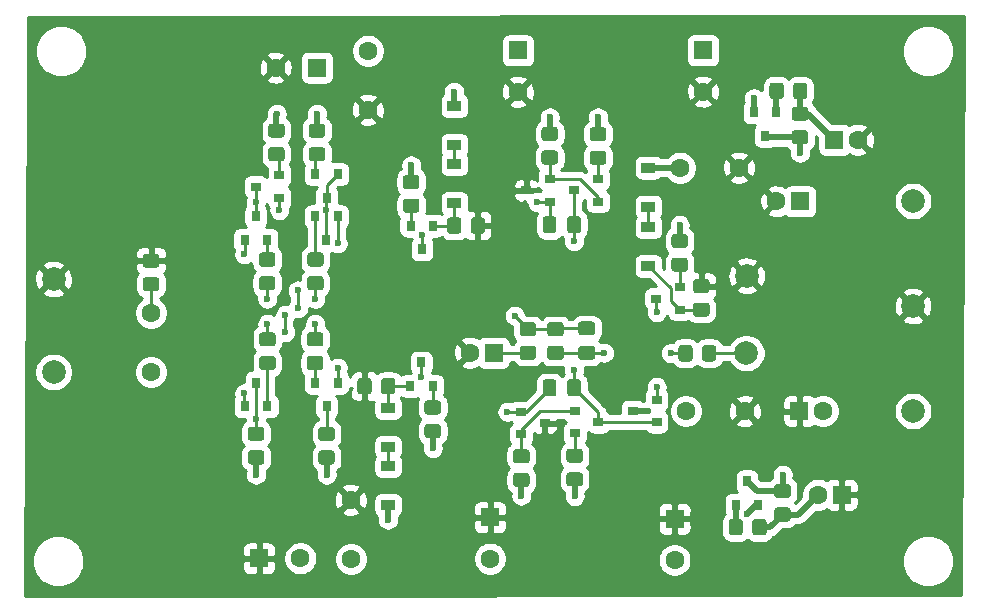
<source format=gbr>
G04 #@! TF.GenerationSoftware,KiCad,Pcbnew,(5.1.8-0-10_14)*
G04 #@! TF.CreationDate,2020-12-23T15:48:11+01:00*
G04 #@! TF.ProjectId,pre-amp-discret,7072652d-616d-4702-9d64-697363726574,rev?*
G04 #@! TF.SameCoordinates,Original*
G04 #@! TF.FileFunction,Copper,L1,Top*
G04 #@! TF.FilePolarity,Positive*
%FSLAX46Y46*%
G04 Gerber Fmt 4.6, Leading zero omitted, Abs format (unit mm)*
G04 Created by KiCad (PCBNEW (5.1.8-0-10_14)) date 2020-12-23 15:48:11*
%MOMM*%
%LPD*%
G01*
G04 APERTURE LIST*
G04 #@! TA.AperFunction,ComponentPad*
%ADD10C,1.600000*%
G04 #@! TD*
G04 #@! TA.AperFunction,ComponentPad*
%ADD11R,1.600000X1.600000*%
G04 #@! TD*
G04 #@! TA.AperFunction,SMDPad,CuDef*
%ADD12R,0.900000X0.800000*%
G04 #@! TD*
G04 #@! TA.AperFunction,SMDPad,CuDef*
%ADD13R,0.800000X0.900000*%
G04 #@! TD*
G04 #@! TA.AperFunction,SMDPad,CuDef*
%ADD14R,1.200000X0.900000*%
G04 #@! TD*
G04 #@! TA.AperFunction,ComponentPad*
%ADD15C,2.000000*%
G04 #@! TD*
G04 #@! TA.AperFunction,ViaPad*
%ADD16C,0.600000*%
G04 #@! TD*
G04 #@! TA.AperFunction,Conductor*
%ADD17C,0.500000*%
G04 #@! TD*
G04 #@! TA.AperFunction,Conductor*
%ADD18C,0.250000*%
G04 #@! TD*
G04 #@! TA.AperFunction,Conductor*
%ADD19C,0.254000*%
G04 #@! TD*
G04 #@! TA.AperFunction,Conductor*
%ADD20C,0.100000*%
G04 #@! TD*
G04 APERTURE END LIST*
G04 #@! TA.AperFunction,SMDPad,CuDef*
G36*
G01*
X187775001Y-138173000D02*
X186874999Y-138173000D01*
G75*
G02*
X186625000Y-137923001I0J249999D01*
G01*
X186625000Y-137222999D01*
G75*
G02*
X186874999Y-136973000I249999J0D01*
G01*
X187775001Y-136973000D01*
G75*
G02*
X188025000Y-137222999I0J-249999D01*
G01*
X188025000Y-137923001D01*
G75*
G02*
X187775001Y-138173000I-249999J0D01*
G01*
G37*
G04 #@! TD.AperFunction*
G04 #@! TA.AperFunction,SMDPad,CuDef*
G36*
G01*
X187775001Y-140173000D02*
X186874999Y-140173000D01*
G75*
G02*
X186625000Y-139923001I0J249999D01*
G01*
X186625000Y-139222999D01*
G75*
G02*
X186874999Y-138973000I249999J0D01*
G01*
X187775001Y-138973000D01*
G75*
G02*
X188025000Y-139222999I0J-249999D01*
G01*
X188025000Y-139923001D01*
G75*
G02*
X187775001Y-140173000I-249999J0D01*
G01*
G37*
G04 #@! TD.AperFunction*
D10*
X162560000Y-143301600D03*
D11*
X162560000Y-139801600D03*
D10*
X164922200Y-103779200D03*
D11*
X164922200Y-100279200D03*
G04 #@! TA.AperFunction,SMDPad,CuDef*
G36*
G01*
X142297999Y-134140400D02*
X143198001Y-134140400D01*
G75*
G02*
X143448000Y-134390399I0J-249999D01*
G01*
X143448000Y-135090401D01*
G75*
G02*
X143198001Y-135340400I-249999J0D01*
G01*
X142297999Y-135340400D01*
G75*
G02*
X142048000Y-135090401I0J249999D01*
G01*
X142048000Y-134390399D01*
G75*
G02*
X142297999Y-134140400I249999J0D01*
G01*
G37*
G04 #@! TD.AperFunction*
G04 #@! TA.AperFunction,SMDPad,CuDef*
G36*
G01*
X142297999Y-132140400D02*
X143198001Y-132140400D01*
G75*
G02*
X143448000Y-132390399I0J-249999D01*
G01*
X143448000Y-133090401D01*
G75*
G02*
X143198001Y-133340400I-249999J0D01*
G01*
X142297999Y-133340400D01*
G75*
G02*
X142048000Y-133090401I0J249999D01*
G01*
X142048000Y-132390399D01*
G75*
G02*
X142297999Y-132140400I249999J0D01*
G01*
G37*
G04 #@! TD.AperFunction*
D10*
X160864800Y-125882400D03*
D11*
X162864800Y-125882400D03*
D12*
X165614600Y-112130800D03*
X167614600Y-111180800D03*
X167614600Y-113080800D03*
G04 #@! TA.AperFunction,SMDPad,CuDef*
G36*
G01*
X179702000Y-125470499D02*
X179702000Y-126370501D01*
G75*
G02*
X179452001Y-126620500I-249999J0D01*
G01*
X178751999Y-126620500D01*
G75*
G02*
X178502000Y-126370501I0J249999D01*
G01*
X178502000Y-125470499D01*
G75*
G02*
X178751999Y-125220500I249999J0D01*
G01*
X179452001Y-125220500D01*
G75*
G02*
X179702000Y-125470499I0J-249999D01*
G01*
G37*
G04 #@! TD.AperFunction*
G04 #@! TA.AperFunction,SMDPad,CuDef*
G36*
G01*
X181702000Y-125470499D02*
X181702000Y-126370501D01*
G75*
G02*
X181452001Y-126620500I-249999J0D01*
G01*
X180751999Y-126620500D01*
G75*
G02*
X180502000Y-126370501I0J249999D01*
G01*
X180502000Y-125470499D01*
G75*
G02*
X180751999Y-125220500I249999J0D01*
G01*
X181452001Y-125220500D01*
G75*
G02*
X181702000Y-125470499I0J-249999D01*
G01*
G37*
G04 #@! TD.AperFunction*
G04 #@! TA.AperFunction,SMDPad,CuDef*
G36*
G01*
X180891601Y-120824800D02*
X179991599Y-120824800D01*
G75*
G02*
X179741600Y-120574801I0J249999D01*
G01*
X179741600Y-119874799D01*
G75*
G02*
X179991599Y-119624800I249999J0D01*
G01*
X180891601Y-119624800D01*
G75*
G02*
X181141600Y-119874799I0J-249999D01*
G01*
X181141600Y-120574801D01*
G75*
G02*
X180891601Y-120824800I-249999J0D01*
G01*
G37*
G04 #@! TD.AperFunction*
G04 #@! TA.AperFunction,SMDPad,CuDef*
G36*
G01*
X180891601Y-122824800D02*
X179991599Y-122824800D01*
G75*
G02*
X179741600Y-122574801I0J249999D01*
G01*
X179741600Y-121874799D01*
G75*
G02*
X179991599Y-121624800I249999J0D01*
G01*
X180891601Y-121624800D01*
G75*
G02*
X181141600Y-121874799I0J-249999D01*
G01*
X181141600Y-122574801D01*
G75*
G02*
X180891601Y-122824800I-249999J0D01*
G01*
G37*
G04 #@! TD.AperFunction*
G04 #@! TA.AperFunction,SMDPad,CuDef*
G36*
G01*
X169272799Y-135994600D02*
X170172801Y-135994600D01*
G75*
G02*
X170422800Y-136244599I0J-249999D01*
G01*
X170422800Y-136944601D01*
G75*
G02*
X170172801Y-137194600I-249999J0D01*
G01*
X169272799Y-137194600D01*
G75*
G02*
X169022800Y-136944601I0J249999D01*
G01*
X169022800Y-136244599D01*
G75*
G02*
X169272799Y-135994600I249999J0D01*
G01*
G37*
G04 #@! TD.AperFunction*
G04 #@! TA.AperFunction,SMDPad,CuDef*
G36*
G01*
X169272799Y-133994600D02*
X170172801Y-133994600D01*
G75*
G02*
X170422800Y-134244599I0J-249999D01*
G01*
X170422800Y-134944601D01*
G75*
G02*
X170172801Y-135194600I-249999J0D01*
G01*
X169272799Y-135194600D01*
G75*
G02*
X169022800Y-134944601I0J249999D01*
G01*
X169022800Y-134244599D01*
G75*
G02*
X169272799Y-133994600I249999J0D01*
G01*
G37*
G04 #@! TD.AperFunction*
G04 #@! TA.AperFunction,SMDPad,CuDef*
G36*
G01*
X167164599Y-108747000D02*
X168064601Y-108747000D01*
G75*
G02*
X168314600Y-108996999I0J-249999D01*
G01*
X168314600Y-109697001D01*
G75*
G02*
X168064601Y-109947000I-249999J0D01*
G01*
X167164599Y-109947000D01*
G75*
G02*
X166914600Y-109697001I0J249999D01*
G01*
X166914600Y-108996999D01*
G75*
G02*
X167164599Y-108747000I249999J0D01*
G01*
G37*
G04 #@! TD.AperFunction*
G04 #@! TA.AperFunction,SMDPad,CuDef*
G36*
G01*
X167164599Y-106747000D02*
X168064601Y-106747000D01*
G75*
G02*
X168314600Y-106996999I0J-249999D01*
G01*
X168314600Y-107697001D01*
G75*
G02*
X168064601Y-107947000I-249999J0D01*
G01*
X167164599Y-107947000D01*
G75*
G02*
X166914600Y-107697001I0J249999D01*
G01*
X166914600Y-106996999D01*
G75*
G02*
X167164599Y-106747000I249999J0D01*
G01*
G37*
G04 #@! TD.AperFunction*
G04 #@! TA.AperFunction,SMDPad,CuDef*
G36*
G01*
X153333400Y-129151801D02*
X153333400Y-128251799D01*
G75*
G02*
X153583399Y-128001800I249999J0D01*
G01*
X154283401Y-128001800D01*
G75*
G02*
X154533400Y-128251799I0J-249999D01*
G01*
X154533400Y-129151801D01*
G75*
G02*
X154283401Y-129401800I-249999J0D01*
G01*
X153583399Y-129401800D01*
G75*
G02*
X153333400Y-129151801I0J249999D01*
G01*
G37*
G04 #@! TD.AperFunction*
G04 #@! TA.AperFunction,SMDPad,CuDef*
G36*
G01*
X151333400Y-129151801D02*
X151333400Y-128251799D01*
G75*
G02*
X151583399Y-128001800I249999J0D01*
G01*
X152283401Y-128001800D01*
G75*
G02*
X152533400Y-128251799I0J-249999D01*
G01*
X152533400Y-129151801D01*
G75*
G02*
X152283401Y-129401800I-249999J0D01*
G01*
X151583399Y-129401800D01*
G75*
G02*
X151333400Y-129151801I0J249999D01*
G01*
G37*
G04 #@! TD.AperFunction*
G04 #@! TA.AperFunction,SMDPad,CuDef*
G36*
G01*
X147327199Y-119383000D02*
X148227201Y-119383000D01*
G75*
G02*
X148477200Y-119632999I0J-249999D01*
G01*
X148477200Y-120333001D01*
G75*
G02*
X148227201Y-120583000I-249999J0D01*
G01*
X147327199Y-120583000D01*
G75*
G02*
X147077200Y-120333001I0J249999D01*
G01*
X147077200Y-119632999D01*
G75*
G02*
X147327199Y-119383000I249999J0D01*
G01*
G37*
G04 #@! TD.AperFunction*
G04 #@! TA.AperFunction,SMDPad,CuDef*
G36*
G01*
X147327199Y-117383000D02*
X148227201Y-117383000D01*
G75*
G02*
X148477200Y-117632999I0J-249999D01*
G01*
X148477200Y-118333001D01*
G75*
G02*
X148227201Y-118583000I-249999J0D01*
G01*
X147327199Y-118583000D01*
G75*
G02*
X147077200Y-118333001I0J249999D01*
G01*
X147077200Y-117632999D01*
G75*
G02*
X147327199Y-117383000I249999J0D01*
G01*
G37*
G04 #@! TD.AperFunction*
G04 #@! TA.AperFunction,SMDPad,CuDef*
G36*
G01*
X147454199Y-108467600D02*
X148354201Y-108467600D01*
G75*
G02*
X148604200Y-108717599I0J-249999D01*
G01*
X148604200Y-109417601D01*
G75*
G02*
X148354201Y-109667600I-249999J0D01*
G01*
X147454199Y-109667600D01*
G75*
G02*
X147204200Y-109417601I0J249999D01*
G01*
X147204200Y-108717599D01*
G75*
G02*
X147454199Y-108467600I249999J0D01*
G01*
G37*
G04 #@! TD.AperFunction*
G04 #@! TA.AperFunction,SMDPad,CuDef*
G36*
G01*
X147454199Y-106467600D02*
X148354201Y-106467600D01*
G75*
G02*
X148604200Y-106717599I0J-249999D01*
G01*
X148604200Y-107417601D01*
G75*
G02*
X148354201Y-107667600I-249999J0D01*
G01*
X147454199Y-107667600D01*
G75*
G02*
X147204200Y-107417601I0J249999D01*
G01*
X147204200Y-106717599D01*
G75*
G02*
X147454199Y-106467600I249999J0D01*
G01*
G37*
G04 #@! TD.AperFunction*
G04 #@! TA.AperFunction,SMDPad,CuDef*
G36*
G01*
X157258599Y-131905200D02*
X158158601Y-131905200D01*
G75*
G02*
X158408600Y-132155199I0J-249999D01*
G01*
X158408600Y-132855201D01*
G75*
G02*
X158158601Y-133105200I-249999J0D01*
G01*
X157258599Y-133105200D01*
G75*
G02*
X157008600Y-132855201I0J249999D01*
G01*
X157008600Y-132155199D01*
G75*
G02*
X157258599Y-131905200I249999J0D01*
G01*
G37*
G04 #@! TD.AperFunction*
G04 #@! TA.AperFunction,SMDPad,CuDef*
G36*
G01*
X157258599Y-129905200D02*
X158158601Y-129905200D01*
G75*
G02*
X158408600Y-130155199I0J-249999D01*
G01*
X158408600Y-130855201D01*
G75*
G02*
X158158601Y-131105200I-249999J0D01*
G01*
X157258599Y-131105200D01*
G75*
G02*
X157008600Y-130855201I0J249999D01*
G01*
X157008600Y-130155199D01*
G75*
G02*
X157258599Y-129905200I249999J0D01*
G01*
G37*
G04 #@! TD.AperFunction*
G04 #@! TA.AperFunction,SMDPad,CuDef*
G36*
G01*
X143237799Y-119383000D02*
X144137801Y-119383000D01*
G75*
G02*
X144387800Y-119632999I0J-249999D01*
G01*
X144387800Y-120333001D01*
G75*
G02*
X144137801Y-120583000I-249999J0D01*
G01*
X143237799Y-120583000D01*
G75*
G02*
X142987800Y-120333001I0J249999D01*
G01*
X142987800Y-119632999D01*
G75*
G02*
X143237799Y-119383000I249999J0D01*
G01*
G37*
G04 #@! TD.AperFunction*
G04 #@! TA.AperFunction,SMDPad,CuDef*
G36*
G01*
X143237799Y-117383000D02*
X144137801Y-117383000D01*
G75*
G02*
X144387800Y-117632999I0J-249999D01*
G01*
X144387800Y-118333001D01*
G75*
G02*
X144137801Y-118583000I-249999J0D01*
G01*
X143237799Y-118583000D01*
G75*
G02*
X142987800Y-118333001I0J249999D01*
G01*
X142987800Y-117632999D01*
G75*
G02*
X143237799Y-117383000I249999J0D01*
G01*
G37*
G04 #@! TD.AperFunction*
G04 #@! TA.AperFunction,SMDPad,CuDef*
G36*
G01*
X144025199Y-108467600D02*
X144925201Y-108467600D01*
G75*
G02*
X145175200Y-108717599I0J-249999D01*
G01*
X145175200Y-109417601D01*
G75*
G02*
X144925201Y-109667600I-249999J0D01*
G01*
X144025199Y-109667600D01*
G75*
G02*
X143775200Y-109417601I0J249999D01*
G01*
X143775200Y-108717599D01*
G75*
G02*
X144025199Y-108467600I249999J0D01*
G01*
G37*
G04 #@! TD.AperFunction*
G04 #@! TA.AperFunction,SMDPad,CuDef*
G36*
G01*
X144025199Y-106467600D02*
X144925201Y-106467600D01*
G75*
G02*
X145175200Y-106717599I0J-249999D01*
G01*
X145175200Y-107417601D01*
G75*
G02*
X144925201Y-107667600I-249999J0D01*
G01*
X144025199Y-107667600D01*
G75*
G02*
X143775200Y-107417601I0J249999D01*
G01*
X143775200Y-106717599D01*
G75*
G02*
X144025199Y-106467600I249999J0D01*
G01*
G37*
G04 #@! TD.AperFunction*
D13*
X148701800Y-116325400D03*
X147751800Y-114325400D03*
X149651800Y-114325400D03*
X148717000Y-112750600D03*
X147767000Y-110750600D03*
X149667000Y-110750600D03*
X156743400Y-126695200D03*
X157693400Y-128695200D03*
X155793400Y-128695200D03*
D12*
X142729200Y-111800600D03*
X144729200Y-110850600D03*
X144729200Y-112750600D03*
D13*
X142722600Y-114332000D03*
X143672600Y-116332000D03*
X141772600Y-116332000D03*
D14*
X175971200Y-115240800D03*
X175971200Y-118540800D03*
X175971200Y-110212600D03*
X175971200Y-113512600D03*
X153924000Y-135458200D03*
X153924000Y-138758200D03*
X153924000Y-130557000D03*
X153924000Y-133857000D03*
G04 #@! TA.AperFunction,SMDPad,CuDef*
G36*
G01*
X168184500Y-114561600D02*
X168184500Y-115511600D01*
G75*
G02*
X167934500Y-115761600I-250000J0D01*
G01*
X167259500Y-115761600D01*
G75*
G02*
X167009500Y-115511600I0J250000D01*
G01*
X167009500Y-114561600D01*
G75*
G02*
X167259500Y-114311600I250000J0D01*
G01*
X167934500Y-114311600D01*
G75*
G02*
X168184500Y-114561600I0J-250000D01*
G01*
G37*
G04 #@! TD.AperFunction*
G04 #@! TA.AperFunction,SMDPad,CuDef*
G36*
G01*
X170259500Y-114561600D02*
X170259500Y-115511600D01*
G75*
G02*
X170009500Y-115761600I-250000J0D01*
G01*
X169334500Y-115761600D01*
G75*
G02*
X169084500Y-115511600I0J250000D01*
G01*
X169084500Y-114561600D01*
G75*
G02*
X169334500Y-114311600I250000J0D01*
G01*
X170009500Y-114311600D01*
G75*
G02*
X170259500Y-114561600I0J-250000D01*
G01*
G37*
G04 #@! TD.AperFunction*
D10*
X146502000Y-143281400D03*
D11*
X143002000Y-143281400D03*
D10*
X144404200Y-101727000D03*
D11*
X147904200Y-101727000D03*
D10*
X178181000Y-143433800D03*
D11*
X178181000Y-139933800D03*
D10*
X180594000Y-103766500D03*
D11*
X180594000Y-100266500D03*
D10*
X190322200Y-137896600D03*
D11*
X192322200Y-137896600D03*
D10*
X190754000Y-130810000D03*
D11*
X188754000Y-130810000D03*
D10*
X193719200Y-107848400D03*
D11*
X191719200Y-107848400D03*
D10*
X186798200Y-113055400D03*
D11*
X188798200Y-113055400D03*
G04 #@! TA.AperFunction,SMDPad,CuDef*
G36*
G01*
X183969200Y-140189799D02*
X183969200Y-141089801D01*
G75*
G02*
X183719201Y-141339800I-249999J0D01*
G01*
X183019199Y-141339800D01*
G75*
G02*
X182769200Y-141089801I0J249999D01*
G01*
X182769200Y-140189799D01*
G75*
G02*
X183019199Y-139939800I249999J0D01*
G01*
X183719201Y-139939800D01*
G75*
G02*
X183969200Y-140189799I0J-249999D01*
G01*
G37*
G04 #@! TD.AperFunction*
G04 #@! TA.AperFunction,SMDPad,CuDef*
G36*
G01*
X185969200Y-140189799D02*
X185969200Y-141089801D01*
G75*
G02*
X185719201Y-141339800I-249999J0D01*
G01*
X185019199Y-141339800D01*
G75*
G02*
X184769200Y-141089801I0J249999D01*
G01*
X184769200Y-140189799D01*
G75*
G02*
X185019199Y-139939800I249999J0D01*
G01*
X185719201Y-139939800D01*
G75*
G02*
X185969200Y-140189799I0J-249999D01*
G01*
G37*
G04 #@! TD.AperFunction*
G04 #@! TA.AperFunction,SMDPad,CuDef*
G36*
G01*
X187417000Y-103258199D02*
X187417000Y-104158201D01*
G75*
G02*
X187167001Y-104408200I-249999J0D01*
G01*
X186466999Y-104408200D01*
G75*
G02*
X186217000Y-104158201I0J249999D01*
G01*
X186217000Y-103258199D01*
G75*
G02*
X186466999Y-103008200I249999J0D01*
G01*
X187167001Y-103008200D01*
G75*
G02*
X187417000Y-103258199I0J-249999D01*
G01*
G37*
G04 #@! TD.AperFunction*
G04 #@! TA.AperFunction,SMDPad,CuDef*
G36*
G01*
X189417000Y-103258199D02*
X189417000Y-104158201D01*
G75*
G02*
X189167001Y-104408200I-249999J0D01*
G01*
X188466999Y-104408200D01*
G75*
G02*
X188217000Y-104158201I0J249999D01*
G01*
X188217000Y-103258199D01*
G75*
G02*
X188466999Y-103008200I249999J0D01*
G01*
X189167001Y-103008200D01*
G75*
G02*
X189417000Y-103258199I0J-249999D01*
G01*
G37*
G04 #@! TD.AperFunction*
G04 #@! TA.AperFunction,SMDPad,CuDef*
G36*
G01*
X188348199Y-107038600D02*
X189248201Y-107038600D01*
G75*
G02*
X189498200Y-107288599I0J-249999D01*
G01*
X189498200Y-107988601D01*
G75*
G02*
X189248201Y-108238600I-249999J0D01*
G01*
X188348199Y-108238600D01*
G75*
G02*
X188098200Y-107988601I0J249999D01*
G01*
X188098200Y-107288599D01*
G75*
G02*
X188348199Y-107038600I249999J0D01*
G01*
G37*
G04 #@! TD.AperFunction*
G04 #@! TA.AperFunction,SMDPad,CuDef*
G36*
G01*
X188348199Y-105038600D02*
X189248201Y-105038600D01*
G75*
G02*
X189498200Y-105288599I0J-249999D01*
G01*
X189498200Y-105988601D01*
G75*
G02*
X189248201Y-106238600I-249999J0D01*
G01*
X188348199Y-106238600D01*
G75*
G02*
X188098200Y-105988601I0J249999D01*
G01*
X188098200Y-105288599D01*
G75*
G02*
X188348199Y-105038600I249999J0D01*
G01*
G37*
G04 #@! TD.AperFunction*
D10*
X150774400Y-138328400D03*
X150774400Y-143328400D03*
X152222200Y-100304600D03*
X152222200Y-105304600D03*
X184133500Y-130810000D03*
X179133500Y-130810000D03*
X178642000Y-110210600D03*
X183642000Y-110210600D03*
D15*
X184302400Y-119354600D03*
X184251600Y-125907800D03*
X198374000Y-121920000D03*
X125603000Y-127508000D03*
X198374000Y-130810000D03*
X125603000Y-119634000D03*
X198374000Y-113030000D03*
D12*
X174657000Y-130807500D03*
X176657000Y-129857500D03*
X176657000Y-131757500D03*
G04 #@! TA.AperFunction,SMDPad,CuDef*
G36*
G01*
X155429799Y-112820400D02*
X156329801Y-112820400D01*
G75*
G02*
X156579800Y-113070399I0J-249999D01*
G01*
X156579800Y-113770401D01*
G75*
G02*
X156329801Y-114020400I-249999J0D01*
G01*
X155429799Y-114020400D01*
G75*
G02*
X155179800Y-113770401I0J249999D01*
G01*
X155179800Y-113070399D01*
G75*
G02*
X155429799Y-112820400I249999J0D01*
G01*
G37*
G04 #@! TD.AperFunction*
G04 #@! TA.AperFunction,SMDPad,CuDef*
G36*
G01*
X155429799Y-110820400D02*
X156329801Y-110820400D01*
G75*
G02*
X156579800Y-111070399I0J-249999D01*
G01*
X156579800Y-111770401D01*
G75*
G02*
X156329801Y-112020400I-249999J0D01*
G01*
X155429799Y-112020400D01*
G75*
G02*
X155179800Y-111770401I0J249999D01*
G01*
X155179800Y-111070399D01*
G75*
G02*
X155429799Y-110820400I249999J0D01*
G01*
G37*
G04 #@! TD.AperFunction*
G04 #@! TA.AperFunction,SMDPad,CuDef*
G36*
G01*
X168184500Y-128366500D02*
X168184500Y-129316500D01*
G75*
G02*
X167934500Y-129566500I-250000J0D01*
G01*
X167259500Y-129566500D01*
G75*
G02*
X167009500Y-129316500I0J250000D01*
G01*
X167009500Y-128366500D01*
G75*
G02*
X167259500Y-128116500I250000J0D01*
G01*
X167934500Y-128116500D01*
G75*
G02*
X168184500Y-128366500I0J-250000D01*
G01*
G37*
G04 #@! TD.AperFunction*
G04 #@! TA.AperFunction,SMDPad,CuDef*
G36*
G01*
X170259500Y-128366500D02*
X170259500Y-129316500D01*
G75*
G02*
X170009500Y-129566500I-250000J0D01*
G01*
X169334500Y-129566500D01*
G75*
G02*
X169084500Y-129316500I0J250000D01*
G01*
X169084500Y-128366500D01*
G75*
G02*
X169334500Y-128116500I250000J0D01*
G01*
X170009500Y-128116500D01*
G75*
G02*
X170259500Y-128366500I0J-250000D01*
G01*
G37*
G04 #@! TD.AperFunction*
G04 #@! TA.AperFunction,SMDPad,CuDef*
G36*
G01*
X171213800Y-124394900D02*
X170263800Y-124394900D01*
G75*
G02*
X170013800Y-124144900I0J250000D01*
G01*
X170013800Y-123469900D01*
G75*
G02*
X170263800Y-123219900I250000J0D01*
G01*
X171213800Y-123219900D01*
G75*
G02*
X171463800Y-123469900I0J-250000D01*
G01*
X171463800Y-124144900D01*
G75*
G02*
X171213800Y-124394900I-250000J0D01*
G01*
G37*
G04 #@! TD.AperFunction*
G04 #@! TA.AperFunction,SMDPad,CuDef*
G36*
G01*
X171213800Y-126469900D02*
X170263800Y-126469900D01*
G75*
G02*
X170013800Y-126219900I0J250000D01*
G01*
X170013800Y-125544900D01*
G75*
G02*
X170263800Y-125294900I250000J0D01*
G01*
X171213800Y-125294900D01*
G75*
G02*
X171463800Y-125544900I0J-250000D01*
G01*
X171463800Y-126219900D01*
G75*
G02*
X171213800Y-126469900I-250000J0D01*
G01*
G37*
G04 #@! TD.AperFunction*
X178625500Y-122232500D03*
X178625500Y-120332500D03*
X176625500Y-121282500D03*
G04 #@! TA.AperFunction,SMDPad,CuDef*
G36*
G01*
X134308001Y-118675200D02*
X133407999Y-118675200D01*
G75*
G02*
X133158000Y-118425201I0J249999D01*
G01*
X133158000Y-117725199D01*
G75*
G02*
X133407999Y-117475200I249999J0D01*
G01*
X134308001Y-117475200D01*
G75*
G02*
X134558000Y-117725199I0J-249999D01*
G01*
X134558000Y-118425201D01*
G75*
G02*
X134308001Y-118675200I-249999J0D01*
G01*
G37*
G04 #@! TD.AperFunction*
G04 #@! TA.AperFunction,SMDPad,CuDef*
G36*
G01*
X134308001Y-120675200D02*
X133407999Y-120675200D01*
G75*
G02*
X133158000Y-120425201I0J249999D01*
G01*
X133158000Y-119725199D01*
G75*
G02*
X133407999Y-119475200I249999J0D01*
G01*
X134308001Y-119475200D01*
G75*
G02*
X134558000Y-119725199I0J-249999D01*
G01*
X134558000Y-120425201D01*
G75*
G02*
X134308001Y-120675200I-249999J0D01*
G01*
G37*
G04 #@! TD.AperFunction*
G04 #@! TA.AperFunction,SMDPad,CuDef*
G36*
G01*
X178162799Y-117814800D02*
X179062801Y-117814800D01*
G75*
G02*
X179312800Y-118064799I0J-249999D01*
G01*
X179312800Y-118764801D01*
G75*
G02*
X179062801Y-119014800I-249999J0D01*
G01*
X178162799Y-119014800D01*
G75*
G02*
X177912800Y-118764801I0J249999D01*
G01*
X177912800Y-118064799D01*
G75*
G02*
X178162799Y-117814800I249999J0D01*
G01*
G37*
G04 #@! TD.AperFunction*
G04 #@! TA.AperFunction,SMDPad,CuDef*
G36*
G01*
X178162799Y-115814800D02*
X179062801Y-115814800D01*
G75*
G02*
X179312800Y-116064799I0J-249999D01*
G01*
X179312800Y-116764801D01*
G75*
G02*
X179062801Y-117014800I-249999J0D01*
G01*
X178162799Y-117014800D01*
G75*
G02*
X177912800Y-116764801I0J249999D01*
G01*
X177912800Y-116064799D01*
G75*
G02*
X178162799Y-115814800I249999J0D01*
G01*
G37*
G04 #@! TD.AperFunction*
G04 #@! TA.AperFunction,SMDPad,CuDef*
G36*
G01*
X171253999Y-108772400D02*
X172154001Y-108772400D01*
G75*
G02*
X172404000Y-109022399I0J-249999D01*
G01*
X172404000Y-109722401D01*
G75*
G02*
X172154001Y-109972400I-249999J0D01*
G01*
X171253999Y-109972400D01*
G75*
G02*
X171004000Y-109722401I0J249999D01*
G01*
X171004000Y-109022399D01*
G75*
G02*
X171253999Y-108772400I249999J0D01*
G01*
G37*
G04 #@! TD.AperFunction*
G04 #@! TA.AperFunction,SMDPad,CuDef*
G36*
G01*
X171253999Y-106772400D02*
X172154001Y-106772400D01*
G75*
G02*
X172404000Y-107022399I0J-249999D01*
G01*
X172404000Y-107722401D01*
G75*
G02*
X172154001Y-107972400I-249999J0D01*
G01*
X171253999Y-107972400D01*
G75*
G02*
X171004000Y-107722401I0J249999D01*
G01*
X171004000Y-107022399D01*
G75*
G02*
X171253999Y-106772400I249999J0D01*
G01*
G37*
G04 #@! TD.AperFunction*
G04 #@! TA.AperFunction,SMDPad,CuDef*
G36*
G01*
X164751599Y-136045400D02*
X165651601Y-136045400D01*
G75*
G02*
X165901600Y-136295399I0J-249999D01*
G01*
X165901600Y-136995401D01*
G75*
G02*
X165651601Y-137245400I-249999J0D01*
G01*
X164751599Y-137245400D01*
G75*
G02*
X164501600Y-136995401I0J249999D01*
G01*
X164501600Y-136295399D01*
G75*
G02*
X164751599Y-136045400I249999J0D01*
G01*
G37*
G04 #@! TD.AperFunction*
G04 #@! TA.AperFunction,SMDPad,CuDef*
G36*
G01*
X164751599Y-134045400D02*
X165651601Y-134045400D01*
G75*
G02*
X165901600Y-134295399I0J-249999D01*
G01*
X165901600Y-134995401D01*
G75*
G02*
X165651601Y-135245400I-249999J0D01*
G01*
X164751599Y-135245400D01*
G75*
G02*
X164501600Y-134995401I0J249999D01*
G01*
X164501600Y-134295399D01*
G75*
G02*
X164751599Y-134045400I249999J0D01*
G01*
G37*
G04 #@! TD.AperFunction*
G04 #@! TA.AperFunction,SMDPad,CuDef*
G36*
G01*
X168547201Y-124482400D02*
X167647199Y-124482400D01*
G75*
G02*
X167397200Y-124232401I0J249999D01*
G01*
X167397200Y-123532399D01*
G75*
G02*
X167647199Y-123282400I249999J0D01*
G01*
X168547201Y-123282400D01*
G75*
G02*
X168797200Y-123532399I0J-249999D01*
G01*
X168797200Y-124232401D01*
G75*
G02*
X168547201Y-124482400I-249999J0D01*
G01*
G37*
G04 #@! TD.AperFunction*
G04 #@! TA.AperFunction,SMDPad,CuDef*
G36*
G01*
X168547201Y-126482400D02*
X167647199Y-126482400D01*
G75*
G02*
X167397200Y-126232401I0J249999D01*
G01*
X167397200Y-125532399D01*
G75*
G02*
X167647199Y-125282400I249999J0D01*
G01*
X168547201Y-125282400D01*
G75*
G02*
X168797200Y-125532399I0J-249999D01*
G01*
X168797200Y-126232401D01*
G75*
G02*
X168547201Y-126482400I-249999J0D01*
G01*
G37*
G04 #@! TD.AperFunction*
G04 #@! TA.AperFunction,SMDPad,CuDef*
G36*
G01*
X165310399Y-125282400D02*
X166210401Y-125282400D01*
G75*
G02*
X166460400Y-125532399I0J-249999D01*
G01*
X166460400Y-126232401D01*
G75*
G02*
X166210401Y-126482400I-249999J0D01*
G01*
X165310399Y-126482400D01*
G75*
G02*
X165060400Y-126232401I0J249999D01*
G01*
X165060400Y-125532399D01*
G75*
G02*
X165310399Y-125282400I249999J0D01*
G01*
G37*
G04 #@! TD.AperFunction*
G04 #@! TA.AperFunction,SMDPad,CuDef*
G36*
G01*
X165310399Y-123282400D02*
X166210401Y-123282400D01*
G75*
G02*
X166460400Y-123532399I0J-249999D01*
G01*
X166460400Y-124232401D01*
G75*
G02*
X166210401Y-124482400I-249999J0D01*
G01*
X165310399Y-124482400D01*
G75*
G02*
X165060400Y-124232401I0J249999D01*
G01*
X165060400Y-123532399D01*
G75*
G02*
X165310399Y-123282400I249999J0D01*
G01*
G37*
G04 #@! TD.AperFunction*
G04 #@! TA.AperFunction,SMDPad,CuDef*
G36*
G01*
X160928000Y-115562801D02*
X160928000Y-114662799D01*
G75*
G02*
X161177999Y-114412800I249999J0D01*
G01*
X161878001Y-114412800D01*
G75*
G02*
X162128000Y-114662799I0J-249999D01*
G01*
X162128000Y-115562801D01*
G75*
G02*
X161878001Y-115812800I-249999J0D01*
G01*
X161177999Y-115812800D01*
G75*
G02*
X160928000Y-115562801I0J249999D01*
G01*
G37*
G04 #@! TD.AperFunction*
G04 #@! TA.AperFunction,SMDPad,CuDef*
G36*
G01*
X158928000Y-115562801D02*
X158928000Y-114662799D01*
G75*
G02*
X159177999Y-114412800I249999J0D01*
G01*
X159878001Y-114412800D01*
G75*
G02*
X160128000Y-114662799I0J-249999D01*
G01*
X160128000Y-115562801D01*
G75*
G02*
X159878001Y-115812800I-249999J0D01*
G01*
X159177999Y-115812800D01*
G75*
G02*
X158928000Y-115562801I0J249999D01*
G01*
G37*
G04 #@! TD.AperFunction*
G04 #@! TA.AperFunction,SMDPad,CuDef*
G36*
G01*
X148266999Y-134147000D02*
X149167001Y-134147000D01*
G75*
G02*
X149417000Y-134396999I0J-249999D01*
G01*
X149417000Y-135097001D01*
G75*
G02*
X149167001Y-135347000I-249999J0D01*
G01*
X148266999Y-135347000D01*
G75*
G02*
X148017000Y-135097001I0J249999D01*
G01*
X148017000Y-134396999D01*
G75*
G02*
X148266999Y-134147000I249999J0D01*
G01*
G37*
G04 #@! TD.AperFunction*
G04 #@! TA.AperFunction,SMDPad,CuDef*
G36*
G01*
X148266999Y-132147000D02*
X149167001Y-132147000D01*
G75*
G02*
X149417000Y-132396999I0J-249999D01*
G01*
X149417000Y-133097001D01*
G75*
G02*
X149167001Y-133347000I-249999J0D01*
G01*
X148266999Y-133347000D01*
G75*
G02*
X148017000Y-133097001I0J249999D01*
G01*
X148017000Y-132396999D01*
G75*
G02*
X148266999Y-132147000I249999J0D01*
G01*
G37*
G04 #@! TD.AperFunction*
G04 #@! TA.AperFunction,SMDPad,CuDef*
G36*
G01*
X147301799Y-126139400D02*
X148201801Y-126139400D01*
G75*
G02*
X148451800Y-126389399I0J-249999D01*
G01*
X148451800Y-127089401D01*
G75*
G02*
X148201801Y-127339400I-249999J0D01*
G01*
X147301799Y-127339400D01*
G75*
G02*
X147051800Y-127089401I0J249999D01*
G01*
X147051800Y-126389399D01*
G75*
G02*
X147301799Y-126139400I249999J0D01*
G01*
G37*
G04 #@! TD.AperFunction*
G04 #@! TA.AperFunction,SMDPad,CuDef*
G36*
G01*
X147301799Y-124139400D02*
X148201801Y-124139400D01*
G75*
G02*
X148451800Y-124389399I0J-249999D01*
G01*
X148451800Y-125089401D01*
G75*
G02*
X148201801Y-125339400I-249999J0D01*
G01*
X147301799Y-125339400D01*
G75*
G02*
X147051800Y-125089401I0J249999D01*
G01*
X147051800Y-124389399D01*
G75*
G02*
X147301799Y-124139400I249999J0D01*
G01*
G37*
G04 #@! TD.AperFunction*
G04 #@! TA.AperFunction,SMDPad,CuDef*
G36*
G01*
X143263199Y-126139400D02*
X144163201Y-126139400D01*
G75*
G02*
X144413200Y-126389399I0J-249999D01*
G01*
X144413200Y-127089401D01*
G75*
G02*
X144163201Y-127339400I-249999J0D01*
G01*
X143263199Y-127339400D01*
G75*
G02*
X143013200Y-127089401I0J249999D01*
G01*
X143013200Y-126389399D01*
G75*
G02*
X143263199Y-126139400I249999J0D01*
G01*
G37*
G04 #@! TD.AperFunction*
G04 #@! TA.AperFunction,SMDPad,CuDef*
G36*
G01*
X143263199Y-124139400D02*
X144163201Y-124139400D01*
G75*
G02*
X144413200Y-124389399I0J-249999D01*
G01*
X144413200Y-125089401D01*
G75*
G02*
X144163201Y-125339400I-249999J0D01*
G01*
X143263199Y-125339400D01*
G75*
G02*
X143013200Y-125089401I0J249999D01*
G01*
X143013200Y-124389399D01*
G75*
G02*
X143263199Y-124139400I249999J0D01*
G01*
G37*
G04 #@! TD.AperFunction*
D13*
X184327800Y-136753600D03*
X185277800Y-138753600D03*
X183377800Y-138753600D03*
X185862000Y-107511600D03*
X184912000Y-105511600D03*
X186812000Y-105511600D03*
D12*
X171735500Y-131760000D03*
X169735500Y-132710000D03*
X169735500Y-130810000D03*
X169704000Y-112130800D03*
X171704000Y-111180800D03*
X171704000Y-113080800D03*
X167195500Y-131826000D03*
X165195500Y-132776000D03*
X165195500Y-130876000D03*
D13*
X148717000Y-130422400D03*
X147767000Y-128422400D03*
X149667000Y-128422400D03*
X156794200Y-117119400D03*
X155844200Y-115119400D03*
X157744200Y-115119400D03*
X142763200Y-128403600D03*
X143713200Y-130403600D03*
X141813200Y-130403600D03*
D14*
X159537400Y-109906800D03*
X159537400Y-113206800D03*
X159537400Y-104980200D03*
X159537400Y-108280200D03*
D10*
X133858000Y-127491500D03*
X133858000Y-122491500D03*
D16*
X178612800Y-115062000D03*
X167614600Y-105943400D03*
X171704000Y-105943400D03*
X159512000Y-103759000D03*
X155879800Y-110007400D03*
X144500600Y-105638600D03*
X147904200Y-105638600D03*
X184912000Y-104317800D03*
X141757400Y-117551200D03*
X141757400Y-129311400D03*
X175895000Y-130810000D03*
X165201600Y-137972800D03*
X169722800Y-137998200D03*
X153924000Y-140004800D03*
X157708600Y-133959600D03*
X184277000Y-139522200D03*
X148717000Y-136194800D03*
X142748000Y-136194800D03*
X164020500Y-130873500D03*
X142763200Y-131506000D03*
X188798200Y-108940600D03*
X187325000Y-136194800D03*
X143713200Y-123418600D03*
X147751800Y-123418600D03*
X146304000Y-120599200D03*
X146304000Y-122123200D03*
X156819600Y-115925600D03*
X164642800Y-122732800D03*
X149656800Y-127127000D03*
X149656800Y-116611400D03*
X176657000Y-122428000D03*
X176657000Y-128778000D03*
X172212000Y-125882400D03*
X177850800Y-125907800D03*
X169672000Y-127304800D03*
X169672000Y-116433600D03*
X166547800Y-113106200D03*
X142722600Y-113131600D03*
X144729200Y-113792000D03*
X148691600Y-113792000D03*
X143687800Y-121310400D03*
X147777200Y-121310400D03*
X156743400Y-127889000D03*
X145237200Y-124129800D03*
X145237200Y-122656600D03*
D17*
X175973200Y-110210600D02*
X175971200Y-110212600D01*
X178642000Y-110210600D02*
X175973200Y-110210600D01*
X178612800Y-115062000D02*
X178612800Y-116414800D01*
D18*
X167640000Y-107372400D02*
X167614600Y-107347000D01*
D17*
X167614600Y-107347000D02*
X167614600Y-105943400D01*
X171704000Y-105943400D02*
X171704000Y-107372400D01*
X159537400Y-103784400D02*
X159512000Y-103759000D01*
X159537400Y-104980200D02*
X159537400Y-103784400D01*
X155879800Y-110007400D02*
X155879800Y-111420400D01*
X144475200Y-105664000D02*
X144500600Y-105638600D01*
X144475200Y-107067600D02*
X144475200Y-105664000D01*
X147904200Y-105638600D02*
X147904200Y-107067600D01*
X184912000Y-105511600D02*
X184912000Y-104317800D01*
D18*
X125619500Y-127491500D02*
X125603000Y-127508000D01*
X133858000Y-122491500D02*
X133858000Y-120075200D01*
X141772600Y-117536000D02*
X141757400Y-117551200D01*
X141772600Y-116332000D02*
X141772600Y-117536000D01*
X141757400Y-130347800D02*
X141813200Y-130403600D01*
X141757400Y-129311400D02*
X141757400Y-130347800D01*
D17*
X175892500Y-130807500D02*
X175895000Y-130810000D01*
X174657000Y-130807500D02*
X175892500Y-130807500D01*
D18*
X165252400Y-136594600D02*
X165201600Y-136645400D01*
D17*
X165201600Y-136645400D02*
X165201600Y-137972800D01*
X169722800Y-137998200D02*
X169722800Y-136594600D01*
X153924000Y-138758200D02*
X153924000Y-140004800D01*
X157708600Y-133959600D02*
X157708600Y-132505200D01*
X185045600Y-138753600D02*
X184277000Y-139522200D01*
X185277800Y-138753600D02*
X185045600Y-138753600D01*
X148717000Y-134747000D02*
X148717000Y-136194800D01*
X142748000Y-136194800D02*
X142748000Y-134740400D01*
D18*
X165760400Y-125882400D02*
X162864800Y-125882400D01*
X164023000Y-130876000D02*
X164020500Y-130873500D01*
X165195500Y-130876000D02*
X164023000Y-130876000D01*
X165562500Y-130876000D02*
X167597000Y-128841500D01*
X165195500Y-130876000D02*
X165562500Y-130876000D01*
X142773400Y-128413800D02*
X142763200Y-128403600D01*
X142763200Y-132725200D02*
X142748000Y-132740400D01*
X142763200Y-128403600D02*
X142763200Y-131506000D01*
X142763200Y-131506000D02*
X142763200Y-132725200D01*
D17*
X188798200Y-108940600D02*
X188798200Y-107638600D01*
X185989000Y-107638600D02*
X185862000Y-107511600D01*
X188798200Y-107638600D02*
X185989000Y-107638600D01*
X188798200Y-103727000D02*
X188817000Y-103708200D01*
X188798200Y-105638600D02*
X188798200Y-103727000D01*
X189509400Y-105638600D02*
X191719200Y-107848400D01*
X188798200Y-105638600D02*
X189509400Y-105638600D01*
X185147200Y-137573000D02*
X184327800Y-136753600D01*
X187325000Y-137573000D02*
X185147200Y-137573000D01*
X187325000Y-137573000D02*
X187325000Y-136194800D01*
X186258200Y-140639800D02*
X187325000Y-139573000D01*
X185369200Y-140639800D02*
X186258200Y-140639800D01*
X188645800Y-139573000D02*
X190322200Y-137896600D01*
X187325000Y-139573000D02*
X188645800Y-139573000D01*
D18*
X159537400Y-109906800D02*
X159537400Y-108280200D01*
X159521400Y-115119400D02*
X159528000Y-115112800D01*
X157744200Y-115119400D02*
X159521400Y-115119400D01*
X159528000Y-113216200D02*
X159537400Y-113206800D01*
X159528000Y-115112800D02*
X159528000Y-113216200D01*
D17*
X184238900Y-125920500D02*
X184251600Y-125907800D01*
D18*
X181114700Y-125907800D02*
X181102000Y-125920500D01*
X184251600Y-125907800D02*
X181114700Y-125907800D01*
X143713200Y-130403600D02*
X143713200Y-126739400D01*
X143713200Y-124739400D02*
X143713200Y-123418600D01*
X147751800Y-123418600D02*
X147751800Y-124739400D01*
X146304000Y-120599200D02*
X146304000Y-122123200D01*
X156794200Y-115951000D02*
X156819600Y-115925600D01*
X156794200Y-117119400D02*
X156794200Y-115951000D01*
X155844200Y-113456000D02*
X155879800Y-113420400D01*
X155844200Y-115119400D02*
X155844200Y-113456000D01*
X147767000Y-126754600D02*
X147751800Y-126739400D01*
X147767000Y-128422400D02*
X147767000Y-126754600D01*
X166776498Y-130810000D02*
X169735500Y-130810000D01*
X165195500Y-132390998D02*
X166776498Y-130810000D01*
X165195500Y-132776000D02*
X165195500Y-132390998D01*
X165201600Y-132782100D02*
X165195500Y-132776000D01*
X165201600Y-134645400D02*
X165201600Y-132782100D01*
X171704000Y-111180800D02*
X171704000Y-109372400D01*
X178625500Y-118427500D02*
X178612800Y-118414800D01*
X178625500Y-120332500D02*
X178625500Y-118427500D01*
X168172200Y-123807400D02*
X168097200Y-123882400D01*
X170738800Y-123807400D02*
X168172200Y-123807400D01*
X168097200Y-123882400D02*
X165760400Y-123882400D01*
X164642800Y-122764800D02*
X165760400Y-123882400D01*
X164642800Y-122732800D02*
X164642800Y-122764800D01*
X149667000Y-127137200D02*
X149656800Y-127127000D01*
X149667000Y-128422400D02*
X149667000Y-127137200D01*
X149656800Y-114330400D02*
X149651800Y-114325400D01*
X149656800Y-116611400D02*
X149656800Y-114330400D01*
X176625500Y-122396500D02*
X176657000Y-122428000D01*
X176625500Y-121282500D02*
X176625500Y-122396500D01*
X176657000Y-129857500D02*
X176657000Y-128778000D01*
X170738800Y-125882400D02*
X168097200Y-125882400D01*
X172212000Y-125882400D02*
X170738800Y-125882400D01*
X179089300Y-125907800D02*
X179102000Y-125920500D01*
X177850800Y-125907800D02*
X179089300Y-125907800D01*
D17*
X186812000Y-103713200D02*
X186817000Y-103708200D01*
X186812000Y-105511600D02*
X186812000Y-103713200D01*
X183369200Y-138762200D02*
X183377800Y-138753600D01*
X183369200Y-140639800D02*
X183369200Y-138762200D01*
D18*
X171738000Y-131757500D02*
X171735500Y-131760000D01*
X176657000Y-131757500D02*
X171738000Y-131757500D01*
X171735500Y-130905000D02*
X169672000Y-128841500D01*
X171735500Y-131760000D02*
X171735500Y-130905000D01*
X169672000Y-128841500D02*
X169672000Y-128841500D01*
X169672000Y-128841500D02*
X169672000Y-127304800D01*
X169672000Y-115570000D02*
X169697400Y-115544600D01*
X169672000Y-116433600D02*
X169672000Y-115036600D01*
X169672000Y-112162800D02*
X169704000Y-112130800D01*
X169672000Y-115036600D02*
X169672000Y-112162800D01*
X167597000Y-113098400D02*
X167614600Y-113080800D01*
X167597000Y-115036600D02*
X167597000Y-113098400D01*
X167589200Y-113106200D02*
X167614600Y-113080800D01*
X166547800Y-113106200D02*
X167589200Y-113106200D01*
X142722600Y-111807200D02*
X142729200Y-111800600D01*
X142744400Y-111785400D02*
X142729200Y-111800600D01*
X142722600Y-113131600D02*
X142722600Y-111807200D01*
X142722600Y-114332000D02*
X142722600Y-113131600D01*
X153924000Y-128711200D02*
X153933400Y-128701800D01*
X153924000Y-130557000D02*
X153924000Y-128711200D01*
X155786800Y-128701800D02*
X155793400Y-128695200D01*
X153933400Y-128701800D02*
X155786800Y-128701800D01*
X153924000Y-135458200D02*
X153924000Y-133857000D01*
X175971200Y-115240800D02*
X175971200Y-113512600D01*
X178625500Y-122232500D02*
X178620500Y-122232500D01*
X178633200Y-122224800D02*
X178625500Y-122232500D01*
X180441600Y-122224800D02*
X178633200Y-122224800D01*
X177850499Y-120420099D02*
X175971200Y-118540800D01*
X177850499Y-121457499D02*
X177850499Y-120420099D01*
X178625500Y-122232500D02*
X177850499Y-121457499D01*
X171704000Y-112695798D02*
X170189002Y-111180800D01*
X170189002Y-111180800D02*
X167614600Y-111180800D01*
X171704000Y-113080800D02*
X171704000Y-112695798D01*
X167614600Y-111180800D02*
X167614600Y-109347000D01*
X169722800Y-132722700D02*
X169735500Y-132710000D01*
X169722800Y-134594600D02*
X169722800Y-132722700D01*
X143687800Y-116347200D02*
X143672600Y-116332000D01*
X143687800Y-117983000D02*
X143687800Y-116347200D01*
X144729200Y-109321600D02*
X144475200Y-109067600D01*
X144729200Y-110850600D02*
X144729200Y-109321600D01*
X148701800Y-112765800D02*
X148717000Y-112750600D01*
X148717000Y-111700600D02*
X149667000Y-110750600D01*
X148717000Y-112750600D02*
X148717000Y-111700600D01*
X144729200Y-112750600D02*
X144729200Y-113792000D01*
X148691600Y-112776000D02*
X148717000Y-112750600D01*
X148691600Y-113792000D02*
X148691600Y-112776000D01*
X148691600Y-116315200D02*
X148701800Y-116325400D01*
X148701800Y-113802200D02*
X148691600Y-113792000D01*
X148701800Y-116325400D02*
X148701800Y-113802200D01*
X143687800Y-119983000D02*
X143687800Y-121310400D01*
X147777200Y-121310400D02*
X147777200Y-119983000D01*
X156743400Y-126695200D02*
X156743400Y-127889000D01*
X145237200Y-124129800D02*
X145237200Y-122656600D01*
X157708600Y-128710400D02*
X157693400Y-128695200D01*
X157708600Y-130505200D02*
X157708600Y-128710400D01*
X147767000Y-109204800D02*
X147904200Y-109067600D01*
X147767000Y-110750600D02*
X147767000Y-109204800D01*
X147777200Y-114350800D02*
X147751800Y-114325400D01*
X147777200Y-117983000D02*
X147777200Y-114350800D01*
X148717000Y-132747000D02*
X148717000Y-130422400D01*
D19*
X202438653Y-146399351D02*
X123190657Y-146462648D01*
X123207011Y-143289872D01*
X123749000Y-143289872D01*
X123749000Y-143730128D01*
X123834890Y-144161925D01*
X124003369Y-144568669D01*
X124247962Y-144934729D01*
X124559271Y-145246038D01*
X124925331Y-145490631D01*
X125332075Y-145659110D01*
X125763872Y-145745000D01*
X126204128Y-145745000D01*
X126635925Y-145659110D01*
X127042669Y-145490631D01*
X127408729Y-145246038D01*
X127720038Y-144934729D01*
X127964631Y-144568669D01*
X128133110Y-144161925D01*
X128149127Y-144081400D01*
X141563928Y-144081400D01*
X141576188Y-144205882D01*
X141612498Y-144325580D01*
X141671463Y-144435894D01*
X141750815Y-144532585D01*
X141847506Y-144611937D01*
X141957820Y-144670902D01*
X142077518Y-144707212D01*
X142202000Y-144719472D01*
X142716250Y-144716400D01*
X142875000Y-144557650D01*
X142875000Y-143408400D01*
X143129000Y-143408400D01*
X143129000Y-144557650D01*
X143287750Y-144716400D01*
X143802000Y-144719472D01*
X143926482Y-144707212D01*
X144046180Y-144670902D01*
X144156494Y-144611937D01*
X144253185Y-144532585D01*
X144332537Y-144435894D01*
X144391502Y-144325580D01*
X144427812Y-144205882D01*
X144440072Y-144081400D01*
X144437000Y-143567150D01*
X144278250Y-143408400D01*
X143129000Y-143408400D01*
X142875000Y-143408400D01*
X141725750Y-143408400D01*
X141567000Y-143567150D01*
X141563928Y-144081400D01*
X128149127Y-144081400D01*
X128219000Y-143730128D01*
X128219000Y-143289872D01*
X128133110Y-142858075D01*
X127977086Y-142481400D01*
X141563928Y-142481400D01*
X141567000Y-142995650D01*
X141725750Y-143154400D01*
X142875000Y-143154400D01*
X142875000Y-142005150D01*
X143129000Y-142005150D01*
X143129000Y-143154400D01*
X144278250Y-143154400D01*
X144292585Y-143140065D01*
X145067000Y-143140065D01*
X145067000Y-143422735D01*
X145122147Y-143699974D01*
X145230320Y-143961127D01*
X145387363Y-144196159D01*
X145587241Y-144396037D01*
X145822273Y-144553080D01*
X146083426Y-144661253D01*
X146360665Y-144716400D01*
X146643335Y-144716400D01*
X146920574Y-144661253D01*
X147181727Y-144553080D01*
X147416759Y-144396037D01*
X147616637Y-144196159D01*
X147773680Y-143961127D01*
X147881853Y-143699974D01*
X147937000Y-143422735D01*
X147937000Y-143187065D01*
X149339400Y-143187065D01*
X149339400Y-143469735D01*
X149394547Y-143746974D01*
X149502720Y-144008127D01*
X149659763Y-144243159D01*
X149859641Y-144443037D01*
X150094673Y-144600080D01*
X150355826Y-144708253D01*
X150633065Y-144763400D01*
X150915735Y-144763400D01*
X151192974Y-144708253D01*
X151454127Y-144600080D01*
X151689159Y-144443037D01*
X151889037Y-144243159D01*
X152046080Y-144008127D01*
X152154253Y-143746974D01*
X152209400Y-143469735D01*
X152209400Y-143187065D01*
X152204070Y-143160265D01*
X161125000Y-143160265D01*
X161125000Y-143442935D01*
X161180147Y-143720174D01*
X161288320Y-143981327D01*
X161445363Y-144216359D01*
X161645241Y-144416237D01*
X161880273Y-144573280D01*
X162141426Y-144681453D01*
X162418665Y-144736600D01*
X162701335Y-144736600D01*
X162978574Y-144681453D01*
X163239727Y-144573280D01*
X163474759Y-144416237D01*
X163674637Y-144216359D01*
X163831680Y-143981327D01*
X163939853Y-143720174D01*
X163995000Y-143442935D01*
X163995000Y-143292465D01*
X176746000Y-143292465D01*
X176746000Y-143575135D01*
X176801147Y-143852374D01*
X176909320Y-144113527D01*
X177066363Y-144348559D01*
X177266241Y-144548437D01*
X177501273Y-144705480D01*
X177762426Y-144813653D01*
X178039665Y-144868800D01*
X178322335Y-144868800D01*
X178599574Y-144813653D01*
X178860727Y-144705480D01*
X179095759Y-144548437D01*
X179295637Y-144348559D01*
X179452680Y-144113527D01*
X179560853Y-143852374D01*
X179616000Y-143575135D01*
X179616000Y-143292465D01*
X179615485Y-143289872D01*
X197409000Y-143289872D01*
X197409000Y-143730128D01*
X197494890Y-144161925D01*
X197663369Y-144568669D01*
X197907962Y-144934729D01*
X198219271Y-145246038D01*
X198585331Y-145490631D01*
X198992075Y-145659110D01*
X199423872Y-145745000D01*
X199864128Y-145745000D01*
X200295925Y-145659110D01*
X200702669Y-145490631D01*
X201068729Y-145246038D01*
X201380038Y-144934729D01*
X201624631Y-144568669D01*
X201793110Y-144161925D01*
X201879000Y-143730128D01*
X201879000Y-143289872D01*
X201793110Y-142858075D01*
X201624631Y-142451331D01*
X201380038Y-142085271D01*
X201068729Y-141773962D01*
X200702669Y-141529369D01*
X200295925Y-141360890D01*
X199864128Y-141275000D01*
X199423872Y-141275000D01*
X198992075Y-141360890D01*
X198585331Y-141529369D01*
X198219271Y-141773962D01*
X197907962Y-142085271D01*
X197663369Y-142451331D01*
X197494890Y-142858075D01*
X197409000Y-143289872D01*
X179615485Y-143289872D01*
X179560853Y-143015226D01*
X179452680Y-142754073D01*
X179295637Y-142519041D01*
X179095759Y-142319163D01*
X178860727Y-142162120D01*
X178599574Y-142053947D01*
X178322335Y-141998800D01*
X178039665Y-141998800D01*
X177762426Y-142053947D01*
X177501273Y-142162120D01*
X177266241Y-142319163D01*
X177066363Y-142519041D01*
X176909320Y-142754073D01*
X176801147Y-143015226D01*
X176746000Y-143292465D01*
X163995000Y-143292465D01*
X163995000Y-143160265D01*
X163939853Y-142883026D01*
X163831680Y-142621873D01*
X163674637Y-142386841D01*
X163474759Y-142186963D01*
X163239727Y-142029920D01*
X162978574Y-141921747D01*
X162701335Y-141866600D01*
X162418665Y-141866600D01*
X162141426Y-141921747D01*
X161880273Y-142029920D01*
X161645241Y-142186963D01*
X161445363Y-142386841D01*
X161288320Y-142621873D01*
X161180147Y-142883026D01*
X161125000Y-143160265D01*
X152204070Y-143160265D01*
X152154253Y-142909826D01*
X152046080Y-142648673D01*
X151889037Y-142413641D01*
X151689159Y-142213763D01*
X151454127Y-142056720D01*
X151192974Y-141948547D01*
X150915735Y-141893400D01*
X150633065Y-141893400D01*
X150355826Y-141948547D01*
X150094673Y-142056720D01*
X149859641Y-142213763D01*
X149659763Y-142413641D01*
X149502720Y-142648673D01*
X149394547Y-142909826D01*
X149339400Y-143187065D01*
X147937000Y-143187065D01*
X147937000Y-143140065D01*
X147881853Y-142862826D01*
X147773680Y-142601673D01*
X147616637Y-142366641D01*
X147416759Y-142166763D01*
X147181727Y-142009720D01*
X146920574Y-141901547D01*
X146643335Y-141846400D01*
X146360665Y-141846400D01*
X146083426Y-141901547D01*
X145822273Y-142009720D01*
X145587241Y-142166763D01*
X145387363Y-142366641D01*
X145230320Y-142601673D01*
X145122147Y-142862826D01*
X145067000Y-143140065D01*
X144292585Y-143140065D01*
X144437000Y-142995650D01*
X144440072Y-142481400D01*
X144427812Y-142356918D01*
X144391502Y-142237220D01*
X144332537Y-142126906D01*
X144253185Y-142030215D01*
X144156494Y-141950863D01*
X144046180Y-141891898D01*
X143926482Y-141855588D01*
X143802000Y-141843328D01*
X143287750Y-141846400D01*
X143129000Y-142005150D01*
X142875000Y-142005150D01*
X142716250Y-141846400D01*
X142202000Y-141843328D01*
X142077518Y-141855588D01*
X141957820Y-141891898D01*
X141847506Y-141950863D01*
X141750815Y-142030215D01*
X141671463Y-142126906D01*
X141612498Y-142237220D01*
X141576188Y-142356918D01*
X141563928Y-142481400D01*
X127977086Y-142481400D01*
X127964631Y-142451331D01*
X127720038Y-142085271D01*
X127408729Y-141773962D01*
X127042669Y-141529369D01*
X126635925Y-141360890D01*
X126204128Y-141275000D01*
X125763872Y-141275000D01*
X125332075Y-141360890D01*
X124925331Y-141529369D01*
X124559271Y-141773962D01*
X124247962Y-142085271D01*
X124003369Y-142451331D01*
X123834890Y-142858075D01*
X123749000Y-143289872D01*
X123207011Y-143289872D01*
X123227467Y-139321102D01*
X149961303Y-139321102D01*
X150032886Y-139565071D01*
X150288396Y-139685971D01*
X150562584Y-139754700D01*
X150844912Y-139768617D01*
X151124530Y-139727187D01*
X151390692Y-139632003D01*
X151515914Y-139565071D01*
X151587497Y-139321102D01*
X150774400Y-138508005D01*
X149961303Y-139321102D01*
X123227467Y-139321102D01*
X123232221Y-138398912D01*
X149334183Y-138398912D01*
X149375613Y-138678530D01*
X149470797Y-138944692D01*
X149537729Y-139069914D01*
X149781698Y-139141497D01*
X150594795Y-138328400D01*
X150954005Y-138328400D01*
X151767102Y-139141497D01*
X152011071Y-139069914D01*
X152131971Y-138814404D01*
X152200700Y-138540216D01*
X152212136Y-138308200D01*
X152685928Y-138308200D01*
X152685928Y-139208200D01*
X152698188Y-139332682D01*
X152734498Y-139452380D01*
X152793463Y-139562694D01*
X152872815Y-139659385D01*
X152969506Y-139738737D01*
X153018407Y-139764875D01*
X152989000Y-139912711D01*
X152989000Y-140096889D01*
X153024932Y-140277529D01*
X153095414Y-140447689D01*
X153197738Y-140600828D01*
X153327972Y-140731062D01*
X153481111Y-140833386D01*
X153651271Y-140903868D01*
X153831911Y-140939800D01*
X154016089Y-140939800D01*
X154196729Y-140903868D01*
X154366889Y-140833386D01*
X154520028Y-140731062D01*
X154649490Y-140601600D01*
X161121928Y-140601600D01*
X161134188Y-140726082D01*
X161170498Y-140845780D01*
X161229463Y-140956094D01*
X161308815Y-141052785D01*
X161405506Y-141132137D01*
X161515820Y-141191102D01*
X161635518Y-141227412D01*
X161760000Y-141239672D01*
X162274250Y-141236600D01*
X162433000Y-141077850D01*
X162433000Y-139928600D01*
X162687000Y-139928600D01*
X162687000Y-141077850D01*
X162845750Y-141236600D01*
X163360000Y-141239672D01*
X163484482Y-141227412D01*
X163604180Y-141191102D01*
X163714494Y-141132137D01*
X163811185Y-141052785D01*
X163890537Y-140956094D01*
X163949502Y-140845780D01*
X163983470Y-140733800D01*
X176742928Y-140733800D01*
X176755188Y-140858282D01*
X176791498Y-140977980D01*
X176850463Y-141088294D01*
X176929815Y-141184985D01*
X177026506Y-141264337D01*
X177136820Y-141323302D01*
X177256518Y-141359612D01*
X177381000Y-141371872D01*
X177895250Y-141368800D01*
X178054000Y-141210050D01*
X178054000Y-140060800D01*
X178308000Y-140060800D01*
X178308000Y-141210050D01*
X178466750Y-141368800D01*
X178981000Y-141371872D01*
X179105482Y-141359612D01*
X179225180Y-141323302D01*
X179335494Y-141264337D01*
X179432185Y-141184985D01*
X179511537Y-141088294D01*
X179570502Y-140977980D01*
X179606812Y-140858282D01*
X179619072Y-140733800D01*
X179616000Y-140219550D01*
X179586249Y-140189799D01*
X182131128Y-140189799D01*
X182131128Y-141089801D01*
X182148192Y-141263055D01*
X182198728Y-141429651D01*
X182280795Y-141583187D01*
X182391238Y-141717762D01*
X182525813Y-141828205D01*
X182679349Y-141910272D01*
X182845945Y-141960808D01*
X183019199Y-141977872D01*
X183719201Y-141977872D01*
X183892455Y-141960808D01*
X184059051Y-141910272D01*
X184212587Y-141828205D01*
X184347162Y-141717762D01*
X184369200Y-141690909D01*
X184391238Y-141717762D01*
X184525813Y-141828205D01*
X184679349Y-141910272D01*
X184845945Y-141960808D01*
X185019199Y-141977872D01*
X185719201Y-141977872D01*
X185892455Y-141960808D01*
X186059051Y-141910272D01*
X186212587Y-141828205D01*
X186347162Y-141717762D01*
X186457605Y-141583187D01*
X186508037Y-141488835D01*
X186598513Y-141461389D01*
X186752259Y-141379211D01*
X186887017Y-141268617D01*
X186914734Y-141234844D01*
X187338506Y-140811072D01*
X187775001Y-140811072D01*
X187948255Y-140794008D01*
X188114851Y-140743472D01*
X188268387Y-140661405D01*
X188402962Y-140550962D01*
X188479254Y-140458000D01*
X188602331Y-140458000D01*
X188645800Y-140462281D01*
X188689269Y-140458000D01*
X188689277Y-140458000D01*
X188819290Y-140445195D01*
X188986113Y-140394589D01*
X189139859Y-140312411D01*
X189274617Y-140201817D01*
X189302334Y-140168044D01*
X190145761Y-139324617D01*
X190180865Y-139331600D01*
X190463535Y-139331600D01*
X190740774Y-139276453D01*
X191001927Y-139168280D01*
X191057410Y-139131207D01*
X191071015Y-139147785D01*
X191167706Y-139227137D01*
X191278020Y-139286102D01*
X191397718Y-139322412D01*
X191522200Y-139334672D01*
X192036450Y-139331600D01*
X192195200Y-139172850D01*
X192195200Y-138023600D01*
X192449200Y-138023600D01*
X192449200Y-139172850D01*
X192607950Y-139331600D01*
X193122200Y-139334672D01*
X193246682Y-139322412D01*
X193366380Y-139286102D01*
X193476694Y-139227137D01*
X193573385Y-139147785D01*
X193652737Y-139051094D01*
X193711702Y-138940780D01*
X193748012Y-138821082D01*
X193760272Y-138696600D01*
X193757200Y-138182350D01*
X193598450Y-138023600D01*
X192449200Y-138023600D01*
X192195200Y-138023600D01*
X192175200Y-138023600D01*
X192175200Y-137769600D01*
X192195200Y-137769600D01*
X192195200Y-136620350D01*
X192449200Y-136620350D01*
X192449200Y-137769600D01*
X193598450Y-137769600D01*
X193757200Y-137610850D01*
X193760272Y-137096600D01*
X193748012Y-136972118D01*
X193711702Y-136852420D01*
X193652737Y-136742106D01*
X193573385Y-136645415D01*
X193476694Y-136566063D01*
X193366380Y-136507098D01*
X193246682Y-136470788D01*
X193122200Y-136458528D01*
X192607950Y-136461600D01*
X192449200Y-136620350D01*
X192195200Y-136620350D01*
X192036450Y-136461600D01*
X191522200Y-136458528D01*
X191397718Y-136470788D01*
X191278020Y-136507098D01*
X191167706Y-136566063D01*
X191071015Y-136645415D01*
X191057410Y-136661993D01*
X191001927Y-136624920D01*
X190740774Y-136516747D01*
X190463535Y-136461600D01*
X190180865Y-136461600D01*
X189903626Y-136516747D01*
X189642473Y-136624920D01*
X189407441Y-136781963D01*
X189207563Y-136981841D01*
X189050520Y-137216873D01*
X188942347Y-137478026D01*
X188887200Y-137755265D01*
X188887200Y-138037935D01*
X188894183Y-138073039D01*
X188386057Y-138581165D01*
X188376109Y-138573000D01*
X188402962Y-138550962D01*
X188513405Y-138416387D01*
X188595472Y-138262851D01*
X188646008Y-138096255D01*
X188663072Y-137923001D01*
X188663072Y-137222999D01*
X188646008Y-137049745D01*
X188595472Y-136883149D01*
X188513405Y-136729613D01*
X188402962Y-136595038D01*
X188268387Y-136484595D01*
X188225259Y-136461542D01*
X188260000Y-136286889D01*
X188260000Y-136102711D01*
X188224068Y-135922071D01*
X188153586Y-135751911D01*
X188051262Y-135598772D01*
X187921028Y-135468538D01*
X187767889Y-135366214D01*
X187597729Y-135295732D01*
X187417089Y-135259800D01*
X187232911Y-135259800D01*
X187052271Y-135295732D01*
X186882111Y-135366214D01*
X186728972Y-135468538D01*
X186598738Y-135598772D01*
X186496414Y-135751911D01*
X186425932Y-135922071D01*
X186390000Y-136102711D01*
X186390000Y-136286889D01*
X186424741Y-136461542D01*
X186381613Y-136484595D01*
X186247038Y-136595038D01*
X186170746Y-136688000D01*
X185513779Y-136688000D01*
X185365872Y-136540093D01*
X185365872Y-136303600D01*
X185353612Y-136179118D01*
X185317302Y-136059420D01*
X185258337Y-135949106D01*
X185178985Y-135852415D01*
X185082294Y-135773063D01*
X184971980Y-135714098D01*
X184852282Y-135677788D01*
X184727800Y-135665528D01*
X183927800Y-135665528D01*
X183803318Y-135677788D01*
X183683620Y-135714098D01*
X183573306Y-135773063D01*
X183476615Y-135852415D01*
X183397263Y-135949106D01*
X183338298Y-136059420D01*
X183301988Y-136179118D01*
X183289728Y-136303600D01*
X183289728Y-137203600D01*
X183301988Y-137328082D01*
X183338298Y-137447780D01*
X183397263Y-137558094D01*
X183476615Y-137654785D01*
X183489705Y-137665528D01*
X182977800Y-137665528D01*
X182853318Y-137677788D01*
X182733620Y-137714098D01*
X182623306Y-137773063D01*
X182526615Y-137852415D01*
X182447263Y-137949106D01*
X182388298Y-138059420D01*
X182351988Y-138179118D01*
X182339728Y-138303600D01*
X182339728Y-139203600D01*
X182351988Y-139328082D01*
X182388298Y-139447780D01*
X182431571Y-139528737D01*
X182391238Y-139561838D01*
X182280795Y-139696413D01*
X182198728Y-139849949D01*
X182148192Y-140016545D01*
X182131128Y-140189799D01*
X179586249Y-140189799D01*
X179457250Y-140060800D01*
X178308000Y-140060800D01*
X178054000Y-140060800D01*
X176904750Y-140060800D01*
X176746000Y-140219550D01*
X176742928Y-140733800D01*
X163983470Y-140733800D01*
X163985812Y-140726082D01*
X163998072Y-140601600D01*
X163995000Y-140087350D01*
X163836250Y-139928600D01*
X162687000Y-139928600D01*
X162433000Y-139928600D01*
X161283750Y-139928600D01*
X161125000Y-140087350D01*
X161121928Y-140601600D01*
X154649490Y-140601600D01*
X154650262Y-140600828D01*
X154752586Y-140447689D01*
X154823068Y-140277529D01*
X154859000Y-140096889D01*
X154859000Y-139912711D01*
X154829593Y-139764875D01*
X154878494Y-139738737D01*
X154975185Y-139659385D01*
X155054537Y-139562694D01*
X155113502Y-139452380D01*
X155149812Y-139332682D01*
X155162072Y-139208200D01*
X155162072Y-139001600D01*
X161121928Y-139001600D01*
X161125000Y-139515850D01*
X161283750Y-139674600D01*
X162433000Y-139674600D01*
X162433000Y-138525350D01*
X162687000Y-138525350D01*
X162687000Y-139674600D01*
X163836250Y-139674600D01*
X163995000Y-139515850D01*
X163997282Y-139133800D01*
X176742928Y-139133800D01*
X176746000Y-139648050D01*
X176904750Y-139806800D01*
X178054000Y-139806800D01*
X178054000Y-138657550D01*
X178308000Y-138657550D01*
X178308000Y-139806800D01*
X179457250Y-139806800D01*
X179616000Y-139648050D01*
X179619072Y-139133800D01*
X179606812Y-139009318D01*
X179570502Y-138889620D01*
X179511537Y-138779306D01*
X179432185Y-138682615D01*
X179335494Y-138603263D01*
X179225180Y-138544298D01*
X179105482Y-138507988D01*
X178981000Y-138495728D01*
X178466750Y-138498800D01*
X178308000Y-138657550D01*
X178054000Y-138657550D01*
X177895250Y-138498800D01*
X177381000Y-138495728D01*
X177256518Y-138507988D01*
X177136820Y-138544298D01*
X177026506Y-138603263D01*
X176929815Y-138682615D01*
X176850463Y-138779306D01*
X176791498Y-138889620D01*
X176755188Y-139009318D01*
X176742928Y-139133800D01*
X163997282Y-139133800D01*
X163998072Y-139001600D01*
X163985812Y-138877118D01*
X163949502Y-138757420D01*
X163890537Y-138647106D01*
X163811185Y-138550415D01*
X163714494Y-138471063D01*
X163604180Y-138412098D01*
X163484482Y-138375788D01*
X163360000Y-138363528D01*
X162845750Y-138366600D01*
X162687000Y-138525350D01*
X162433000Y-138525350D01*
X162274250Y-138366600D01*
X161760000Y-138363528D01*
X161635518Y-138375788D01*
X161515820Y-138412098D01*
X161405506Y-138471063D01*
X161308815Y-138550415D01*
X161229463Y-138647106D01*
X161170498Y-138757420D01*
X161134188Y-138877118D01*
X161121928Y-139001600D01*
X155162072Y-139001600D01*
X155162072Y-138308200D01*
X155149812Y-138183718D01*
X155113502Y-138064020D01*
X155054537Y-137953706D01*
X154975185Y-137857015D01*
X154878494Y-137777663D01*
X154768180Y-137718698D01*
X154648482Y-137682388D01*
X154524000Y-137670128D01*
X153324000Y-137670128D01*
X153199518Y-137682388D01*
X153079820Y-137718698D01*
X152969506Y-137777663D01*
X152872815Y-137857015D01*
X152793463Y-137953706D01*
X152734498Y-138064020D01*
X152698188Y-138183718D01*
X152685928Y-138308200D01*
X152212136Y-138308200D01*
X152214617Y-138257888D01*
X152173187Y-137978270D01*
X152078003Y-137712108D01*
X152011071Y-137586886D01*
X151767102Y-137515303D01*
X150954005Y-138328400D01*
X150594795Y-138328400D01*
X149781698Y-137515303D01*
X149537729Y-137586886D01*
X149416829Y-137842396D01*
X149348100Y-138116584D01*
X149334183Y-138398912D01*
X123232221Y-138398912D01*
X123237701Y-137335698D01*
X149961303Y-137335698D01*
X150774400Y-138148795D01*
X151587497Y-137335698D01*
X151515914Y-137091729D01*
X151260404Y-136970829D01*
X150986216Y-136902100D01*
X150703888Y-136888183D01*
X150424270Y-136929613D01*
X150158108Y-137024797D01*
X150032886Y-137091729D01*
X149961303Y-137335698D01*
X123237701Y-137335698D01*
X123275753Y-129953600D01*
X140775128Y-129953600D01*
X140775128Y-130853600D01*
X140787388Y-130978082D01*
X140823698Y-131097780D01*
X140882663Y-131208094D01*
X140962015Y-131304785D01*
X141058706Y-131384137D01*
X141169020Y-131443102D01*
X141288718Y-131479412D01*
X141413200Y-131491672D01*
X141828200Y-131491672D01*
X141828200Y-131598089D01*
X141835625Y-131635418D01*
X141804613Y-131651995D01*
X141670038Y-131762438D01*
X141559595Y-131897013D01*
X141477528Y-132050549D01*
X141426992Y-132217145D01*
X141409928Y-132390399D01*
X141409928Y-133090401D01*
X141426992Y-133263655D01*
X141477528Y-133430251D01*
X141559595Y-133583787D01*
X141670038Y-133718362D01*
X141696891Y-133740400D01*
X141670038Y-133762438D01*
X141559595Y-133897013D01*
X141477528Y-134050549D01*
X141426992Y-134217145D01*
X141409928Y-134390399D01*
X141409928Y-135090401D01*
X141426992Y-135263655D01*
X141477528Y-135430251D01*
X141559595Y-135583787D01*
X141670038Y-135718362D01*
X141804613Y-135828805D01*
X141863000Y-135860014D01*
X141863000Y-135888107D01*
X141848932Y-135922071D01*
X141813000Y-136102711D01*
X141813000Y-136286889D01*
X141848932Y-136467529D01*
X141919414Y-136637689D01*
X142021738Y-136790828D01*
X142151972Y-136921062D01*
X142305111Y-137023386D01*
X142475271Y-137093868D01*
X142655911Y-137129800D01*
X142840089Y-137129800D01*
X143020729Y-137093868D01*
X143190889Y-137023386D01*
X143344028Y-136921062D01*
X143474262Y-136790828D01*
X143576586Y-136637689D01*
X143647068Y-136467529D01*
X143683000Y-136286889D01*
X143683000Y-136102711D01*
X143647068Y-135922071D01*
X143633000Y-135888108D01*
X143633000Y-135860014D01*
X143691387Y-135828805D01*
X143825962Y-135718362D01*
X143936405Y-135583787D01*
X144018472Y-135430251D01*
X144069008Y-135263655D01*
X144086072Y-135090401D01*
X144086072Y-134390399D01*
X144069008Y-134217145D01*
X144018472Y-134050549D01*
X143936405Y-133897013D01*
X143825962Y-133762438D01*
X143799109Y-133740400D01*
X143825962Y-133718362D01*
X143936405Y-133583787D01*
X144018472Y-133430251D01*
X144069008Y-133263655D01*
X144086072Y-133090401D01*
X144086072Y-132390399D01*
X144069008Y-132217145D01*
X144018472Y-132050549D01*
X143936405Y-131897013D01*
X143825962Y-131762438D01*
X143691387Y-131651995D01*
X143687853Y-131650106D01*
X143698200Y-131598089D01*
X143698200Y-131491672D01*
X144113200Y-131491672D01*
X144237682Y-131479412D01*
X144357380Y-131443102D01*
X144467694Y-131384137D01*
X144564385Y-131304785D01*
X144643737Y-131208094D01*
X144702702Y-131097780D01*
X144739012Y-130978082D01*
X144751272Y-130853600D01*
X144751272Y-129953600D01*
X144739012Y-129829118D01*
X144702702Y-129709420D01*
X144643737Y-129599106D01*
X144564385Y-129502415D01*
X144473200Y-129427582D01*
X144473200Y-127918927D01*
X144503051Y-127909872D01*
X144656587Y-127827805D01*
X144791162Y-127717362D01*
X144901605Y-127582787D01*
X144983672Y-127429251D01*
X145034208Y-127262655D01*
X145051272Y-127089401D01*
X145051272Y-126389399D01*
X145034208Y-126216145D01*
X144983672Y-126049549D01*
X144901605Y-125896013D01*
X144791162Y-125761438D01*
X144764309Y-125739400D01*
X144791162Y-125717362D01*
X144901605Y-125582787D01*
X144983672Y-125429251D01*
X145034208Y-125262655D01*
X145051272Y-125089401D01*
X145051272Y-125046134D01*
X145145111Y-125064800D01*
X145329289Y-125064800D01*
X145509929Y-125028868D01*
X145680089Y-124958386D01*
X145833228Y-124856062D01*
X145963462Y-124725828D01*
X146065786Y-124572689D01*
X146136268Y-124402529D01*
X146138879Y-124389399D01*
X146413728Y-124389399D01*
X146413728Y-125089401D01*
X146430792Y-125262655D01*
X146481328Y-125429251D01*
X146563395Y-125582787D01*
X146673838Y-125717362D01*
X146700691Y-125739400D01*
X146673838Y-125761438D01*
X146563395Y-125896013D01*
X146481328Y-126049549D01*
X146430792Y-126216145D01*
X146413728Y-126389399D01*
X146413728Y-127089401D01*
X146430792Y-127262655D01*
X146481328Y-127429251D01*
X146563395Y-127582787D01*
X146673838Y-127717362D01*
X146759473Y-127787641D01*
X146741188Y-127847918D01*
X146728928Y-127972400D01*
X146728928Y-128872400D01*
X146741188Y-128996882D01*
X146777498Y-129116580D01*
X146836463Y-129226894D01*
X146915815Y-129323585D01*
X147012506Y-129402937D01*
X147122820Y-129461902D01*
X147242518Y-129498212D01*
X147367000Y-129510472D01*
X147878905Y-129510472D01*
X147865815Y-129521215D01*
X147786463Y-129617906D01*
X147727498Y-129728220D01*
X147691188Y-129847918D01*
X147678928Y-129972400D01*
X147678928Y-130872400D01*
X147691188Y-130996882D01*
X147727498Y-131116580D01*
X147786463Y-131226894D01*
X147865815Y-131323585D01*
X147957001Y-131398419D01*
X147957001Y-131567473D01*
X147927149Y-131576528D01*
X147773613Y-131658595D01*
X147639038Y-131769038D01*
X147528595Y-131903613D01*
X147446528Y-132057149D01*
X147395992Y-132223745D01*
X147378928Y-132396999D01*
X147378928Y-133097001D01*
X147395992Y-133270255D01*
X147446528Y-133436851D01*
X147528595Y-133590387D01*
X147639038Y-133724962D01*
X147665891Y-133747000D01*
X147639038Y-133769038D01*
X147528595Y-133903613D01*
X147446528Y-134057149D01*
X147395992Y-134223745D01*
X147378928Y-134396999D01*
X147378928Y-135097001D01*
X147395992Y-135270255D01*
X147446528Y-135436851D01*
X147528595Y-135590387D01*
X147639038Y-135724962D01*
X147773613Y-135835405D01*
X147832001Y-135866614D01*
X147832001Y-135888106D01*
X147817932Y-135922071D01*
X147782000Y-136102711D01*
X147782000Y-136286889D01*
X147817932Y-136467529D01*
X147888414Y-136637689D01*
X147990738Y-136790828D01*
X148120972Y-136921062D01*
X148274111Y-137023386D01*
X148444271Y-137093868D01*
X148624911Y-137129800D01*
X148809089Y-137129800D01*
X148989729Y-137093868D01*
X149159889Y-137023386D01*
X149313028Y-136921062D01*
X149443262Y-136790828D01*
X149545586Y-136637689D01*
X149616068Y-136467529D01*
X149652000Y-136286889D01*
X149652000Y-136102711D01*
X149616068Y-135922071D01*
X149602000Y-135888108D01*
X149602000Y-135866614D01*
X149660387Y-135835405D01*
X149794962Y-135724962D01*
X149905405Y-135590387D01*
X149987472Y-135436851D01*
X150038008Y-135270255D01*
X150055072Y-135097001D01*
X150055072Y-134396999D01*
X150038008Y-134223745D01*
X149987472Y-134057149D01*
X149905405Y-133903613D01*
X149794962Y-133769038D01*
X149768109Y-133747000D01*
X149794962Y-133724962D01*
X149905405Y-133590387D01*
X149987472Y-133436851D01*
X149996527Y-133407000D01*
X152685928Y-133407000D01*
X152685928Y-134307000D01*
X152698188Y-134431482D01*
X152734498Y-134551180D01*
X152791382Y-134657600D01*
X152734498Y-134764020D01*
X152698188Y-134883718D01*
X152685928Y-135008200D01*
X152685928Y-135908200D01*
X152698188Y-136032682D01*
X152734498Y-136152380D01*
X152793463Y-136262694D01*
X152872815Y-136359385D01*
X152969506Y-136438737D01*
X153079820Y-136497702D01*
X153199518Y-136534012D01*
X153324000Y-136546272D01*
X154524000Y-136546272D01*
X154648482Y-136534012D01*
X154768180Y-136497702D01*
X154878494Y-136438737D01*
X154975185Y-136359385D01*
X155054537Y-136262694D01*
X155113502Y-136152380D01*
X155149812Y-136032682D01*
X155162072Y-135908200D01*
X155162072Y-135008200D01*
X155149812Y-134883718D01*
X155113502Y-134764020D01*
X155056618Y-134657600D01*
X155113502Y-134551180D01*
X155149812Y-134431482D01*
X155162072Y-134307000D01*
X155162072Y-133407000D01*
X155149812Y-133282518D01*
X155113502Y-133162820D01*
X155054537Y-133052506D01*
X154975185Y-132955815D01*
X154878494Y-132876463D01*
X154768180Y-132817498D01*
X154648482Y-132781188D01*
X154524000Y-132768928D01*
X153324000Y-132768928D01*
X153199518Y-132781188D01*
X153079820Y-132817498D01*
X152969506Y-132876463D01*
X152872815Y-132955815D01*
X152793463Y-133052506D01*
X152734498Y-133162820D01*
X152698188Y-133282518D01*
X152685928Y-133407000D01*
X149996527Y-133407000D01*
X150038008Y-133270255D01*
X150055072Y-133097001D01*
X150055072Y-132396999D01*
X150038008Y-132223745D01*
X149987472Y-132057149D01*
X149905405Y-131903613D01*
X149794962Y-131769038D01*
X149660387Y-131658595D01*
X149506851Y-131576528D01*
X149477000Y-131567473D01*
X149477000Y-131398418D01*
X149568185Y-131323585D01*
X149647537Y-131226894D01*
X149706502Y-131116580D01*
X149742812Y-130996882D01*
X149755072Y-130872400D01*
X149755072Y-129972400D01*
X149742812Y-129847918D01*
X149706502Y-129728220D01*
X149647537Y-129617906D01*
X149568185Y-129521215D01*
X149555095Y-129510472D01*
X150067000Y-129510472D01*
X150191482Y-129498212D01*
X150311180Y-129461902D01*
X150421494Y-129402937D01*
X150518185Y-129323585D01*
X150597537Y-129226894D01*
X150656502Y-129116580D01*
X150692812Y-128996882D01*
X150705072Y-128872400D01*
X150705072Y-128828802D01*
X150857148Y-128828802D01*
X150698400Y-128987550D01*
X150695328Y-129401800D01*
X150707588Y-129526282D01*
X150743898Y-129645980D01*
X150802863Y-129756294D01*
X150882215Y-129852985D01*
X150978906Y-129932337D01*
X151089220Y-129991302D01*
X151208918Y-130027612D01*
X151333400Y-130039872D01*
X151647650Y-130036800D01*
X151806400Y-129878050D01*
X151806400Y-128828800D01*
X151786400Y-128828800D01*
X151786400Y-128574800D01*
X151806400Y-128574800D01*
X151806400Y-127525550D01*
X152060400Y-127525550D01*
X152060400Y-128574800D01*
X152080400Y-128574800D01*
X152080400Y-128828800D01*
X152060400Y-128828800D01*
X152060400Y-129878050D01*
X152219150Y-130036800D01*
X152533400Y-130039872D01*
X152657882Y-130027612D01*
X152694851Y-130016397D01*
X152685928Y-130107000D01*
X152685928Y-131007000D01*
X152698188Y-131131482D01*
X152734498Y-131251180D01*
X152793463Y-131361494D01*
X152872815Y-131458185D01*
X152969506Y-131537537D01*
X153079820Y-131596502D01*
X153199518Y-131632812D01*
X153324000Y-131645072D01*
X154524000Y-131645072D01*
X154648482Y-131632812D01*
X154768180Y-131596502D01*
X154878494Y-131537537D01*
X154975185Y-131458185D01*
X155054537Y-131361494D01*
X155113502Y-131251180D01*
X155149812Y-131131482D01*
X155162072Y-131007000D01*
X155162072Y-130107000D01*
X155149812Y-129982518D01*
X155113502Y-129862820D01*
X155054537Y-129752506D01*
X154994134Y-129678904D01*
X155013706Y-129655056D01*
X155038906Y-129675737D01*
X155149220Y-129734702D01*
X155268918Y-129771012D01*
X155393400Y-129783272D01*
X156193400Y-129783272D01*
X156317882Y-129771012D01*
X156437580Y-129734702D01*
X156498696Y-129702034D01*
X156438128Y-129815349D01*
X156387592Y-129981945D01*
X156370528Y-130155199D01*
X156370528Y-130855201D01*
X156387592Y-131028455D01*
X156438128Y-131195051D01*
X156520195Y-131348587D01*
X156630638Y-131483162D01*
X156657491Y-131505200D01*
X156630638Y-131527238D01*
X156520195Y-131661813D01*
X156438128Y-131815349D01*
X156387592Y-131981945D01*
X156370528Y-132155199D01*
X156370528Y-132855201D01*
X156387592Y-133028455D01*
X156438128Y-133195051D01*
X156520195Y-133348587D01*
X156630638Y-133483162D01*
X156765213Y-133593605D01*
X156823600Y-133624814D01*
X156823600Y-133652907D01*
X156809532Y-133686871D01*
X156773600Y-133867511D01*
X156773600Y-134051689D01*
X156809532Y-134232329D01*
X156880014Y-134402489D01*
X156982338Y-134555628D01*
X157112572Y-134685862D01*
X157265711Y-134788186D01*
X157435871Y-134858668D01*
X157616511Y-134894600D01*
X157800689Y-134894600D01*
X157981329Y-134858668D01*
X158151489Y-134788186D01*
X158304628Y-134685862D01*
X158434862Y-134555628D01*
X158537186Y-134402489D01*
X158607668Y-134232329D01*
X158643600Y-134051689D01*
X158643600Y-133867511D01*
X158607668Y-133686871D01*
X158593600Y-133652908D01*
X158593600Y-133624814D01*
X158651987Y-133593605D01*
X158786562Y-133483162D01*
X158897005Y-133348587D01*
X158979072Y-133195051D01*
X159029608Y-133028455D01*
X159046672Y-132855201D01*
X159046672Y-132155199D01*
X159029608Y-131981945D01*
X158979072Y-131815349D01*
X158897005Y-131661813D01*
X158786562Y-131527238D01*
X158759709Y-131505200D01*
X158786562Y-131483162D01*
X158897005Y-131348587D01*
X158979072Y-131195051D01*
X159029608Y-131028455D01*
X159046672Y-130855201D01*
X159046672Y-130155199D01*
X159029608Y-129981945D01*
X158979072Y-129815349D01*
X158897005Y-129661813D01*
X158786562Y-129527238D01*
X158663290Y-129426071D01*
X158682902Y-129389380D01*
X158719212Y-129269682D01*
X158731472Y-129145200D01*
X158731472Y-128245200D01*
X158719212Y-128120718D01*
X158682902Y-128001020D01*
X158623937Y-127890706D01*
X158544585Y-127794015D01*
X158447894Y-127714663D01*
X158337580Y-127655698D01*
X158217882Y-127619388D01*
X158093400Y-127607128D01*
X157638681Y-127607128D01*
X157620933Y-127564280D01*
X157673937Y-127499694D01*
X157732902Y-127389380D01*
X157769212Y-127269682D01*
X157781472Y-127145200D01*
X157781472Y-126245200D01*
X157769212Y-126120718D01*
X157732902Y-126001020D01*
X157707188Y-125952912D01*
X159424583Y-125952912D01*
X159466013Y-126232530D01*
X159561197Y-126498692D01*
X159628129Y-126623914D01*
X159872098Y-126695497D01*
X160685195Y-125882400D01*
X159872098Y-125069303D01*
X159628129Y-125140886D01*
X159507229Y-125396396D01*
X159438500Y-125670584D01*
X159424583Y-125952912D01*
X157707188Y-125952912D01*
X157673937Y-125890706D01*
X157594585Y-125794015D01*
X157497894Y-125714663D01*
X157387580Y-125655698D01*
X157267882Y-125619388D01*
X157143400Y-125607128D01*
X156343400Y-125607128D01*
X156218918Y-125619388D01*
X156099220Y-125655698D01*
X155988906Y-125714663D01*
X155892215Y-125794015D01*
X155812863Y-125890706D01*
X155753898Y-126001020D01*
X155717588Y-126120718D01*
X155705328Y-126245200D01*
X155705328Y-127145200D01*
X155717588Y-127269682D01*
X155753898Y-127389380D01*
X155812863Y-127499694D01*
X155865867Y-127564280D01*
X155848119Y-127607128D01*
X155393400Y-127607128D01*
X155268918Y-127619388D01*
X155149220Y-127655698D01*
X155038906Y-127714663D01*
X155007233Y-127740657D01*
X154911362Y-127623838D01*
X154776787Y-127513395D01*
X154623251Y-127431328D01*
X154456655Y-127380792D01*
X154283401Y-127363728D01*
X153583399Y-127363728D01*
X153410145Y-127380792D01*
X153243549Y-127431328D01*
X153090013Y-127513395D01*
X153008763Y-127580076D01*
X152984585Y-127550615D01*
X152887894Y-127471263D01*
X152777580Y-127412298D01*
X152657882Y-127375988D01*
X152533400Y-127363728D01*
X152219150Y-127366800D01*
X152060400Y-127525550D01*
X151806400Y-127525550D01*
X151647650Y-127366800D01*
X151333400Y-127363728D01*
X151208918Y-127375988D01*
X151089220Y-127412298D01*
X150978906Y-127471263D01*
X150882215Y-127550615D01*
X150802863Y-127647306D01*
X150743898Y-127757620D01*
X150707588Y-127877318D01*
X150701648Y-127937632D01*
X150692812Y-127847918D01*
X150656502Y-127728220D01*
X150597537Y-127617906D01*
X150518185Y-127521215D01*
X150508753Y-127513475D01*
X150555868Y-127399729D01*
X150591800Y-127219089D01*
X150591800Y-127034911D01*
X150555868Y-126854271D01*
X150485386Y-126684111D01*
X150383062Y-126530972D01*
X150252828Y-126400738D01*
X150099689Y-126298414D01*
X149929529Y-126227932D01*
X149748889Y-126192000D01*
X149564711Y-126192000D01*
X149384071Y-126227932D01*
X149213911Y-126298414D01*
X149089123Y-126381794D01*
X149072808Y-126216145D01*
X149022272Y-126049549D01*
X148940205Y-125896013D01*
X148829762Y-125761438D01*
X148802909Y-125739400D01*
X148829762Y-125717362D01*
X148940205Y-125582787D01*
X149022272Y-125429251D01*
X149072808Y-125262655D01*
X149089872Y-125089401D01*
X149089872Y-124889698D01*
X160051703Y-124889698D01*
X160864800Y-125702795D01*
X160878943Y-125688653D01*
X161058548Y-125868258D01*
X161044405Y-125882400D01*
X161058548Y-125896543D01*
X160878943Y-126076148D01*
X160864800Y-126062005D01*
X160051703Y-126875102D01*
X160123286Y-127119071D01*
X160378796Y-127239971D01*
X160652984Y-127308700D01*
X160935312Y-127322617D01*
X161214930Y-127281187D01*
X161481092Y-127186003D01*
X161603109Y-127120784D01*
X161613615Y-127133585D01*
X161710306Y-127212937D01*
X161820620Y-127271902D01*
X161940318Y-127308212D01*
X162064800Y-127320472D01*
X163664800Y-127320472D01*
X163789282Y-127308212D01*
X163908980Y-127271902D01*
X164019294Y-127212937D01*
X164115985Y-127133585D01*
X164195337Y-127036894D01*
X164254302Y-126926580D01*
X164290612Y-126806882D01*
X164302872Y-126682400D01*
X164302872Y-126642400D01*
X164527424Y-126642400D01*
X164571995Y-126725787D01*
X164682438Y-126860362D01*
X164817013Y-126970805D01*
X164970549Y-127052872D01*
X165137145Y-127103408D01*
X165310399Y-127120472D01*
X166210401Y-127120472D01*
X166383655Y-127103408D01*
X166550251Y-127052872D01*
X166703787Y-126970805D01*
X166838362Y-126860362D01*
X166928800Y-126750163D01*
X167019238Y-126860362D01*
X167153813Y-126970805D01*
X167307349Y-127052872D01*
X167473945Y-127103408D01*
X167647199Y-127120472D01*
X168547201Y-127120472D01*
X168720455Y-127103408D01*
X168761201Y-127091048D01*
X168737000Y-127212711D01*
X168737000Y-127396889D01*
X168772932Y-127577529D01*
X168805861Y-127657026D01*
X168706538Y-127738538D01*
X168634500Y-127826317D01*
X168562462Y-127738538D01*
X168427886Y-127628095D01*
X168274350Y-127546028D01*
X168107754Y-127495492D01*
X167934500Y-127478428D01*
X167259500Y-127478428D01*
X167086246Y-127495492D01*
X166919650Y-127546028D01*
X166766114Y-127628095D01*
X166631538Y-127738538D01*
X166521095Y-127873114D01*
X166439028Y-128026650D01*
X166388492Y-128193246D01*
X166371428Y-128366500D01*
X166371428Y-128992270D01*
X165525770Y-129837928D01*
X164745500Y-129837928D01*
X164621018Y-129850188D01*
X164501320Y-129886498D01*
X164391006Y-129945463D01*
X164334750Y-129991631D01*
X164293229Y-129974432D01*
X164112589Y-129938500D01*
X163928411Y-129938500D01*
X163747771Y-129974432D01*
X163577611Y-130044914D01*
X163424472Y-130147238D01*
X163294238Y-130277472D01*
X163191914Y-130430611D01*
X163121432Y-130600771D01*
X163085500Y-130781411D01*
X163085500Y-130965589D01*
X163121432Y-131146229D01*
X163191914Y-131316389D01*
X163294238Y-131469528D01*
X163424472Y-131599762D01*
X163577611Y-131702086D01*
X163747771Y-131772568D01*
X163928411Y-131808500D01*
X164112589Y-131808500D01*
X164293229Y-131772568D01*
X164330701Y-131757047D01*
X164391006Y-131806537D01*
X164427418Y-131826000D01*
X164391006Y-131845463D01*
X164294315Y-131924815D01*
X164214963Y-132021506D01*
X164155998Y-132131820D01*
X164119688Y-132251518D01*
X164107428Y-132376000D01*
X164107428Y-133176000D01*
X164119688Y-133300482D01*
X164155998Y-133420180D01*
X164214963Y-133530494D01*
X164245365Y-133567539D01*
X164123638Y-133667438D01*
X164013195Y-133802013D01*
X163931128Y-133955549D01*
X163880592Y-134122145D01*
X163863528Y-134295399D01*
X163863528Y-134995401D01*
X163880592Y-135168655D01*
X163931128Y-135335251D01*
X164013195Y-135488787D01*
X164123638Y-135623362D01*
X164150491Y-135645400D01*
X164123638Y-135667438D01*
X164013195Y-135802013D01*
X163931128Y-135955549D01*
X163880592Y-136122145D01*
X163863528Y-136295399D01*
X163863528Y-136995401D01*
X163880592Y-137168655D01*
X163931128Y-137335251D01*
X164013195Y-137488787D01*
X164123638Y-137623362D01*
X164258213Y-137733805D01*
X164292207Y-137751975D01*
X164266600Y-137880711D01*
X164266600Y-138064889D01*
X164302532Y-138245529D01*
X164373014Y-138415689D01*
X164475338Y-138568828D01*
X164605572Y-138699062D01*
X164758711Y-138801386D01*
X164928871Y-138871868D01*
X165109511Y-138907800D01*
X165293689Y-138907800D01*
X165474329Y-138871868D01*
X165644489Y-138801386D01*
X165797628Y-138699062D01*
X165927862Y-138568828D01*
X166030186Y-138415689D01*
X166100668Y-138245529D01*
X166136600Y-138064889D01*
X166136600Y-137880711D01*
X166110993Y-137751975D01*
X166144987Y-137733805D01*
X166279562Y-137623362D01*
X166390005Y-137488787D01*
X166472072Y-137335251D01*
X166522608Y-137168655D01*
X166539672Y-136995401D01*
X166539672Y-136295399D01*
X166522608Y-136122145D01*
X166472072Y-135955549D01*
X166390005Y-135802013D01*
X166279562Y-135667438D01*
X166252709Y-135645400D01*
X166279562Y-135623362D01*
X166390005Y-135488787D01*
X166472072Y-135335251D01*
X166522608Y-135168655D01*
X166539672Y-134995401D01*
X166539672Y-134295399D01*
X166522608Y-134122145D01*
X166472072Y-133955549D01*
X166390005Y-133802013D01*
X166279562Y-133667438D01*
X166150545Y-133561556D01*
X166176037Y-133530494D01*
X166235002Y-133420180D01*
X166271312Y-133300482D01*
X166283572Y-133176000D01*
X166283572Y-132664095D01*
X166294315Y-132677185D01*
X166391006Y-132756537D01*
X166501320Y-132815502D01*
X166621018Y-132851812D01*
X166745500Y-132864072D01*
X166909750Y-132861000D01*
X167068500Y-132702250D01*
X167068500Y-131953000D01*
X167322500Y-131953000D01*
X167322500Y-132702250D01*
X167481250Y-132861000D01*
X167645500Y-132864072D01*
X167769982Y-132851812D01*
X167889680Y-132815502D01*
X167999994Y-132756537D01*
X168096685Y-132677185D01*
X168176037Y-132580494D01*
X168235002Y-132470180D01*
X168271312Y-132350482D01*
X168283572Y-132226000D01*
X168280500Y-132111750D01*
X168121750Y-131953000D01*
X167322500Y-131953000D01*
X167068500Y-131953000D01*
X167048500Y-131953000D01*
X167048500Y-131699000D01*
X167068500Y-131699000D01*
X167068500Y-131679000D01*
X167322500Y-131679000D01*
X167322500Y-131699000D01*
X168121750Y-131699000D01*
X168250750Y-131570000D01*
X168759482Y-131570000D01*
X168834315Y-131661185D01*
X168931006Y-131740537D01*
X168967418Y-131760000D01*
X168931006Y-131779463D01*
X168834315Y-131858815D01*
X168754963Y-131955506D01*
X168695998Y-132065820D01*
X168659688Y-132185518D01*
X168647428Y-132310000D01*
X168647428Y-133110000D01*
X168659688Y-133234482D01*
X168695998Y-133354180D01*
X168754963Y-133464494D01*
X168786206Y-133502564D01*
X168779413Y-133506195D01*
X168644838Y-133616638D01*
X168534395Y-133751213D01*
X168452328Y-133904749D01*
X168401792Y-134071345D01*
X168384728Y-134244599D01*
X168384728Y-134944601D01*
X168401792Y-135117855D01*
X168452328Y-135284451D01*
X168534395Y-135437987D01*
X168644838Y-135572562D01*
X168671691Y-135594600D01*
X168644838Y-135616638D01*
X168534395Y-135751213D01*
X168452328Y-135904749D01*
X168401792Y-136071345D01*
X168384728Y-136244599D01*
X168384728Y-136944601D01*
X168401792Y-137117855D01*
X168452328Y-137284451D01*
X168534395Y-137437987D01*
X168644838Y-137572562D01*
X168779413Y-137683005D01*
X168830100Y-137710098D01*
X168823732Y-137725471D01*
X168787800Y-137906111D01*
X168787800Y-138090289D01*
X168823732Y-138270929D01*
X168894214Y-138441089D01*
X168996538Y-138594228D01*
X169126772Y-138724462D01*
X169279911Y-138826786D01*
X169450071Y-138897268D01*
X169630711Y-138933200D01*
X169814889Y-138933200D01*
X169995529Y-138897268D01*
X170165689Y-138826786D01*
X170318828Y-138724462D01*
X170449062Y-138594228D01*
X170551386Y-138441089D01*
X170621868Y-138270929D01*
X170657800Y-138090289D01*
X170657800Y-137906111D01*
X170621868Y-137725471D01*
X170615500Y-137710098D01*
X170666187Y-137683005D01*
X170800762Y-137572562D01*
X170911205Y-137437987D01*
X170993272Y-137284451D01*
X171043808Y-137117855D01*
X171060872Y-136944601D01*
X171060872Y-136244599D01*
X171043808Y-136071345D01*
X170993272Y-135904749D01*
X170911205Y-135751213D01*
X170800762Y-135616638D01*
X170773909Y-135594600D01*
X170800762Y-135572562D01*
X170911205Y-135437987D01*
X170993272Y-135284451D01*
X171043808Y-135117855D01*
X171060872Y-134944601D01*
X171060872Y-134244599D01*
X171043808Y-134071345D01*
X170993272Y-133904749D01*
X170911205Y-133751213D01*
X170800762Y-133616638D01*
X170675525Y-133513858D01*
X170716037Y-133464494D01*
X170775002Y-133354180D01*
X170811312Y-133234482D01*
X170823572Y-133110000D01*
X170823572Y-132598095D01*
X170834315Y-132611185D01*
X170931006Y-132690537D01*
X171041320Y-132749502D01*
X171161018Y-132785812D01*
X171285500Y-132798072D01*
X172185500Y-132798072D01*
X172309982Y-132785812D01*
X172429680Y-132749502D01*
X172539994Y-132690537D01*
X172636685Y-132611185D01*
X172713570Y-132517500D01*
X175680982Y-132517500D01*
X175755815Y-132608685D01*
X175852506Y-132688037D01*
X175962820Y-132747002D01*
X176082518Y-132783312D01*
X176207000Y-132795572D01*
X177107000Y-132795572D01*
X177231482Y-132783312D01*
X177351180Y-132747002D01*
X177461494Y-132688037D01*
X177558185Y-132608685D01*
X177637537Y-132511994D01*
X177696502Y-132401680D01*
X177732812Y-132281982D01*
X177745072Y-132157500D01*
X177745072Y-131357500D01*
X177732812Y-131233018D01*
X177696502Y-131113320D01*
X177637537Y-131003006D01*
X177558185Y-130906315D01*
X177461494Y-130826963D01*
X177425082Y-130807500D01*
X177461494Y-130788037D01*
X177558185Y-130708685D01*
X177591028Y-130668665D01*
X177698500Y-130668665D01*
X177698500Y-130951335D01*
X177753647Y-131228574D01*
X177861820Y-131489727D01*
X178018863Y-131724759D01*
X178218741Y-131924637D01*
X178453773Y-132081680D01*
X178714926Y-132189853D01*
X178992165Y-132245000D01*
X179274835Y-132245000D01*
X179552074Y-132189853D01*
X179813227Y-132081680D01*
X180048259Y-131924637D01*
X180170194Y-131802702D01*
X183320403Y-131802702D01*
X183391986Y-132046671D01*
X183647496Y-132167571D01*
X183921684Y-132236300D01*
X184204012Y-132250217D01*
X184483630Y-132208787D01*
X184749792Y-132113603D01*
X184875014Y-132046671D01*
X184946597Y-131802702D01*
X184133500Y-130989605D01*
X183320403Y-131802702D01*
X180170194Y-131802702D01*
X180248137Y-131724759D01*
X180405180Y-131489727D01*
X180513353Y-131228574D01*
X180568500Y-130951335D01*
X180568500Y-130880512D01*
X182693283Y-130880512D01*
X182734713Y-131160130D01*
X182829897Y-131426292D01*
X182896829Y-131551514D01*
X183140798Y-131623097D01*
X183953895Y-130810000D01*
X184313105Y-130810000D01*
X185126202Y-131623097D01*
X185170839Y-131610000D01*
X187315928Y-131610000D01*
X187328188Y-131734482D01*
X187364498Y-131854180D01*
X187423463Y-131964494D01*
X187502815Y-132061185D01*
X187599506Y-132140537D01*
X187709820Y-132199502D01*
X187829518Y-132235812D01*
X187954000Y-132248072D01*
X188468250Y-132245000D01*
X188627000Y-132086250D01*
X188627000Y-130937000D01*
X187477750Y-130937000D01*
X187319000Y-131095750D01*
X187315928Y-131610000D01*
X185170839Y-131610000D01*
X185370171Y-131551514D01*
X185491071Y-131296004D01*
X185559800Y-131021816D01*
X185573717Y-130739488D01*
X185532287Y-130459870D01*
X185437103Y-130193708D01*
X185370171Y-130068486D01*
X185170840Y-130010000D01*
X187315928Y-130010000D01*
X187319000Y-130524250D01*
X187477750Y-130683000D01*
X188627000Y-130683000D01*
X188627000Y-129533750D01*
X188881000Y-129533750D01*
X188881000Y-130683000D01*
X188901000Y-130683000D01*
X188901000Y-130937000D01*
X188881000Y-130937000D01*
X188881000Y-132086250D01*
X189039750Y-132245000D01*
X189554000Y-132248072D01*
X189678482Y-132235812D01*
X189798180Y-132199502D01*
X189908494Y-132140537D01*
X190005185Y-132061185D01*
X190018790Y-132044607D01*
X190074273Y-132081680D01*
X190335426Y-132189853D01*
X190612665Y-132245000D01*
X190895335Y-132245000D01*
X191172574Y-132189853D01*
X191433727Y-132081680D01*
X191668759Y-131924637D01*
X191868637Y-131724759D01*
X192025680Y-131489727D01*
X192133853Y-131228574D01*
X192189000Y-130951335D01*
X192189000Y-130668665D01*
X192185082Y-130648967D01*
X196739000Y-130648967D01*
X196739000Y-130971033D01*
X196801832Y-131286912D01*
X196925082Y-131584463D01*
X197104013Y-131852252D01*
X197331748Y-132079987D01*
X197599537Y-132258918D01*
X197897088Y-132382168D01*
X198212967Y-132445000D01*
X198535033Y-132445000D01*
X198850912Y-132382168D01*
X199148463Y-132258918D01*
X199416252Y-132079987D01*
X199643987Y-131852252D01*
X199822918Y-131584463D01*
X199946168Y-131286912D01*
X200009000Y-130971033D01*
X200009000Y-130648967D01*
X199946168Y-130333088D01*
X199822918Y-130035537D01*
X199643987Y-129767748D01*
X199416252Y-129540013D01*
X199148463Y-129361082D01*
X198850912Y-129237832D01*
X198535033Y-129175000D01*
X198212967Y-129175000D01*
X197897088Y-129237832D01*
X197599537Y-129361082D01*
X197331748Y-129540013D01*
X197104013Y-129767748D01*
X196925082Y-130035537D01*
X196801832Y-130333088D01*
X196739000Y-130648967D01*
X192185082Y-130648967D01*
X192133853Y-130391426D01*
X192025680Y-130130273D01*
X191868637Y-129895241D01*
X191668759Y-129695363D01*
X191433727Y-129538320D01*
X191172574Y-129430147D01*
X190895335Y-129375000D01*
X190612665Y-129375000D01*
X190335426Y-129430147D01*
X190074273Y-129538320D01*
X190018790Y-129575393D01*
X190005185Y-129558815D01*
X189908494Y-129479463D01*
X189798180Y-129420498D01*
X189678482Y-129384188D01*
X189554000Y-129371928D01*
X189039750Y-129375000D01*
X188881000Y-129533750D01*
X188627000Y-129533750D01*
X188468250Y-129375000D01*
X187954000Y-129371928D01*
X187829518Y-129384188D01*
X187709820Y-129420498D01*
X187599506Y-129479463D01*
X187502815Y-129558815D01*
X187423463Y-129655506D01*
X187364498Y-129765820D01*
X187328188Y-129885518D01*
X187315928Y-130010000D01*
X185170840Y-130010000D01*
X185126202Y-129996903D01*
X184313105Y-130810000D01*
X183953895Y-130810000D01*
X183140798Y-129996903D01*
X182896829Y-130068486D01*
X182775929Y-130323996D01*
X182707200Y-130598184D01*
X182693283Y-130880512D01*
X180568500Y-130880512D01*
X180568500Y-130668665D01*
X180513353Y-130391426D01*
X180405180Y-130130273D01*
X180248137Y-129895241D01*
X180170194Y-129817298D01*
X183320403Y-129817298D01*
X184133500Y-130630395D01*
X184946597Y-129817298D01*
X184875014Y-129573329D01*
X184619504Y-129452429D01*
X184345316Y-129383700D01*
X184062988Y-129369783D01*
X183783370Y-129411213D01*
X183517208Y-129506397D01*
X183391986Y-129573329D01*
X183320403Y-129817298D01*
X180170194Y-129817298D01*
X180048259Y-129695363D01*
X179813227Y-129538320D01*
X179552074Y-129430147D01*
X179274835Y-129375000D01*
X178992165Y-129375000D01*
X178714926Y-129430147D01*
X178453773Y-129538320D01*
X178218741Y-129695363D01*
X178018863Y-129895241D01*
X177861820Y-130130273D01*
X177753647Y-130391426D01*
X177698500Y-130668665D01*
X177591028Y-130668665D01*
X177637537Y-130611994D01*
X177696502Y-130501680D01*
X177732812Y-130381982D01*
X177745072Y-130257500D01*
X177745072Y-129457500D01*
X177732812Y-129333018D01*
X177696502Y-129213320D01*
X177637537Y-129103006D01*
X177563592Y-129012904D01*
X177592000Y-128870089D01*
X177592000Y-128685911D01*
X177556068Y-128505271D01*
X177485586Y-128335111D01*
X177383262Y-128181972D01*
X177253028Y-128051738D01*
X177099889Y-127949414D01*
X176929729Y-127878932D01*
X176749089Y-127843000D01*
X176564911Y-127843000D01*
X176384271Y-127878932D01*
X176214111Y-127949414D01*
X176060972Y-128051738D01*
X175930738Y-128181972D01*
X175828414Y-128335111D01*
X175757932Y-128505271D01*
X175722000Y-128685911D01*
X175722000Y-128870089D01*
X175750408Y-129012904D01*
X175676463Y-129103006D01*
X175617498Y-129213320D01*
X175581188Y-129333018D01*
X175568928Y-129457500D01*
X175568928Y-129922500D01*
X175516981Y-129922500D01*
X175461494Y-129876963D01*
X175351180Y-129817998D01*
X175231482Y-129781688D01*
X175107000Y-129769428D01*
X174207000Y-129769428D01*
X174082518Y-129781688D01*
X173962820Y-129817998D01*
X173852506Y-129876963D01*
X173755815Y-129956315D01*
X173676463Y-130053006D01*
X173617498Y-130163320D01*
X173581188Y-130283018D01*
X173568928Y-130407500D01*
X173568928Y-130997500D01*
X172709467Y-130997500D01*
X172636685Y-130908815D01*
X172539994Y-130829463D01*
X172489055Y-130802235D01*
X172484503Y-130756014D01*
X172441046Y-130612753D01*
X172370474Y-130480724D01*
X172275501Y-130364999D01*
X172246503Y-130341201D01*
X170897572Y-128992271D01*
X170897572Y-128366500D01*
X170880508Y-128193246D01*
X170829972Y-128026650D01*
X170747905Y-127873114D01*
X170637462Y-127738538D01*
X170538139Y-127657026D01*
X170571068Y-127577529D01*
X170607000Y-127396889D01*
X170607000Y-127212711D01*
X170586166Y-127107972D01*
X171213800Y-127107972D01*
X171387054Y-127090908D01*
X171553650Y-127040372D01*
X171707186Y-126958305D01*
X171841762Y-126847862D01*
X171907164Y-126768169D01*
X171939271Y-126781468D01*
X172119911Y-126817400D01*
X172304089Y-126817400D01*
X172484729Y-126781468D01*
X172654889Y-126710986D01*
X172808028Y-126608662D01*
X172938262Y-126478428D01*
X173040586Y-126325289D01*
X173111068Y-126155129D01*
X173147000Y-125974489D01*
X173147000Y-125815711D01*
X176915800Y-125815711D01*
X176915800Y-125999889D01*
X176951732Y-126180529D01*
X177022214Y-126350689D01*
X177124538Y-126503828D01*
X177254772Y-126634062D01*
X177407911Y-126736386D01*
X177578071Y-126806868D01*
X177758711Y-126842800D01*
X177942889Y-126842800D01*
X177996612Y-126832114D01*
X178013595Y-126863887D01*
X178124038Y-126998462D01*
X178258613Y-127108905D01*
X178412149Y-127190972D01*
X178578745Y-127241508D01*
X178751999Y-127258572D01*
X179452001Y-127258572D01*
X179625255Y-127241508D01*
X179791851Y-127190972D01*
X179945387Y-127108905D01*
X180079962Y-126998462D01*
X180102000Y-126971609D01*
X180124038Y-126998462D01*
X180258613Y-127108905D01*
X180412149Y-127190972D01*
X180578745Y-127241508D01*
X180751999Y-127258572D01*
X181452001Y-127258572D01*
X181625255Y-127241508D01*
X181791851Y-127190972D01*
X181945387Y-127108905D01*
X182079962Y-126998462D01*
X182190405Y-126863887D01*
X182272472Y-126710351D01*
X182285380Y-126667800D01*
X182796691Y-126667800D01*
X182802682Y-126682263D01*
X182981613Y-126950052D01*
X183209348Y-127177787D01*
X183477137Y-127356718D01*
X183774688Y-127479968D01*
X184090567Y-127542800D01*
X184412633Y-127542800D01*
X184728512Y-127479968D01*
X185026063Y-127356718D01*
X185293852Y-127177787D01*
X185521587Y-126950052D01*
X185700518Y-126682263D01*
X185823768Y-126384712D01*
X185886600Y-126068833D01*
X185886600Y-125746767D01*
X185823768Y-125430888D01*
X185700518Y-125133337D01*
X185521587Y-124865548D01*
X185293852Y-124637813D01*
X185026063Y-124458882D01*
X184728512Y-124335632D01*
X184412633Y-124272800D01*
X184090567Y-124272800D01*
X183774688Y-124335632D01*
X183477137Y-124458882D01*
X183209348Y-124637813D01*
X182981613Y-124865548D01*
X182802682Y-125133337D01*
X182796691Y-125147800D01*
X182277675Y-125147800D01*
X182272472Y-125130649D01*
X182190405Y-124977113D01*
X182079962Y-124842538D01*
X181945387Y-124732095D01*
X181791851Y-124650028D01*
X181625255Y-124599492D01*
X181452001Y-124582428D01*
X180751999Y-124582428D01*
X180578745Y-124599492D01*
X180412149Y-124650028D01*
X180258613Y-124732095D01*
X180124038Y-124842538D01*
X180102000Y-124869391D01*
X180079962Y-124842538D01*
X179945387Y-124732095D01*
X179791851Y-124650028D01*
X179625255Y-124599492D01*
X179452001Y-124582428D01*
X178751999Y-124582428D01*
X178578745Y-124599492D01*
X178412149Y-124650028D01*
X178258613Y-124732095D01*
X178124038Y-124842538D01*
X178013595Y-124977113D01*
X178008884Y-124985927D01*
X177942889Y-124972800D01*
X177758711Y-124972800D01*
X177578071Y-125008732D01*
X177407911Y-125079214D01*
X177254772Y-125181538D01*
X177124538Y-125311772D01*
X177022214Y-125464911D01*
X176951732Y-125635071D01*
X176915800Y-125815711D01*
X173147000Y-125815711D01*
X173147000Y-125790311D01*
X173111068Y-125609671D01*
X173040586Y-125439511D01*
X172938262Y-125286372D01*
X172808028Y-125156138D01*
X172654889Y-125053814D01*
X172484729Y-124983332D01*
X172304089Y-124947400D01*
X172119911Y-124947400D01*
X171939271Y-124983332D01*
X171907164Y-124996631D01*
X171841762Y-124916938D01*
X171753983Y-124844900D01*
X171841762Y-124772862D01*
X171952205Y-124638286D01*
X172034272Y-124484750D01*
X172084808Y-124318154D01*
X172101872Y-124144900D01*
X172101872Y-123469900D01*
X172084808Y-123296646D01*
X172034272Y-123130050D01*
X171952205Y-122976514D01*
X171841762Y-122841938D01*
X171707186Y-122731495D01*
X171553650Y-122649428D01*
X171387054Y-122598892D01*
X171213800Y-122581828D01*
X170263800Y-122581828D01*
X170090546Y-122598892D01*
X169923950Y-122649428D01*
X169770414Y-122731495D01*
X169635838Y-122841938D01*
X169525395Y-122976514D01*
X169487506Y-123047400D01*
X169290088Y-123047400D01*
X169285605Y-123039013D01*
X169175162Y-122904438D01*
X169040587Y-122793995D01*
X168887051Y-122711928D01*
X168720455Y-122661392D01*
X168547201Y-122644328D01*
X167647199Y-122644328D01*
X167473945Y-122661392D01*
X167307349Y-122711928D01*
X167153813Y-122793995D01*
X167019238Y-122904438D01*
X166928800Y-123014637D01*
X166838362Y-122904438D01*
X166703787Y-122793995D01*
X166550251Y-122711928D01*
X166383655Y-122661392D01*
X166210401Y-122644328D01*
X165597129Y-122644328D01*
X165573899Y-122621097D01*
X165541868Y-122460071D01*
X165471386Y-122289911D01*
X165369062Y-122136772D01*
X165238828Y-122006538D01*
X165085689Y-121904214D01*
X164915529Y-121833732D01*
X164734889Y-121797800D01*
X164550711Y-121797800D01*
X164370071Y-121833732D01*
X164199911Y-121904214D01*
X164046772Y-122006538D01*
X163916538Y-122136772D01*
X163814214Y-122289911D01*
X163743732Y-122460071D01*
X163707800Y-122640711D01*
X163707800Y-122824889D01*
X163743732Y-123005529D01*
X163814214Y-123175689D01*
X163916538Y-123328828D01*
X164046772Y-123459062D01*
X164199911Y-123561386D01*
X164370071Y-123631868D01*
X164422328Y-123642263D01*
X164422328Y-124232401D01*
X164439392Y-124405655D01*
X164489928Y-124572251D01*
X164571995Y-124725787D01*
X164682438Y-124860362D01*
X164709291Y-124882400D01*
X164682438Y-124904438D01*
X164571995Y-125039013D01*
X164527424Y-125122400D01*
X164302872Y-125122400D01*
X164302872Y-125082400D01*
X164290612Y-124957918D01*
X164254302Y-124838220D01*
X164195337Y-124727906D01*
X164115985Y-124631215D01*
X164019294Y-124551863D01*
X163908980Y-124492898D01*
X163789282Y-124456588D01*
X163664800Y-124444328D01*
X162064800Y-124444328D01*
X161940318Y-124456588D01*
X161820620Y-124492898D01*
X161710306Y-124551863D01*
X161613615Y-124631215D01*
X161602993Y-124644158D01*
X161350804Y-124524829D01*
X161076616Y-124456100D01*
X160794288Y-124442183D01*
X160514670Y-124483613D01*
X160248508Y-124578797D01*
X160123286Y-124645729D01*
X160051703Y-124889698D01*
X149089872Y-124889698D01*
X149089872Y-124389399D01*
X149072808Y-124216145D01*
X149022272Y-124049549D01*
X148940205Y-123896013D01*
X148829762Y-123761438D01*
X148695187Y-123650995D01*
X148662379Y-123633459D01*
X148686800Y-123510689D01*
X148686800Y-123326511D01*
X148650868Y-123145871D01*
X148580386Y-122975711D01*
X148478062Y-122822572D01*
X148347828Y-122692338D01*
X148194689Y-122590014D01*
X148024529Y-122519532D01*
X147843889Y-122483600D01*
X147659711Y-122483600D01*
X147479071Y-122519532D01*
X147308911Y-122590014D01*
X147155772Y-122692338D01*
X147025538Y-122822572D01*
X146923214Y-122975711D01*
X146852732Y-123145871D01*
X146816800Y-123326511D01*
X146816800Y-123510689D01*
X146841221Y-123633459D01*
X146808413Y-123650995D01*
X146673838Y-123761438D01*
X146563395Y-123896013D01*
X146481328Y-124049549D01*
X146430792Y-124216145D01*
X146413728Y-124389399D01*
X146138879Y-124389399D01*
X146172200Y-124221889D01*
X146172200Y-124037711D01*
X146136268Y-123857071D01*
X146065786Y-123686911D01*
X145997200Y-123584265D01*
X145997200Y-123202135D01*
X146065786Y-123099489D01*
X146092710Y-123034489D01*
X146211911Y-123058200D01*
X146396089Y-123058200D01*
X146576729Y-123022268D01*
X146746889Y-122951786D01*
X146900028Y-122849462D01*
X147030262Y-122719228D01*
X147132586Y-122566089D01*
X147203068Y-122395929D01*
X147239000Y-122215289D01*
X147239000Y-122075301D01*
X147334311Y-122138986D01*
X147504471Y-122209468D01*
X147685111Y-122245400D01*
X147869289Y-122245400D01*
X148049929Y-122209468D01*
X148220089Y-122138986D01*
X148373228Y-122036662D01*
X148503462Y-121906428D01*
X148605786Y-121753289D01*
X148676268Y-121583129D01*
X148712200Y-121402489D01*
X148712200Y-121218311D01*
X148686593Y-121089575D01*
X148720587Y-121071405D01*
X148855162Y-120960962D01*
X148965605Y-120826387D01*
X149047672Y-120672851D01*
X149098208Y-120506255D01*
X149115272Y-120333001D01*
X149115272Y-119632999D01*
X149098208Y-119459745D01*
X149047672Y-119293149D01*
X148965605Y-119139613D01*
X148855162Y-119005038D01*
X148828309Y-118983000D01*
X148855162Y-118960962D01*
X148965605Y-118826387D01*
X149047672Y-118672851D01*
X149098208Y-118506255D01*
X149115272Y-118333001D01*
X149115272Y-117632999D01*
X149098208Y-117459745D01*
X149084171Y-117413472D01*
X149101800Y-117413472D01*
X149164925Y-117407255D01*
X149213911Y-117439986D01*
X149384071Y-117510468D01*
X149564711Y-117546400D01*
X149748889Y-117546400D01*
X149929529Y-117510468D01*
X150099689Y-117439986D01*
X150252828Y-117337662D01*
X150383062Y-117207428D01*
X150485386Y-117054289D01*
X150555868Y-116884129D01*
X150591800Y-116703489D01*
X150591800Y-116519311D01*
X150555868Y-116338671D01*
X150485386Y-116168511D01*
X150416800Y-116065865D01*
X150416800Y-115297315D01*
X150502985Y-115226585D01*
X150582337Y-115129894D01*
X150641302Y-115019580D01*
X150677612Y-114899882D01*
X150689872Y-114775400D01*
X150689872Y-113875400D01*
X150677612Y-113750918D01*
X150641302Y-113631220D01*
X150582337Y-113520906D01*
X150502985Y-113424215D01*
X150406294Y-113344863D01*
X150295980Y-113285898D01*
X150176282Y-113249588D01*
X150051800Y-113237328D01*
X149751455Y-113237328D01*
X149755072Y-113200600D01*
X149755072Y-112300600D01*
X149742812Y-112176118D01*
X149706502Y-112056420D01*
X149647537Y-111946106D01*
X149601902Y-111890499D01*
X149653729Y-111838672D01*
X150067000Y-111838672D01*
X150191482Y-111826412D01*
X150311180Y-111790102D01*
X150421494Y-111731137D01*
X150518185Y-111651785D01*
X150597537Y-111555094D01*
X150656502Y-111444780D01*
X150692812Y-111325082D01*
X150705072Y-111200600D01*
X150705072Y-111070399D01*
X154541728Y-111070399D01*
X154541728Y-111770401D01*
X154558792Y-111943655D01*
X154609328Y-112110251D01*
X154691395Y-112263787D01*
X154801838Y-112398362D01*
X154828691Y-112420400D01*
X154801838Y-112442438D01*
X154691395Y-112577013D01*
X154609328Y-112730549D01*
X154558792Y-112897145D01*
X154541728Y-113070399D01*
X154541728Y-113770401D01*
X154558792Y-113943655D01*
X154609328Y-114110251D01*
X154691395Y-114263787D01*
X154801838Y-114398362D01*
X154850685Y-114438450D01*
X154818388Y-114544918D01*
X154806128Y-114669400D01*
X154806128Y-115569400D01*
X154818388Y-115693882D01*
X154854698Y-115813580D01*
X154913663Y-115923894D01*
X154993015Y-116020585D01*
X155089706Y-116099937D01*
X155200020Y-116158902D01*
X155319718Y-116195212D01*
X155444200Y-116207472D01*
X155924319Y-116207472D01*
X155933547Y-116229751D01*
X155863663Y-116314906D01*
X155804698Y-116425220D01*
X155768388Y-116544918D01*
X155756128Y-116669400D01*
X155756128Y-117569400D01*
X155768388Y-117693882D01*
X155804698Y-117813580D01*
X155863663Y-117923894D01*
X155943015Y-118020585D01*
X156039706Y-118099937D01*
X156150020Y-118158902D01*
X156269718Y-118195212D01*
X156394200Y-118207472D01*
X157194200Y-118207472D01*
X157318682Y-118195212D01*
X157438380Y-118158902D01*
X157548694Y-118099937D01*
X157559827Y-118090800D01*
X174733128Y-118090800D01*
X174733128Y-118990800D01*
X174745388Y-119115282D01*
X174781698Y-119234980D01*
X174840663Y-119345294D01*
X174920015Y-119441985D01*
X175016706Y-119521337D01*
X175127020Y-119580302D01*
X175246718Y-119616612D01*
X175371200Y-119628872D01*
X175984471Y-119628872D01*
X176600026Y-120244428D01*
X176175500Y-120244428D01*
X176051018Y-120256688D01*
X175931320Y-120292998D01*
X175821006Y-120351963D01*
X175724315Y-120431315D01*
X175644963Y-120528006D01*
X175585998Y-120638320D01*
X175549688Y-120758018D01*
X175537428Y-120882500D01*
X175537428Y-121682500D01*
X175549688Y-121806982D01*
X175585998Y-121926680D01*
X175644963Y-122036994D01*
X175724315Y-122133685D01*
X175756906Y-122160431D01*
X175722000Y-122335911D01*
X175722000Y-122520089D01*
X175757932Y-122700729D01*
X175828414Y-122870889D01*
X175930738Y-123024028D01*
X176060972Y-123154262D01*
X176214111Y-123256586D01*
X176384271Y-123327068D01*
X176564911Y-123363000D01*
X176749089Y-123363000D01*
X176929729Y-123327068D01*
X177099889Y-123256586D01*
X177253028Y-123154262D01*
X177383262Y-123024028D01*
X177485586Y-122870889D01*
X177546438Y-122723979D01*
X177549688Y-122756982D01*
X177585998Y-122876680D01*
X177644963Y-122986994D01*
X177724315Y-123083685D01*
X177821006Y-123163037D01*
X177931320Y-123222002D01*
X178051018Y-123258312D01*
X178175500Y-123270572D01*
X179075500Y-123270572D01*
X179199982Y-123258312D01*
X179319680Y-123222002D01*
X179361210Y-123199803D01*
X179363638Y-123202762D01*
X179498213Y-123313205D01*
X179651749Y-123395272D01*
X179818345Y-123445808D01*
X179991599Y-123462872D01*
X180891601Y-123462872D01*
X181064855Y-123445808D01*
X181231451Y-123395272D01*
X181384987Y-123313205D01*
X181519562Y-123202762D01*
X181630005Y-123068187D01*
X181636832Y-123055413D01*
X197418192Y-123055413D01*
X197513956Y-123319814D01*
X197803571Y-123460704D01*
X198115108Y-123542384D01*
X198436595Y-123561718D01*
X198755675Y-123517961D01*
X199060088Y-123412795D01*
X199234044Y-123319814D01*
X199329808Y-123055413D01*
X198374000Y-122099605D01*
X197418192Y-123055413D01*
X181636832Y-123055413D01*
X181712072Y-122914651D01*
X181762608Y-122748055D01*
X181779672Y-122574801D01*
X181779672Y-121982595D01*
X196732282Y-121982595D01*
X196776039Y-122301675D01*
X196881205Y-122606088D01*
X196974186Y-122780044D01*
X197238587Y-122875808D01*
X198194395Y-121920000D01*
X198553605Y-121920000D01*
X199509413Y-122875808D01*
X199773814Y-122780044D01*
X199914704Y-122490429D01*
X199996384Y-122178892D01*
X200015718Y-121857405D01*
X199971961Y-121538325D01*
X199866795Y-121233912D01*
X199773814Y-121059956D01*
X199509413Y-120964192D01*
X198553605Y-121920000D01*
X198194395Y-121920000D01*
X197238587Y-120964192D01*
X196974186Y-121059956D01*
X196833296Y-121349571D01*
X196751616Y-121661108D01*
X196732282Y-121982595D01*
X181779672Y-121982595D01*
X181779672Y-121874799D01*
X181762608Y-121701545D01*
X181712072Y-121534949D01*
X181630005Y-121381413D01*
X181563324Y-121300163D01*
X181592785Y-121275985D01*
X181672137Y-121179294D01*
X181731102Y-121068980D01*
X181767412Y-120949282D01*
X181779672Y-120824800D01*
X181776600Y-120510550D01*
X181756063Y-120490013D01*
X183346592Y-120490013D01*
X183442356Y-120754414D01*
X183731971Y-120895304D01*
X184043508Y-120976984D01*
X184364995Y-120996318D01*
X184684075Y-120952561D01*
X184988488Y-120847395D01*
X185105994Y-120784587D01*
X197418192Y-120784587D01*
X198374000Y-121740395D01*
X199329808Y-120784587D01*
X199234044Y-120520186D01*
X198944429Y-120379296D01*
X198632892Y-120297616D01*
X198311405Y-120278282D01*
X197992325Y-120322039D01*
X197687912Y-120427205D01*
X197513956Y-120520186D01*
X197418192Y-120784587D01*
X185105994Y-120784587D01*
X185162444Y-120754414D01*
X185258208Y-120490013D01*
X184302400Y-119534205D01*
X183346592Y-120490013D01*
X181756063Y-120490013D01*
X181617850Y-120351800D01*
X180568600Y-120351800D01*
X180568600Y-120371800D01*
X180314600Y-120371800D01*
X180314600Y-120351800D01*
X180294600Y-120351800D01*
X180294600Y-120097800D01*
X180314600Y-120097800D01*
X180314600Y-119148550D01*
X180568600Y-119148550D01*
X180568600Y-120097800D01*
X181617850Y-120097800D01*
X181776600Y-119939050D01*
X181779672Y-119624800D01*
X181767412Y-119500318D01*
X181742197Y-119417195D01*
X182660682Y-119417195D01*
X182704439Y-119736275D01*
X182809605Y-120040688D01*
X182902586Y-120214644D01*
X183166987Y-120310408D01*
X184122795Y-119354600D01*
X184482005Y-119354600D01*
X185437813Y-120310408D01*
X185702214Y-120214644D01*
X185843104Y-119925029D01*
X185924784Y-119613492D01*
X185944118Y-119292005D01*
X185900361Y-118972925D01*
X185795195Y-118668512D01*
X185702214Y-118494556D01*
X185437813Y-118398792D01*
X184482005Y-119354600D01*
X184122795Y-119354600D01*
X183166987Y-118398792D01*
X182902586Y-118494556D01*
X182761696Y-118784171D01*
X182680016Y-119095708D01*
X182660682Y-119417195D01*
X181742197Y-119417195D01*
X181731102Y-119380620D01*
X181672137Y-119270306D01*
X181592785Y-119173615D01*
X181496094Y-119094263D01*
X181385780Y-119035298D01*
X181266082Y-118998988D01*
X181141600Y-118986728D01*
X180727350Y-118989800D01*
X180568600Y-119148550D01*
X180314600Y-119148550D01*
X180155850Y-118989800D01*
X179918645Y-118988041D01*
X179933808Y-118938055D01*
X179950872Y-118764801D01*
X179950872Y-118219187D01*
X183346592Y-118219187D01*
X184302400Y-119174995D01*
X185258208Y-118219187D01*
X185162444Y-117954786D01*
X184872829Y-117813896D01*
X184561292Y-117732216D01*
X184239805Y-117712882D01*
X183920725Y-117756639D01*
X183616312Y-117861805D01*
X183442356Y-117954786D01*
X183346592Y-118219187D01*
X179950872Y-118219187D01*
X179950872Y-118064799D01*
X179933808Y-117891545D01*
X179883272Y-117724949D01*
X179801205Y-117571413D01*
X179690762Y-117436838D01*
X179663909Y-117414800D01*
X179690762Y-117392762D01*
X179801205Y-117258187D01*
X179883272Y-117104651D01*
X179933808Y-116938055D01*
X179950872Y-116764801D01*
X179950872Y-116064799D01*
X179933808Y-115891545D01*
X179883272Y-115724949D01*
X179801205Y-115571413D01*
X179690762Y-115436838D01*
X179556187Y-115326395D01*
X179517626Y-115305783D01*
X179547800Y-115154089D01*
X179547800Y-114969911D01*
X179511868Y-114789271D01*
X179441386Y-114619111D01*
X179339062Y-114465972D01*
X179208828Y-114335738D01*
X179055689Y-114233414D01*
X178885529Y-114162932D01*
X178704889Y-114127000D01*
X178520711Y-114127000D01*
X178340071Y-114162932D01*
X178169911Y-114233414D01*
X178016772Y-114335738D01*
X177886538Y-114465972D01*
X177784214Y-114619111D01*
X177713732Y-114789271D01*
X177677800Y-114969911D01*
X177677800Y-115154089D01*
X177707974Y-115305783D01*
X177669413Y-115326395D01*
X177534838Y-115436838D01*
X177424395Y-115571413D01*
X177342328Y-115724949D01*
X177291792Y-115891545D01*
X177274728Y-116064799D01*
X177274728Y-116764801D01*
X177291792Y-116938055D01*
X177342328Y-117104651D01*
X177424395Y-117258187D01*
X177534838Y-117392762D01*
X177561691Y-117414800D01*
X177534838Y-117436838D01*
X177424395Y-117571413D01*
X177342328Y-117724949D01*
X177291792Y-117891545D01*
X177274728Y-118064799D01*
X177274728Y-118764801D01*
X177275244Y-118770043D01*
X177209272Y-118704071D01*
X177209272Y-118090800D01*
X177197012Y-117966318D01*
X177160702Y-117846620D01*
X177101737Y-117736306D01*
X177022385Y-117639615D01*
X176925694Y-117560263D01*
X176815380Y-117501298D01*
X176695682Y-117464988D01*
X176571200Y-117452728D01*
X175371200Y-117452728D01*
X175246718Y-117464988D01*
X175127020Y-117501298D01*
X175016706Y-117560263D01*
X174920015Y-117639615D01*
X174840663Y-117736306D01*
X174781698Y-117846620D01*
X174745388Y-117966318D01*
X174733128Y-118090800D01*
X157559827Y-118090800D01*
X157645385Y-118020585D01*
X157724737Y-117923894D01*
X157783702Y-117813580D01*
X157820012Y-117693882D01*
X157832272Y-117569400D01*
X157832272Y-116669400D01*
X157820012Y-116544918D01*
X157783702Y-116425220D01*
X157724737Y-116314906D01*
X157688613Y-116270889D01*
X157714881Y-116207472D01*
X158144200Y-116207472D01*
X158268682Y-116195212D01*
X158388380Y-116158902D01*
X158482572Y-116108555D01*
X158550038Y-116190762D01*
X158684613Y-116301205D01*
X158838149Y-116383272D01*
X159004745Y-116433808D01*
X159177999Y-116450872D01*
X159878001Y-116450872D01*
X160051255Y-116433808D01*
X160217851Y-116383272D01*
X160371387Y-116301205D01*
X160452637Y-116234524D01*
X160476815Y-116263985D01*
X160573506Y-116343337D01*
X160683820Y-116402302D01*
X160803518Y-116438612D01*
X160928000Y-116450872D01*
X161242250Y-116447800D01*
X161401000Y-116289050D01*
X161401000Y-115239800D01*
X161655000Y-115239800D01*
X161655000Y-116289050D01*
X161813750Y-116447800D01*
X162128000Y-116450872D01*
X162252482Y-116438612D01*
X162372180Y-116402302D01*
X162482494Y-116343337D01*
X162579185Y-116263985D01*
X162658537Y-116167294D01*
X162717502Y-116056980D01*
X162753812Y-115937282D01*
X162766072Y-115812800D01*
X162763000Y-115398550D01*
X162604250Y-115239800D01*
X161655000Y-115239800D01*
X161401000Y-115239800D01*
X161381000Y-115239800D01*
X161381000Y-114985800D01*
X161401000Y-114985800D01*
X161401000Y-113936550D01*
X161655000Y-113936550D01*
X161655000Y-114985800D01*
X162604250Y-114985800D01*
X162763000Y-114827050D01*
X162766072Y-114412800D01*
X162753812Y-114288318D01*
X162717502Y-114168620D01*
X162658537Y-114058306D01*
X162579185Y-113961615D01*
X162482494Y-113882263D01*
X162372180Y-113823298D01*
X162252482Y-113786988D01*
X162128000Y-113774728D01*
X161813750Y-113777800D01*
X161655000Y-113936550D01*
X161401000Y-113936550D01*
X161242250Y-113777800D01*
X160928000Y-113774728D01*
X160803518Y-113786988D01*
X160757221Y-113801032D01*
X160763212Y-113781282D01*
X160775472Y-113656800D01*
X160775472Y-112756800D01*
X160763212Y-112632318D01*
X160732417Y-112530800D01*
X164526528Y-112530800D01*
X164538788Y-112655282D01*
X164575098Y-112774980D01*
X164634063Y-112885294D01*
X164713415Y-112981985D01*
X164810106Y-113061337D01*
X164920420Y-113120302D01*
X165040118Y-113156612D01*
X165164600Y-113168872D01*
X165328850Y-113165800D01*
X165487598Y-113007052D01*
X165487598Y-113165800D01*
X165612800Y-113165800D01*
X165612800Y-113198289D01*
X165648732Y-113378929D01*
X165719214Y-113549089D01*
X165821538Y-113702228D01*
X165951772Y-113832462D01*
X166104911Y-113934786D01*
X166275071Y-114005268D01*
X166455711Y-114041200D01*
X166543265Y-114041200D01*
X166521095Y-114068214D01*
X166439028Y-114221750D01*
X166388492Y-114388346D01*
X166371428Y-114561600D01*
X166371428Y-115511600D01*
X166388492Y-115684854D01*
X166439028Y-115851450D01*
X166521095Y-116004986D01*
X166631538Y-116139562D01*
X166766114Y-116250005D01*
X166919650Y-116332072D01*
X167086246Y-116382608D01*
X167259500Y-116399672D01*
X167934500Y-116399672D01*
X168107754Y-116382608D01*
X168274350Y-116332072D01*
X168427886Y-116250005D01*
X168562462Y-116139562D01*
X168634500Y-116051783D01*
X168706538Y-116139562D01*
X168767258Y-116189394D01*
X168737000Y-116341511D01*
X168737000Y-116525689D01*
X168772932Y-116706329D01*
X168843414Y-116876489D01*
X168945738Y-117029628D01*
X169075972Y-117159862D01*
X169229111Y-117262186D01*
X169399271Y-117332668D01*
X169579911Y-117368600D01*
X169764089Y-117368600D01*
X169944729Y-117332668D01*
X170114889Y-117262186D01*
X170268028Y-117159862D01*
X170398262Y-117029628D01*
X170500586Y-116876489D01*
X170571068Y-116706329D01*
X170607000Y-116525689D01*
X170607000Y-116341511D01*
X170576742Y-116189394D01*
X170637462Y-116139562D01*
X170747905Y-116004986D01*
X170829972Y-115851450D01*
X170880508Y-115684854D01*
X170897572Y-115511600D01*
X170897572Y-114561600D01*
X170880508Y-114388346D01*
X170829972Y-114221750D01*
X170747905Y-114068214D01*
X170637462Y-113933638D01*
X170502886Y-113823195D01*
X170432000Y-113785306D01*
X170432000Y-113102225D01*
X170508494Y-113061337D01*
X170605185Y-112981985D01*
X170615928Y-112968895D01*
X170615928Y-113480800D01*
X170628188Y-113605282D01*
X170664498Y-113724980D01*
X170723463Y-113835294D01*
X170802815Y-113931985D01*
X170899506Y-114011337D01*
X171009820Y-114070302D01*
X171129518Y-114106612D01*
X171254000Y-114118872D01*
X172154000Y-114118872D01*
X172278482Y-114106612D01*
X172398180Y-114070302D01*
X172508494Y-114011337D01*
X172605185Y-113931985D01*
X172684537Y-113835294D01*
X172743502Y-113724980D01*
X172779812Y-113605282D01*
X172792072Y-113480800D01*
X172792072Y-113062600D01*
X174733128Y-113062600D01*
X174733128Y-113962600D01*
X174745388Y-114087082D01*
X174781698Y-114206780D01*
X174840663Y-114317094D01*
X174889580Y-114376700D01*
X174840663Y-114436306D01*
X174781698Y-114546620D01*
X174745388Y-114666318D01*
X174733128Y-114790800D01*
X174733128Y-115690800D01*
X174745388Y-115815282D01*
X174781698Y-115934980D01*
X174840663Y-116045294D01*
X174920015Y-116141985D01*
X175016706Y-116221337D01*
X175127020Y-116280302D01*
X175246718Y-116316612D01*
X175371200Y-116328872D01*
X176571200Y-116328872D01*
X176695682Y-116316612D01*
X176815380Y-116280302D01*
X176925694Y-116221337D01*
X177022385Y-116141985D01*
X177101737Y-116045294D01*
X177160702Y-115934980D01*
X177197012Y-115815282D01*
X177209272Y-115690800D01*
X177209272Y-114790800D01*
X177197012Y-114666318D01*
X177160702Y-114546620D01*
X177101737Y-114436306D01*
X177052820Y-114376700D01*
X177101737Y-114317094D01*
X177160702Y-114206780D01*
X177197012Y-114087082D01*
X177209272Y-113962600D01*
X177209272Y-113125912D01*
X185357983Y-113125912D01*
X185399413Y-113405530D01*
X185494597Y-113671692D01*
X185561529Y-113796914D01*
X185805498Y-113868497D01*
X186618595Y-113055400D01*
X185805498Y-112242303D01*
X185561529Y-112313886D01*
X185440629Y-112569396D01*
X185371900Y-112843584D01*
X185357983Y-113125912D01*
X177209272Y-113125912D01*
X177209272Y-113062600D01*
X177197012Y-112938118D01*
X177160702Y-112818420D01*
X177101737Y-112708106D01*
X177022385Y-112611415D01*
X176925694Y-112532063D01*
X176815380Y-112473098D01*
X176695682Y-112436788D01*
X176571200Y-112424528D01*
X175371200Y-112424528D01*
X175246718Y-112436788D01*
X175127020Y-112473098D01*
X175016706Y-112532063D01*
X174920015Y-112611415D01*
X174840663Y-112708106D01*
X174781698Y-112818420D01*
X174745388Y-112938118D01*
X174733128Y-113062600D01*
X172792072Y-113062600D01*
X172792072Y-112680800D01*
X172779812Y-112556318D01*
X172743502Y-112436620D01*
X172684537Y-112326306D01*
X172605185Y-112229615D01*
X172508494Y-112150263D01*
X172472082Y-112130800D01*
X172508494Y-112111337D01*
X172567760Y-112062698D01*
X185985103Y-112062698D01*
X186798200Y-112875795D01*
X186812343Y-112861653D01*
X186991948Y-113041258D01*
X186977805Y-113055400D01*
X186991948Y-113069543D01*
X186812343Y-113249148D01*
X186798200Y-113235005D01*
X185985103Y-114048102D01*
X186056686Y-114292071D01*
X186312196Y-114412971D01*
X186586384Y-114481700D01*
X186868712Y-114495617D01*
X187148330Y-114454187D01*
X187414492Y-114359003D01*
X187536509Y-114293784D01*
X187547015Y-114306585D01*
X187643706Y-114385937D01*
X187754020Y-114444902D01*
X187873718Y-114481212D01*
X187998200Y-114493472D01*
X189598200Y-114493472D01*
X189722682Y-114481212D01*
X189842380Y-114444902D01*
X189952694Y-114385937D01*
X190049385Y-114306585D01*
X190128737Y-114209894D01*
X190187702Y-114099580D01*
X190224012Y-113979882D01*
X190236272Y-113855400D01*
X190236272Y-112868967D01*
X196739000Y-112868967D01*
X196739000Y-113191033D01*
X196801832Y-113506912D01*
X196925082Y-113804463D01*
X197104013Y-114072252D01*
X197331748Y-114299987D01*
X197599537Y-114478918D01*
X197897088Y-114602168D01*
X198212967Y-114665000D01*
X198535033Y-114665000D01*
X198850912Y-114602168D01*
X199148463Y-114478918D01*
X199416252Y-114299987D01*
X199643987Y-114072252D01*
X199822918Y-113804463D01*
X199946168Y-113506912D01*
X200009000Y-113191033D01*
X200009000Y-112868967D01*
X199946168Y-112553088D01*
X199822918Y-112255537D01*
X199643987Y-111987748D01*
X199416252Y-111760013D01*
X199148463Y-111581082D01*
X198850912Y-111457832D01*
X198535033Y-111395000D01*
X198212967Y-111395000D01*
X197897088Y-111457832D01*
X197599537Y-111581082D01*
X197331748Y-111760013D01*
X197104013Y-111987748D01*
X196925082Y-112255537D01*
X196801832Y-112553088D01*
X196739000Y-112868967D01*
X190236272Y-112868967D01*
X190236272Y-112255400D01*
X190224012Y-112130918D01*
X190187702Y-112011220D01*
X190128737Y-111900906D01*
X190049385Y-111804215D01*
X189952694Y-111724863D01*
X189842380Y-111665898D01*
X189722682Y-111629588D01*
X189598200Y-111617328D01*
X187998200Y-111617328D01*
X187873718Y-111629588D01*
X187754020Y-111665898D01*
X187643706Y-111724863D01*
X187547015Y-111804215D01*
X187536393Y-111817158D01*
X187284204Y-111697829D01*
X187010016Y-111629100D01*
X186727688Y-111615183D01*
X186448070Y-111656613D01*
X186181908Y-111751797D01*
X186056686Y-111818729D01*
X185985103Y-112062698D01*
X172567760Y-112062698D01*
X172605185Y-112031985D01*
X172684537Y-111935294D01*
X172743502Y-111824980D01*
X172779812Y-111705282D01*
X172792072Y-111580800D01*
X172792072Y-110780800D01*
X172779812Y-110656318D01*
X172743502Y-110536620D01*
X172686027Y-110429094D01*
X172781962Y-110350362D01*
X172892405Y-110215787D01*
X172974472Y-110062251D01*
X173025008Y-109895655D01*
X173038112Y-109762600D01*
X174733128Y-109762600D01*
X174733128Y-110662600D01*
X174745388Y-110787082D01*
X174781698Y-110906780D01*
X174840663Y-111017094D01*
X174920015Y-111113785D01*
X175016706Y-111193137D01*
X175127020Y-111252102D01*
X175246718Y-111288412D01*
X175371200Y-111300672D01*
X176571200Y-111300672D01*
X176695682Y-111288412D01*
X176815380Y-111252102D01*
X176925694Y-111193137D01*
X177022385Y-111113785D01*
X177037309Y-111095600D01*
X177507479Y-111095600D01*
X177527363Y-111125359D01*
X177727241Y-111325237D01*
X177962273Y-111482280D01*
X178223426Y-111590453D01*
X178500665Y-111645600D01*
X178783335Y-111645600D01*
X179060574Y-111590453D01*
X179321727Y-111482280D01*
X179556759Y-111325237D01*
X179678694Y-111203302D01*
X182828903Y-111203302D01*
X182900486Y-111447271D01*
X183155996Y-111568171D01*
X183430184Y-111636900D01*
X183712512Y-111650817D01*
X183992130Y-111609387D01*
X184258292Y-111514203D01*
X184383514Y-111447271D01*
X184455097Y-111203302D01*
X183642000Y-110390205D01*
X182828903Y-111203302D01*
X179678694Y-111203302D01*
X179756637Y-111125359D01*
X179913680Y-110890327D01*
X180021853Y-110629174D01*
X180077000Y-110351935D01*
X180077000Y-110281112D01*
X182201783Y-110281112D01*
X182243213Y-110560730D01*
X182338397Y-110826892D01*
X182405329Y-110952114D01*
X182649298Y-111023697D01*
X183462395Y-110210600D01*
X183821605Y-110210600D01*
X184634702Y-111023697D01*
X184878671Y-110952114D01*
X184999571Y-110696604D01*
X185068300Y-110422416D01*
X185082217Y-110140088D01*
X185040787Y-109860470D01*
X184945603Y-109594308D01*
X184878671Y-109469086D01*
X184634702Y-109397503D01*
X183821605Y-110210600D01*
X183462395Y-110210600D01*
X182649298Y-109397503D01*
X182405329Y-109469086D01*
X182284429Y-109724596D01*
X182215700Y-109998784D01*
X182201783Y-110281112D01*
X180077000Y-110281112D01*
X180077000Y-110069265D01*
X180021853Y-109792026D01*
X179913680Y-109530873D01*
X179756637Y-109295841D01*
X179678694Y-109217898D01*
X182828903Y-109217898D01*
X183642000Y-110030995D01*
X184455097Y-109217898D01*
X184383514Y-108973929D01*
X184128004Y-108853029D01*
X183853816Y-108784300D01*
X183571488Y-108770383D01*
X183291870Y-108811813D01*
X183025708Y-108906997D01*
X182900486Y-108973929D01*
X182828903Y-109217898D01*
X179678694Y-109217898D01*
X179556759Y-109095963D01*
X179321727Y-108938920D01*
X179060574Y-108830747D01*
X178783335Y-108775600D01*
X178500665Y-108775600D01*
X178223426Y-108830747D01*
X177962273Y-108938920D01*
X177727241Y-109095963D01*
X177527363Y-109295841D01*
X177507479Y-109325600D01*
X177034026Y-109325600D01*
X177022385Y-109311415D01*
X176925694Y-109232063D01*
X176815380Y-109173098D01*
X176695682Y-109136788D01*
X176571200Y-109124528D01*
X175371200Y-109124528D01*
X175246718Y-109136788D01*
X175127020Y-109173098D01*
X175016706Y-109232063D01*
X174920015Y-109311415D01*
X174840663Y-109408106D01*
X174781698Y-109518420D01*
X174745388Y-109638118D01*
X174733128Y-109762600D01*
X173038112Y-109762600D01*
X173042072Y-109722401D01*
X173042072Y-109022399D01*
X173025008Y-108849145D01*
X172974472Y-108682549D01*
X172892405Y-108529013D01*
X172781962Y-108394438D01*
X172755109Y-108372400D01*
X172781962Y-108350362D01*
X172892405Y-108215787D01*
X172974472Y-108062251D01*
X173025008Y-107895655D01*
X173042072Y-107722401D01*
X173042072Y-107022399D01*
X173025008Y-106849145D01*
X172974472Y-106682549D01*
X172892405Y-106529013D01*
X172781962Y-106394438D01*
X172647387Y-106283995D01*
X172589000Y-106252786D01*
X172589000Y-106250092D01*
X172603068Y-106216129D01*
X172639000Y-106035489D01*
X172639000Y-105851311D01*
X172603068Y-105670671D01*
X172532586Y-105500511D01*
X172430262Y-105347372D01*
X172300028Y-105217138D01*
X172146889Y-105114814D01*
X171976729Y-105044332D01*
X171796089Y-105008400D01*
X171611911Y-105008400D01*
X171431271Y-105044332D01*
X171261111Y-105114814D01*
X171107972Y-105217138D01*
X170977738Y-105347372D01*
X170875414Y-105500511D01*
X170804932Y-105670671D01*
X170769000Y-105851311D01*
X170769000Y-106035489D01*
X170804932Y-106216129D01*
X170819000Y-106250093D01*
X170819000Y-106252786D01*
X170760613Y-106283995D01*
X170626038Y-106394438D01*
X170515595Y-106529013D01*
X170433528Y-106682549D01*
X170382992Y-106849145D01*
X170365928Y-107022399D01*
X170365928Y-107722401D01*
X170382992Y-107895655D01*
X170433528Y-108062251D01*
X170515595Y-108215787D01*
X170626038Y-108350362D01*
X170652891Y-108372400D01*
X170626038Y-108394438D01*
X170515595Y-108529013D01*
X170433528Y-108682549D01*
X170382992Y-108849145D01*
X170365928Y-109022399D01*
X170365928Y-109722401D01*
X170382992Y-109895655D01*
X170433528Y-110062251D01*
X170515595Y-110215787D01*
X170626038Y-110350362D01*
X170721973Y-110429094D01*
X170664498Y-110536620D01*
X170652052Y-110577647D01*
X170613278Y-110545826D01*
X170481249Y-110475254D01*
X170337988Y-110431797D01*
X170226335Y-110420800D01*
X170226324Y-110420800D01*
X170189002Y-110417124D01*
X170151680Y-110420800D01*
X168590618Y-110420800D01*
X168584648Y-110413525D01*
X168692562Y-110324962D01*
X168803005Y-110190387D01*
X168885072Y-110036851D01*
X168935608Y-109870255D01*
X168952672Y-109697001D01*
X168952672Y-108996999D01*
X168935608Y-108823745D01*
X168885072Y-108657149D01*
X168803005Y-108503613D01*
X168692562Y-108369038D01*
X168665709Y-108347000D01*
X168692562Y-108324962D01*
X168803005Y-108190387D01*
X168885072Y-108036851D01*
X168935608Y-107870255D01*
X168952672Y-107697001D01*
X168952672Y-106996999D01*
X168935608Y-106823745D01*
X168885072Y-106657149D01*
X168803005Y-106503613D01*
X168692562Y-106369038D01*
X168557987Y-106258595D01*
X168507300Y-106231502D01*
X168513668Y-106216129D01*
X168549600Y-106035489D01*
X168549600Y-105851311D01*
X168513668Y-105670671D01*
X168443186Y-105500511D01*
X168340862Y-105347372D01*
X168210628Y-105217138D01*
X168057489Y-105114814D01*
X167887329Y-105044332D01*
X167706689Y-105008400D01*
X167522511Y-105008400D01*
X167341871Y-105044332D01*
X167171711Y-105114814D01*
X167018572Y-105217138D01*
X166888338Y-105347372D01*
X166786014Y-105500511D01*
X166715532Y-105670671D01*
X166679600Y-105851311D01*
X166679600Y-106035489D01*
X166715532Y-106216129D01*
X166721900Y-106231502D01*
X166671213Y-106258595D01*
X166536638Y-106369038D01*
X166426195Y-106503613D01*
X166344128Y-106657149D01*
X166293592Y-106823745D01*
X166276528Y-106996999D01*
X166276528Y-107697001D01*
X166293592Y-107870255D01*
X166344128Y-108036851D01*
X166426195Y-108190387D01*
X166536638Y-108324962D01*
X166563491Y-108347000D01*
X166536638Y-108369038D01*
X166426195Y-108503613D01*
X166344128Y-108657149D01*
X166293592Y-108823745D01*
X166276528Y-108996999D01*
X166276528Y-109697001D01*
X166293592Y-109870255D01*
X166344128Y-110036851D01*
X166426195Y-110190387D01*
X166536638Y-110324962D01*
X166644552Y-110413525D01*
X166634063Y-110426306D01*
X166575098Y-110536620D01*
X166538788Y-110656318D01*
X166526528Y-110780800D01*
X166526528Y-111292705D01*
X166515785Y-111279615D01*
X166419094Y-111200263D01*
X166308780Y-111141298D01*
X166189082Y-111104988D01*
X166064600Y-111092728D01*
X165900350Y-111095800D01*
X165741600Y-111254550D01*
X165741600Y-112003800D01*
X166540850Y-112003800D01*
X166625457Y-111919193D01*
X166634063Y-111935294D01*
X166713415Y-112031985D01*
X166810106Y-112111337D01*
X166846518Y-112130800D01*
X166810106Y-112150263D01*
X166756363Y-112194368D01*
X166639889Y-112171200D01*
X166455711Y-112171200D01*
X166275071Y-112207132D01*
X166152747Y-112257800D01*
X165741600Y-112257800D01*
X165741600Y-112277800D01*
X165487600Y-112277800D01*
X165487600Y-112257800D01*
X164688350Y-112257800D01*
X164529600Y-112416550D01*
X164526528Y-112530800D01*
X160732417Y-112530800D01*
X160726902Y-112512620D01*
X160667937Y-112402306D01*
X160588585Y-112305615D01*
X160491894Y-112226263D01*
X160381580Y-112167298D01*
X160261882Y-112130988D01*
X160137400Y-112118728D01*
X158937400Y-112118728D01*
X158812918Y-112130988D01*
X158693220Y-112167298D01*
X158582906Y-112226263D01*
X158486215Y-112305615D01*
X158406863Y-112402306D01*
X158347898Y-112512620D01*
X158311588Y-112632318D01*
X158299328Y-112756800D01*
X158299328Y-113656800D01*
X158311588Y-113781282D01*
X158347898Y-113900980D01*
X158406863Y-114011294D01*
X158486215Y-114107985D01*
X158488481Y-114109845D01*
X158475042Y-114126221D01*
X158388380Y-114079898D01*
X158268682Y-114043588D01*
X158144200Y-114031328D01*
X157344200Y-114031328D01*
X157219718Y-114043588D01*
X157165505Y-114060033D01*
X157200808Y-113943655D01*
X157217872Y-113770401D01*
X157217872Y-113070399D01*
X157200808Y-112897145D01*
X157150272Y-112730549D01*
X157068205Y-112577013D01*
X156957762Y-112442438D01*
X156930909Y-112420400D01*
X156957762Y-112398362D01*
X157068205Y-112263787D01*
X157150272Y-112110251D01*
X157200808Y-111943655D01*
X157217872Y-111770401D01*
X157217872Y-111730800D01*
X164526528Y-111730800D01*
X164529600Y-111845050D01*
X164688350Y-112003800D01*
X165487600Y-112003800D01*
X165487600Y-111254550D01*
X165328850Y-111095800D01*
X165164600Y-111092728D01*
X165040118Y-111104988D01*
X164920420Y-111141298D01*
X164810106Y-111200263D01*
X164713415Y-111279615D01*
X164634063Y-111376306D01*
X164575098Y-111486620D01*
X164538788Y-111606318D01*
X164526528Y-111730800D01*
X157217872Y-111730800D01*
X157217872Y-111070399D01*
X157200808Y-110897145D01*
X157150272Y-110730549D01*
X157068205Y-110577013D01*
X156957762Y-110442438D01*
X156823187Y-110331995D01*
X156769312Y-110303198D01*
X156778868Y-110280129D01*
X156814800Y-110099489D01*
X156814800Y-109915311D01*
X156778868Y-109734671D01*
X156708386Y-109564511D01*
X156606062Y-109411372D01*
X156475828Y-109281138D01*
X156322689Y-109178814D01*
X156152529Y-109108332D01*
X155971889Y-109072400D01*
X155787711Y-109072400D01*
X155607071Y-109108332D01*
X155436911Y-109178814D01*
X155283772Y-109281138D01*
X155153538Y-109411372D01*
X155051214Y-109564511D01*
X154980732Y-109734671D01*
X154944800Y-109915311D01*
X154944800Y-110099489D01*
X154980732Y-110280129D01*
X154990288Y-110303198D01*
X154936413Y-110331995D01*
X154801838Y-110442438D01*
X154691395Y-110577013D01*
X154609328Y-110730549D01*
X154558792Y-110897145D01*
X154541728Y-111070399D01*
X150705072Y-111070399D01*
X150705072Y-110300600D01*
X150692812Y-110176118D01*
X150656502Y-110056420D01*
X150597537Y-109946106D01*
X150518185Y-109849415D01*
X150421494Y-109770063D01*
X150311180Y-109711098D01*
X150191482Y-109674788D01*
X150067000Y-109662528D01*
X149267000Y-109662528D01*
X149201510Y-109668978D01*
X149225208Y-109590855D01*
X149242272Y-109417601D01*
X149242272Y-108717599D01*
X149225208Y-108544345D01*
X149174672Y-108377749D01*
X149092605Y-108224213D01*
X148982162Y-108089638D01*
X148955309Y-108067600D01*
X148982162Y-108045562D01*
X149092605Y-107910987D01*
X149135786Y-107830200D01*
X158299328Y-107830200D01*
X158299328Y-108730200D01*
X158311588Y-108854682D01*
X158347898Y-108974380D01*
X158406863Y-109084694D01*
X158414090Y-109093500D01*
X158406863Y-109102306D01*
X158347898Y-109212620D01*
X158311588Y-109332318D01*
X158299328Y-109456800D01*
X158299328Y-110356800D01*
X158311588Y-110481282D01*
X158347898Y-110600980D01*
X158406863Y-110711294D01*
X158486215Y-110807985D01*
X158582906Y-110887337D01*
X158693220Y-110946302D01*
X158812918Y-110982612D01*
X158937400Y-110994872D01*
X160137400Y-110994872D01*
X160261882Y-110982612D01*
X160381580Y-110946302D01*
X160491894Y-110887337D01*
X160588585Y-110807985D01*
X160667937Y-110711294D01*
X160726902Y-110600980D01*
X160763212Y-110481282D01*
X160775472Y-110356800D01*
X160775472Y-109456800D01*
X160763212Y-109332318D01*
X160726902Y-109212620D01*
X160667937Y-109102306D01*
X160660710Y-109093500D01*
X160667937Y-109084694D01*
X160726902Y-108974380D01*
X160763212Y-108854682D01*
X160775472Y-108730200D01*
X160775472Y-107830200D01*
X160763212Y-107705718D01*
X160726902Y-107586020D01*
X160667937Y-107475706D01*
X160588585Y-107379015D01*
X160491894Y-107299663D01*
X160381580Y-107240698D01*
X160261882Y-107204388D01*
X160137400Y-107192128D01*
X158937400Y-107192128D01*
X158812918Y-107204388D01*
X158693220Y-107240698D01*
X158582906Y-107299663D01*
X158486215Y-107379015D01*
X158406863Y-107475706D01*
X158347898Y-107586020D01*
X158311588Y-107705718D01*
X158299328Y-107830200D01*
X149135786Y-107830200D01*
X149174672Y-107757451D01*
X149225208Y-107590855D01*
X149242272Y-107417601D01*
X149242272Y-106717599D01*
X149225208Y-106544345D01*
X149174672Y-106377749D01*
X149131673Y-106297302D01*
X151409103Y-106297302D01*
X151480686Y-106541271D01*
X151736196Y-106662171D01*
X152010384Y-106730900D01*
X152292712Y-106744817D01*
X152572330Y-106703387D01*
X152838492Y-106608203D01*
X152963714Y-106541271D01*
X153035297Y-106297302D01*
X152222200Y-105484205D01*
X151409103Y-106297302D01*
X149131673Y-106297302D01*
X149092605Y-106224213D01*
X148982162Y-106089638D01*
X148847587Y-105979195D01*
X148789200Y-105947986D01*
X148789200Y-105945292D01*
X148803268Y-105911329D01*
X148839200Y-105730689D01*
X148839200Y-105546511D01*
X148805107Y-105375112D01*
X150781983Y-105375112D01*
X150823413Y-105654730D01*
X150918597Y-105920892D01*
X150985529Y-106046114D01*
X151229498Y-106117697D01*
X152042595Y-105304600D01*
X152401805Y-105304600D01*
X153214902Y-106117697D01*
X153458871Y-106046114D01*
X153579771Y-105790604D01*
X153648500Y-105516416D01*
X153662417Y-105234088D01*
X153620987Y-104954470D01*
X153525803Y-104688308D01*
X153458871Y-104563086D01*
X153346790Y-104530200D01*
X158299328Y-104530200D01*
X158299328Y-105430200D01*
X158311588Y-105554682D01*
X158347898Y-105674380D01*
X158406863Y-105784694D01*
X158486215Y-105881385D01*
X158582906Y-105960737D01*
X158693220Y-106019702D01*
X158812918Y-106056012D01*
X158937400Y-106068272D01*
X160137400Y-106068272D01*
X160261882Y-106056012D01*
X160381580Y-106019702D01*
X160491894Y-105960737D01*
X160588585Y-105881385D01*
X160667937Y-105784694D01*
X160726902Y-105674380D01*
X160763212Y-105554682D01*
X160775472Y-105430200D01*
X160775472Y-104771902D01*
X164109103Y-104771902D01*
X164180686Y-105015871D01*
X164436196Y-105136771D01*
X164710384Y-105205500D01*
X164992712Y-105219417D01*
X165272330Y-105177987D01*
X165538492Y-105082803D01*
X165663714Y-105015871D01*
X165735297Y-104771902D01*
X165722597Y-104759202D01*
X179780903Y-104759202D01*
X179852486Y-105003171D01*
X180107996Y-105124071D01*
X180382184Y-105192800D01*
X180664512Y-105206717D01*
X180944130Y-105165287D01*
X181210292Y-105070103D01*
X181226200Y-105061600D01*
X183873928Y-105061600D01*
X183873928Y-105961600D01*
X183886188Y-106086082D01*
X183922498Y-106205780D01*
X183981463Y-106316094D01*
X184060815Y-106412785D01*
X184157506Y-106492137D01*
X184267820Y-106551102D01*
X184387518Y-106587412D01*
X184512000Y-106599672D01*
X185023905Y-106599672D01*
X185010815Y-106610415D01*
X184931463Y-106707106D01*
X184872498Y-106817420D01*
X184836188Y-106937118D01*
X184823928Y-107061600D01*
X184823928Y-107961600D01*
X184836188Y-108086082D01*
X184872498Y-108205780D01*
X184931463Y-108316094D01*
X185010815Y-108412785D01*
X185107506Y-108492137D01*
X185217820Y-108551102D01*
X185337518Y-108587412D01*
X185462000Y-108599672D01*
X186262000Y-108599672D01*
X186386482Y-108587412D01*
X186506180Y-108551102D01*
X186557632Y-108523600D01*
X187643946Y-108523600D01*
X187720238Y-108616562D01*
X187854813Y-108727005D01*
X187884241Y-108742734D01*
X187863200Y-108848511D01*
X187863200Y-109032689D01*
X187899132Y-109213329D01*
X187969614Y-109383489D01*
X188071938Y-109536628D01*
X188202172Y-109666862D01*
X188355311Y-109769186D01*
X188525471Y-109839668D01*
X188706111Y-109875600D01*
X188890289Y-109875600D01*
X189070929Y-109839668D01*
X189241089Y-109769186D01*
X189394228Y-109666862D01*
X189524462Y-109536628D01*
X189626786Y-109383489D01*
X189697268Y-109213329D01*
X189733200Y-109032689D01*
X189733200Y-108848511D01*
X189712159Y-108742734D01*
X189741587Y-108727005D01*
X189876162Y-108616562D01*
X189986605Y-108481987D01*
X190068672Y-108328451D01*
X190119208Y-108161855D01*
X190136272Y-107988601D01*
X190136272Y-107517051D01*
X190281128Y-107661907D01*
X190281128Y-108648400D01*
X190293388Y-108772882D01*
X190329698Y-108892580D01*
X190388663Y-109002894D01*
X190468015Y-109099585D01*
X190564706Y-109178937D01*
X190675020Y-109237902D01*
X190794718Y-109274212D01*
X190919200Y-109286472D01*
X192519200Y-109286472D01*
X192643682Y-109274212D01*
X192763380Y-109237902D01*
X192873694Y-109178937D01*
X192970385Y-109099585D01*
X192981007Y-109086642D01*
X193233196Y-109205971D01*
X193507384Y-109274700D01*
X193789712Y-109288617D01*
X194069330Y-109247187D01*
X194335492Y-109152003D01*
X194460714Y-109085071D01*
X194532297Y-108841102D01*
X193719200Y-108028005D01*
X193705058Y-108042148D01*
X193525453Y-107862543D01*
X193539595Y-107848400D01*
X193898805Y-107848400D01*
X194711902Y-108661497D01*
X194955871Y-108589914D01*
X195076771Y-108334404D01*
X195145500Y-108060216D01*
X195159417Y-107777888D01*
X195117987Y-107498270D01*
X195022803Y-107232108D01*
X194955871Y-107106886D01*
X194711902Y-107035303D01*
X193898805Y-107848400D01*
X193539595Y-107848400D01*
X193525453Y-107834258D01*
X193705058Y-107654653D01*
X193719200Y-107668795D01*
X194532297Y-106855698D01*
X194460714Y-106611729D01*
X194205204Y-106490829D01*
X193931016Y-106422100D01*
X193648688Y-106408183D01*
X193369070Y-106449613D01*
X193102908Y-106544797D01*
X192980891Y-106610016D01*
X192970385Y-106597215D01*
X192873694Y-106517863D01*
X192763380Y-106458898D01*
X192643682Y-106422588D01*
X192519200Y-106410328D01*
X191532707Y-106410328D01*
X190165934Y-105043556D01*
X190138217Y-105009783D01*
X190070271Y-104954021D01*
X190068672Y-104948749D01*
X189986605Y-104795213D01*
X189887070Y-104673929D01*
X189905405Y-104651587D01*
X189987472Y-104498051D01*
X190038008Y-104331455D01*
X190055072Y-104158201D01*
X190055072Y-103258199D01*
X190038008Y-103084945D01*
X189987472Y-102918349D01*
X189905405Y-102764813D01*
X189794962Y-102630238D01*
X189660387Y-102519795D01*
X189506851Y-102437728D01*
X189340255Y-102387192D01*
X189167001Y-102370128D01*
X188466999Y-102370128D01*
X188293745Y-102387192D01*
X188127149Y-102437728D01*
X187973613Y-102519795D01*
X187839038Y-102630238D01*
X187817000Y-102657091D01*
X187794962Y-102630238D01*
X187660387Y-102519795D01*
X187506851Y-102437728D01*
X187340255Y-102387192D01*
X187167001Y-102370128D01*
X186466999Y-102370128D01*
X186293745Y-102387192D01*
X186127149Y-102437728D01*
X185973613Y-102519795D01*
X185839038Y-102630238D01*
X185728595Y-102764813D01*
X185646528Y-102918349D01*
X185595992Y-103084945D01*
X185578928Y-103258199D01*
X185578928Y-103662438D01*
X185508028Y-103591538D01*
X185354889Y-103489214D01*
X185184729Y-103418732D01*
X185004089Y-103382800D01*
X184819911Y-103382800D01*
X184639271Y-103418732D01*
X184469111Y-103489214D01*
X184315972Y-103591538D01*
X184185738Y-103721772D01*
X184083414Y-103874911D01*
X184012932Y-104045071D01*
X183977000Y-104225711D01*
X183977000Y-104409889D01*
X184012932Y-104590529D01*
X184027001Y-104624494D01*
X184027001Y-104651618D01*
X183981463Y-104707106D01*
X183922498Y-104817420D01*
X183886188Y-104937118D01*
X183873928Y-105061600D01*
X181226200Y-105061600D01*
X181335514Y-105003171D01*
X181407097Y-104759202D01*
X180594000Y-103946105D01*
X179780903Y-104759202D01*
X165722597Y-104759202D01*
X164922200Y-103958805D01*
X164109103Y-104771902D01*
X160775472Y-104771902D01*
X160775472Y-104530200D01*
X160763212Y-104405718D01*
X160726902Y-104286020D01*
X160667937Y-104175706D01*
X160588585Y-104079015D01*
X160491894Y-103999663D01*
X160424601Y-103963694D01*
X160447000Y-103851089D01*
X160447000Y-103849712D01*
X163481983Y-103849712D01*
X163523413Y-104129330D01*
X163618597Y-104395492D01*
X163685529Y-104520714D01*
X163929498Y-104592297D01*
X164742595Y-103779200D01*
X165101805Y-103779200D01*
X165914902Y-104592297D01*
X166158871Y-104520714D01*
X166279771Y-104265204D01*
X166348500Y-103991016D01*
X166356091Y-103837012D01*
X179153783Y-103837012D01*
X179195213Y-104116630D01*
X179290397Y-104382792D01*
X179357329Y-104508014D01*
X179601298Y-104579597D01*
X180414395Y-103766500D01*
X180773605Y-103766500D01*
X181586702Y-104579597D01*
X181830671Y-104508014D01*
X181951571Y-104252504D01*
X182020300Y-103978316D01*
X182034217Y-103695988D01*
X181992787Y-103416370D01*
X181897603Y-103150208D01*
X181830671Y-103024986D01*
X181586702Y-102953403D01*
X180773605Y-103766500D01*
X180414395Y-103766500D01*
X179601298Y-102953403D01*
X179357329Y-103024986D01*
X179236429Y-103280496D01*
X179167700Y-103554684D01*
X179153783Y-103837012D01*
X166356091Y-103837012D01*
X166362417Y-103708688D01*
X166320987Y-103429070D01*
X166225803Y-103162908D01*
X166158871Y-103037686D01*
X165914902Y-102966103D01*
X165101805Y-103779200D01*
X164742595Y-103779200D01*
X163929498Y-102966103D01*
X163685529Y-103037686D01*
X163564629Y-103293196D01*
X163495900Y-103567384D01*
X163481983Y-103849712D01*
X160447000Y-103849712D01*
X160447000Y-103666911D01*
X160411068Y-103486271D01*
X160340586Y-103316111D01*
X160238262Y-103162972D01*
X160108028Y-103032738D01*
X159954889Y-102930414D01*
X159784729Y-102859932D01*
X159604089Y-102824000D01*
X159419911Y-102824000D01*
X159239271Y-102859932D01*
X159069111Y-102930414D01*
X158915972Y-103032738D01*
X158785738Y-103162972D01*
X158683414Y-103316111D01*
X158612932Y-103486271D01*
X158577000Y-103666911D01*
X158577000Y-103851089D01*
X158604281Y-103988238D01*
X158582906Y-103999663D01*
X158486215Y-104079015D01*
X158406863Y-104175706D01*
X158347898Y-104286020D01*
X158311588Y-104405718D01*
X158299328Y-104530200D01*
X153346790Y-104530200D01*
X153214902Y-104491503D01*
X152401805Y-105304600D01*
X152042595Y-105304600D01*
X151229498Y-104491503D01*
X150985529Y-104563086D01*
X150864629Y-104818596D01*
X150795900Y-105092784D01*
X150781983Y-105375112D01*
X148805107Y-105375112D01*
X148803268Y-105365871D01*
X148732786Y-105195711D01*
X148630462Y-105042572D01*
X148500228Y-104912338D01*
X148347089Y-104810014D01*
X148176929Y-104739532D01*
X147996289Y-104703600D01*
X147812111Y-104703600D01*
X147631471Y-104739532D01*
X147461311Y-104810014D01*
X147308172Y-104912338D01*
X147177938Y-105042572D01*
X147075614Y-105195711D01*
X147005132Y-105365871D01*
X146969200Y-105546511D01*
X146969200Y-105730689D01*
X147005132Y-105911329D01*
X147019200Y-105945293D01*
X147019200Y-105947986D01*
X146960813Y-105979195D01*
X146826238Y-106089638D01*
X146715795Y-106224213D01*
X146633728Y-106377749D01*
X146583192Y-106544345D01*
X146566128Y-106717599D01*
X146566128Y-107417601D01*
X146583192Y-107590855D01*
X146633728Y-107757451D01*
X146715795Y-107910987D01*
X146826238Y-108045562D01*
X146853091Y-108067600D01*
X146826238Y-108089638D01*
X146715795Y-108224213D01*
X146633728Y-108377749D01*
X146583192Y-108544345D01*
X146566128Y-108717599D01*
X146566128Y-109417601D01*
X146583192Y-109590855D01*
X146633728Y-109757451D01*
X146715795Y-109910987D01*
X146800237Y-110013879D01*
X146777498Y-110056420D01*
X146741188Y-110176118D01*
X146728928Y-110300600D01*
X146728928Y-111200600D01*
X146741188Y-111325082D01*
X146777498Y-111444780D01*
X146836463Y-111555094D01*
X146915815Y-111651785D01*
X147012506Y-111731137D01*
X147122820Y-111790102D01*
X147242518Y-111826412D01*
X147367000Y-111838672D01*
X147878905Y-111838672D01*
X147865815Y-111849415D01*
X147786463Y-111946106D01*
X147727498Y-112056420D01*
X147691188Y-112176118D01*
X147678928Y-112300600D01*
X147678928Y-113200600D01*
X147682545Y-113237328D01*
X147351800Y-113237328D01*
X147227318Y-113249588D01*
X147107620Y-113285898D01*
X146997306Y-113344863D01*
X146900615Y-113424215D01*
X146821263Y-113520906D01*
X146762298Y-113631220D01*
X146725988Y-113750918D01*
X146713728Y-113875400D01*
X146713728Y-114775400D01*
X146725988Y-114899882D01*
X146762298Y-115019580D01*
X146821263Y-115129894D01*
X146900615Y-115226585D01*
X146997306Y-115305937D01*
X147017201Y-115316571D01*
X147017200Y-116803473D01*
X146987349Y-116812528D01*
X146833813Y-116894595D01*
X146699238Y-117005038D01*
X146588795Y-117139613D01*
X146506728Y-117293149D01*
X146456192Y-117459745D01*
X146439128Y-117632999D01*
X146439128Y-118333001D01*
X146456192Y-118506255D01*
X146506728Y-118672851D01*
X146588795Y-118826387D01*
X146699238Y-118960962D01*
X146726091Y-118983000D01*
X146699238Y-119005038D01*
X146588795Y-119139613D01*
X146506728Y-119293149D01*
X146456192Y-119459745D01*
X146439128Y-119632999D01*
X146439128Y-119672761D01*
X146396089Y-119664200D01*
X146211911Y-119664200D01*
X146031271Y-119700132D01*
X145861111Y-119770614D01*
X145707972Y-119872938D01*
X145577738Y-120003172D01*
X145475414Y-120156311D01*
X145404932Y-120326471D01*
X145369000Y-120507111D01*
X145369000Y-120691289D01*
X145404932Y-120871929D01*
X145475414Y-121042089D01*
X145544000Y-121144736D01*
X145544001Y-121577664D01*
X145475414Y-121680311D01*
X145448490Y-121745311D01*
X145329289Y-121721600D01*
X145145111Y-121721600D01*
X144964471Y-121757532D01*
X144794311Y-121828014D01*
X144641172Y-121930338D01*
X144510938Y-122060572D01*
X144408614Y-122213711D01*
X144338132Y-122383871D01*
X144302200Y-122564511D01*
X144302200Y-122687642D01*
X144156089Y-122590014D01*
X143985929Y-122519532D01*
X143805289Y-122483600D01*
X143621111Y-122483600D01*
X143440471Y-122519532D01*
X143270311Y-122590014D01*
X143117172Y-122692338D01*
X142986938Y-122822572D01*
X142884614Y-122975711D01*
X142814132Y-123145871D01*
X142778200Y-123326511D01*
X142778200Y-123510689D01*
X142802621Y-123633459D01*
X142769813Y-123650995D01*
X142635238Y-123761438D01*
X142524795Y-123896013D01*
X142442728Y-124049549D01*
X142392192Y-124216145D01*
X142375128Y-124389399D01*
X142375128Y-125089401D01*
X142392192Y-125262655D01*
X142442728Y-125429251D01*
X142524795Y-125582787D01*
X142635238Y-125717362D01*
X142662091Y-125739400D01*
X142635238Y-125761438D01*
X142524795Y-125896013D01*
X142442728Y-126049549D01*
X142392192Y-126216145D01*
X142375128Y-126389399D01*
X142375128Y-127089401D01*
X142392192Y-127262655D01*
X142408231Y-127315528D01*
X142363200Y-127315528D01*
X142238718Y-127327788D01*
X142119020Y-127364098D01*
X142008706Y-127423063D01*
X141912015Y-127502415D01*
X141832663Y-127599106D01*
X141773698Y-127709420D01*
X141737388Y-127829118D01*
X141725128Y-127953600D01*
X141725128Y-128376400D01*
X141665311Y-128376400D01*
X141484671Y-128412332D01*
X141314511Y-128482814D01*
X141161372Y-128585138D01*
X141031138Y-128715372D01*
X140928814Y-128868511D01*
X140858332Y-129038671D01*
X140822400Y-129219311D01*
X140822400Y-129403489D01*
X140858332Y-129584129D01*
X140872450Y-129618213D01*
X140823698Y-129709420D01*
X140787388Y-129829118D01*
X140775128Y-129953600D01*
X123275753Y-129953600D01*
X123289190Y-127346967D01*
X123968000Y-127346967D01*
X123968000Y-127669033D01*
X124030832Y-127984912D01*
X124154082Y-128282463D01*
X124333013Y-128550252D01*
X124560748Y-128777987D01*
X124828537Y-128956918D01*
X125126088Y-129080168D01*
X125441967Y-129143000D01*
X125764033Y-129143000D01*
X126079912Y-129080168D01*
X126377463Y-128956918D01*
X126645252Y-128777987D01*
X126872987Y-128550252D01*
X127051918Y-128282463D01*
X127175168Y-127984912D01*
X127238000Y-127669033D01*
X127238000Y-127350165D01*
X132423000Y-127350165D01*
X132423000Y-127632835D01*
X132478147Y-127910074D01*
X132586320Y-128171227D01*
X132743363Y-128406259D01*
X132943241Y-128606137D01*
X133178273Y-128763180D01*
X133439426Y-128871353D01*
X133716665Y-128926500D01*
X133999335Y-128926500D01*
X134276574Y-128871353D01*
X134537727Y-128763180D01*
X134772759Y-128606137D01*
X134972637Y-128406259D01*
X135129680Y-128171227D01*
X135237853Y-127910074D01*
X135293000Y-127632835D01*
X135293000Y-127350165D01*
X135237853Y-127072926D01*
X135129680Y-126811773D01*
X134972637Y-126576741D01*
X134772759Y-126376863D01*
X134537727Y-126219820D01*
X134276574Y-126111647D01*
X133999335Y-126056500D01*
X133716665Y-126056500D01*
X133439426Y-126111647D01*
X133178273Y-126219820D01*
X132943241Y-126376863D01*
X132743363Y-126576741D01*
X132586320Y-126811773D01*
X132478147Y-127072926D01*
X132423000Y-127350165D01*
X127238000Y-127350165D01*
X127238000Y-127346967D01*
X127175168Y-127031088D01*
X127051918Y-126733537D01*
X126872987Y-126465748D01*
X126645252Y-126238013D01*
X126377463Y-126059082D01*
X126079912Y-125935832D01*
X125764033Y-125873000D01*
X125441967Y-125873000D01*
X125126088Y-125935832D01*
X124828537Y-126059082D01*
X124560748Y-126238013D01*
X124333013Y-126465748D01*
X124154082Y-126733537D01*
X124030832Y-127031088D01*
X123968000Y-127346967D01*
X123289190Y-127346967D01*
X123314946Y-122350165D01*
X132423000Y-122350165D01*
X132423000Y-122632835D01*
X132478147Y-122910074D01*
X132586320Y-123171227D01*
X132743363Y-123406259D01*
X132943241Y-123606137D01*
X133178273Y-123763180D01*
X133439426Y-123871353D01*
X133716665Y-123926500D01*
X133999335Y-123926500D01*
X134276574Y-123871353D01*
X134537727Y-123763180D01*
X134772759Y-123606137D01*
X134972637Y-123406259D01*
X135129680Y-123171227D01*
X135237853Y-122910074D01*
X135293000Y-122632835D01*
X135293000Y-122350165D01*
X135237853Y-122072926D01*
X135129680Y-121811773D01*
X134972637Y-121576741D01*
X134772759Y-121376863D01*
X134618000Y-121273457D01*
X134618000Y-121254727D01*
X134647851Y-121245672D01*
X134801387Y-121163605D01*
X134935962Y-121053162D01*
X135046405Y-120918587D01*
X135128472Y-120765051D01*
X135179008Y-120598455D01*
X135196072Y-120425201D01*
X135196072Y-119725199D01*
X135179008Y-119551945D01*
X135128472Y-119385349D01*
X135046405Y-119231813D01*
X134979724Y-119150563D01*
X135009185Y-119126385D01*
X135088537Y-119029694D01*
X135147502Y-118919380D01*
X135183812Y-118799682D01*
X135196072Y-118675200D01*
X135193000Y-118360950D01*
X135034250Y-118202200D01*
X133985000Y-118202200D01*
X133985000Y-118222200D01*
X133731000Y-118222200D01*
X133731000Y-118202200D01*
X132681750Y-118202200D01*
X132523000Y-118360950D01*
X132519928Y-118675200D01*
X132532188Y-118799682D01*
X132568498Y-118919380D01*
X132627463Y-119029694D01*
X132706815Y-119126385D01*
X132736276Y-119150563D01*
X132669595Y-119231813D01*
X132587528Y-119385349D01*
X132536992Y-119551945D01*
X132519928Y-119725199D01*
X132519928Y-120425201D01*
X132536992Y-120598455D01*
X132587528Y-120765051D01*
X132669595Y-120918587D01*
X132780038Y-121053162D01*
X132914613Y-121163605D01*
X133068149Y-121245672D01*
X133098001Y-121254727D01*
X133098001Y-121273456D01*
X132943241Y-121376863D01*
X132743363Y-121576741D01*
X132586320Y-121811773D01*
X132478147Y-122072926D01*
X132423000Y-122350165D01*
X123314946Y-122350165D01*
X123323094Y-120769413D01*
X124647192Y-120769413D01*
X124742956Y-121033814D01*
X125032571Y-121174704D01*
X125344108Y-121256384D01*
X125665595Y-121275718D01*
X125984675Y-121231961D01*
X126289088Y-121126795D01*
X126463044Y-121033814D01*
X126558808Y-120769413D01*
X125603000Y-119813605D01*
X124647192Y-120769413D01*
X123323094Y-120769413D01*
X123328625Y-119696595D01*
X123961282Y-119696595D01*
X124005039Y-120015675D01*
X124110205Y-120320088D01*
X124203186Y-120494044D01*
X124467587Y-120589808D01*
X125423395Y-119634000D01*
X125782605Y-119634000D01*
X126738413Y-120589808D01*
X127002814Y-120494044D01*
X127143704Y-120204429D01*
X127225384Y-119892892D01*
X127244718Y-119571405D01*
X127200961Y-119252325D01*
X127095795Y-118947912D01*
X127002814Y-118773956D01*
X126738413Y-118678192D01*
X125782605Y-119634000D01*
X125423395Y-119634000D01*
X124467587Y-118678192D01*
X124203186Y-118773956D01*
X124062296Y-119063571D01*
X123980616Y-119375108D01*
X123961282Y-119696595D01*
X123328625Y-119696595D01*
X123334800Y-118498587D01*
X124647192Y-118498587D01*
X125603000Y-119454395D01*
X126558808Y-118498587D01*
X126463044Y-118234186D01*
X126173429Y-118093296D01*
X125861892Y-118011616D01*
X125540405Y-117992282D01*
X125221325Y-118036039D01*
X124916912Y-118141205D01*
X124742956Y-118234186D01*
X124647192Y-118498587D01*
X123334800Y-118498587D01*
X123340075Y-117475200D01*
X132519928Y-117475200D01*
X132523000Y-117789450D01*
X132681750Y-117948200D01*
X133731000Y-117948200D01*
X133731000Y-116998950D01*
X133985000Y-116998950D01*
X133985000Y-117948200D01*
X135034250Y-117948200D01*
X135193000Y-117789450D01*
X135196072Y-117475200D01*
X135183812Y-117350718D01*
X135147502Y-117231020D01*
X135088537Y-117120706D01*
X135009185Y-117024015D01*
X134912494Y-116944663D01*
X134802180Y-116885698D01*
X134682482Y-116849388D01*
X134558000Y-116837128D01*
X134143750Y-116840200D01*
X133985000Y-116998950D01*
X133731000Y-116998950D01*
X133572250Y-116840200D01*
X133158000Y-116837128D01*
X133033518Y-116849388D01*
X132913820Y-116885698D01*
X132803506Y-116944663D01*
X132706815Y-117024015D01*
X132627463Y-117120706D01*
X132568498Y-117231020D01*
X132532188Y-117350718D01*
X132519928Y-117475200D01*
X123340075Y-117475200D01*
X123348287Y-115882000D01*
X140734528Y-115882000D01*
X140734528Y-116782000D01*
X140746788Y-116906482D01*
X140783098Y-117026180D01*
X140842063Y-117136494D01*
X140891958Y-117197291D01*
X140858332Y-117278471D01*
X140822400Y-117459111D01*
X140822400Y-117643289D01*
X140858332Y-117823929D01*
X140928814Y-117994089D01*
X141031138Y-118147228D01*
X141161372Y-118277462D01*
X141314511Y-118379786D01*
X141484671Y-118450268D01*
X141665311Y-118486200D01*
X141849489Y-118486200D01*
X142030129Y-118450268D01*
X142200289Y-118379786D01*
X142349728Y-118279934D01*
X142349728Y-118333001D01*
X142366792Y-118506255D01*
X142417328Y-118672851D01*
X142499395Y-118826387D01*
X142609838Y-118960962D01*
X142636691Y-118983000D01*
X142609838Y-119005038D01*
X142499395Y-119139613D01*
X142417328Y-119293149D01*
X142366792Y-119459745D01*
X142349728Y-119632999D01*
X142349728Y-120333001D01*
X142366792Y-120506255D01*
X142417328Y-120672851D01*
X142499395Y-120826387D01*
X142609838Y-120960962D01*
X142744413Y-121071405D01*
X142778407Y-121089575D01*
X142752800Y-121218311D01*
X142752800Y-121402489D01*
X142788732Y-121583129D01*
X142859214Y-121753289D01*
X142961538Y-121906428D01*
X143091772Y-122036662D01*
X143244911Y-122138986D01*
X143415071Y-122209468D01*
X143595711Y-122245400D01*
X143779889Y-122245400D01*
X143960529Y-122209468D01*
X144130689Y-122138986D01*
X144283828Y-122036662D01*
X144414062Y-121906428D01*
X144516386Y-121753289D01*
X144586868Y-121583129D01*
X144622800Y-121402489D01*
X144622800Y-121218311D01*
X144597193Y-121089575D01*
X144631187Y-121071405D01*
X144765762Y-120960962D01*
X144876205Y-120826387D01*
X144958272Y-120672851D01*
X145008808Y-120506255D01*
X145025872Y-120333001D01*
X145025872Y-119632999D01*
X145008808Y-119459745D01*
X144958272Y-119293149D01*
X144876205Y-119139613D01*
X144765762Y-119005038D01*
X144738909Y-118983000D01*
X144765762Y-118960962D01*
X144876205Y-118826387D01*
X144958272Y-118672851D01*
X145008808Y-118506255D01*
X145025872Y-118333001D01*
X145025872Y-117632999D01*
X145008808Y-117459745D01*
X144958272Y-117293149D01*
X144876205Y-117139613D01*
X144765762Y-117005038D01*
X144687899Y-116941138D01*
X144698412Y-116906482D01*
X144710672Y-116782000D01*
X144710672Y-115882000D01*
X144698412Y-115757518D01*
X144662102Y-115637820D01*
X144603137Y-115527506D01*
X144523785Y-115430815D01*
X144427094Y-115351463D01*
X144316780Y-115292498D01*
X144197082Y-115256188D01*
X144072600Y-115243928D01*
X143560695Y-115243928D01*
X143573785Y-115233185D01*
X143653137Y-115136494D01*
X143712102Y-115026180D01*
X143748412Y-114906482D01*
X143760672Y-114782000D01*
X143760672Y-113882000D01*
X143748412Y-113757518D01*
X143712102Y-113637820D01*
X143653137Y-113527506D01*
X143598316Y-113460706D01*
X143621668Y-113404329D01*
X143651397Y-113254871D01*
X143653388Y-113275082D01*
X143689698Y-113394780D01*
X143748663Y-113505094D01*
X143816508Y-113587763D01*
X143794200Y-113699911D01*
X143794200Y-113884089D01*
X143830132Y-114064729D01*
X143900614Y-114234889D01*
X144002938Y-114388028D01*
X144133172Y-114518262D01*
X144286311Y-114620586D01*
X144456471Y-114691068D01*
X144637111Y-114727000D01*
X144821289Y-114727000D01*
X145001929Y-114691068D01*
X145172089Y-114620586D01*
X145325228Y-114518262D01*
X145455462Y-114388028D01*
X145557786Y-114234889D01*
X145628268Y-114064729D01*
X145664200Y-113884089D01*
X145664200Y-113699911D01*
X145641892Y-113587763D01*
X145709737Y-113505094D01*
X145768702Y-113394780D01*
X145805012Y-113275082D01*
X145817272Y-113150600D01*
X145817272Y-112350600D01*
X145805012Y-112226118D01*
X145768702Y-112106420D01*
X145709737Y-111996106D01*
X145630385Y-111899415D01*
X145533694Y-111820063D01*
X145497282Y-111800600D01*
X145533694Y-111781137D01*
X145630385Y-111701785D01*
X145709737Y-111605094D01*
X145768702Y-111494780D01*
X145805012Y-111375082D01*
X145817272Y-111250600D01*
X145817272Y-110450600D01*
X145805012Y-110326118D01*
X145768702Y-110206420D01*
X145709737Y-110096106D01*
X145630385Y-109999415D01*
X145606871Y-109980118D01*
X145663605Y-109910987D01*
X145745672Y-109757451D01*
X145796208Y-109590855D01*
X145813272Y-109417601D01*
X145813272Y-108717599D01*
X145796208Y-108544345D01*
X145745672Y-108377749D01*
X145663605Y-108224213D01*
X145553162Y-108089638D01*
X145526309Y-108067600D01*
X145553162Y-108045562D01*
X145663605Y-107910987D01*
X145745672Y-107757451D01*
X145796208Y-107590855D01*
X145813272Y-107417601D01*
X145813272Y-106717599D01*
X145796208Y-106544345D01*
X145745672Y-106377749D01*
X145663605Y-106224213D01*
X145553162Y-106089638D01*
X145418587Y-105979195D01*
X145380082Y-105958614D01*
X145399668Y-105911329D01*
X145435600Y-105730689D01*
X145435600Y-105546511D01*
X145399668Y-105365871D01*
X145329186Y-105195711D01*
X145226862Y-105042572D01*
X145096628Y-104912338D01*
X144943489Y-104810014D01*
X144773329Y-104739532D01*
X144592689Y-104703600D01*
X144408511Y-104703600D01*
X144227871Y-104739532D01*
X144057711Y-104810014D01*
X143904572Y-104912338D01*
X143774338Y-105042572D01*
X143672014Y-105195711D01*
X143601532Y-105365871D01*
X143565600Y-105546511D01*
X143565600Y-105730689D01*
X143590201Y-105854364D01*
X143590201Y-105947986D01*
X143531813Y-105979195D01*
X143397238Y-106089638D01*
X143286795Y-106224213D01*
X143204728Y-106377749D01*
X143154192Y-106544345D01*
X143137128Y-106717599D01*
X143137128Y-107417601D01*
X143154192Y-107590855D01*
X143204728Y-107757451D01*
X143286795Y-107910987D01*
X143397238Y-108045562D01*
X143424091Y-108067600D01*
X143397238Y-108089638D01*
X143286795Y-108224213D01*
X143204728Y-108377749D01*
X143154192Y-108544345D01*
X143137128Y-108717599D01*
X143137128Y-109417601D01*
X143154192Y-109590855D01*
X143204728Y-109757451D01*
X143286795Y-109910987D01*
X143397238Y-110045562D01*
X143531813Y-110156005D01*
X143680829Y-110235656D01*
X143653388Y-110326118D01*
X143641128Y-110450600D01*
X143641128Y-110962505D01*
X143630385Y-110949415D01*
X143533694Y-110870063D01*
X143423380Y-110811098D01*
X143303682Y-110774788D01*
X143179200Y-110762528D01*
X142279200Y-110762528D01*
X142154718Y-110774788D01*
X142035020Y-110811098D01*
X141924706Y-110870063D01*
X141828015Y-110949415D01*
X141748663Y-111046106D01*
X141689698Y-111156420D01*
X141653388Y-111276118D01*
X141641128Y-111400600D01*
X141641128Y-112200600D01*
X141653388Y-112325082D01*
X141689698Y-112444780D01*
X141748663Y-112555094D01*
X141828015Y-112651785D01*
X141888685Y-112701576D01*
X141823532Y-112858871D01*
X141787600Y-113039511D01*
X141787600Y-113223689D01*
X141823532Y-113404329D01*
X141846884Y-113460706D01*
X141792063Y-113527506D01*
X141733098Y-113637820D01*
X141696788Y-113757518D01*
X141684528Y-113882000D01*
X141684528Y-114782000D01*
X141696788Y-114906482D01*
X141733098Y-115026180D01*
X141792063Y-115136494D01*
X141871415Y-115233185D01*
X141884505Y-115243928D01*
X141372600Y-115243928D01*
X141248118Y-115256188D01*
X141128420Y-115292498D01*
X141018106Y-115351463D01*
X140921415Y-115430815D01*
X140842063Y-115527506D01*
X140783098Y-115637820D01*
X140746788Y-115757518D01*
X140734528Y-115882000D01*
X123348287Y-115882000D01*
X123407927Y-104311898D01*
X151409103Y-104311898D01*
X152222200Y-105124995D01*
X153035297Y-104311898D01*
X152963714Y-104067929D01*
X152708204Y-103947029D01*
X152434016Y-103878300D01*
X152151688Y-103864383D01*
X151872070Y-103905813D01*
X151605908Y-104000997D01*
X151480686Y-104067929D01*
X151409103Y-104311898D01*
X123407927Y-104311898D01*
X123416135Y-102719702D01*
X143591103Y-102719702D01*
X143662686Y-102963671D01*
X143918196Y-103084571D01*
X144192384Y-103153300D01*
X144474712Y-103167217D01*
X144754330Y-103125787D01*
X145020492Y-103030603D01*
X145145714Y-102963671D01*
X145217297Y-102719702D01*
X144404200Y-101906605D01*
X143591103Y-102719702D01*
X123416135Y-102719702D01*
X123429588Y-100109872D01*
X124003000Y-100109872D01*
X124003000Y-100550128D01*
X124088890Y-100981925D01*
X124257369Y-101388669D01*
X124501962Y-101754729D01*
X124813271Y-102066038D01*
X125179331Y-102310631D01*
X125586075Y-102479110D01*
X126017872Y-102565000D01*
X126458128Y-102565000D01*
X126889925Y-102479110D01*
X127296669Y-102310631D01*
X127662729Y-102066038D01*
X127931255Y-101797512D01*
X142963983Y-101797512D01*
X143005413Y-102077130D01*
X143100597Y-102343292D01*
X143167529Y-102468514D01*
X143411498Y-102540097D01*
X144224595Y-101727000D01*
X144583805Y-101727000D01*
X145396902Y-102540097D01*
X145640871Y-102468514D01*
X145761771Y-102213004D01*
X145830500Y-101938816D01*
X145844417Y-101656488D01*
X145802987Y-101376870D01*
X145707803Y-101110708D01*
X145640871Y-100985486D01*
X145441540Y-100927000D01*
X146466128Y-100927000D01*
X146466128Y-102527000D01*
X146478388Y-102651482D01*
X146514698Y-102771180D01*
X146573663Y-102881494D01*
X146653015Y-102978185D01*
X146749706Y-103057537D01*
X146860020Y-103116502D01*
X146979718Y-103152812D01*
X147104200Y-103165072D01*
X148704200Y-103165072D01*
X148828682Y-103152812D01*
X148948380Y-103116502D01*
X149058694Y-103057537D01*
X149155385Y-102978185D01*
X149234737Y-102881494D01*
X149285514Y-102786498D01*
X164109103Y-102786498D01*
X164922200Y-103599595D01*
X165735297Y-102786498D01*
X165731571Y-102773798D01*
X179780903Y-102773798D01*
X180594000Y-103586895D01*
X181407097Y-102773798D01*
X181335514Y-102529829D01*
X181080004Y-102408929D01*
X180805816Y-102340200D01*
X180523488Y-102326283D01*
X180243870Y-102367713D01*
X179977708Y-102462897D01*
X179852486Y-102529829D01*
X179780903Y-102773798D01*
X165731571Y-102773798D01*
X165663714Y-102542529D01*
X165408204Y-102421629D01*
X165134016Y-102352900D01*
X164851688Y-102338983D01*
X164572070Y-102380413D01*
X164305908Y-102475597D01*
X164180686Y-102542529D01*
X164109103Y-102786498D01*
X149285514Y-102786498D01*
X149293702Y-102771180D01*
X149330012Y-102651482D01*
X149342272Y-102527000D01*
X149342272Y-100927000D01*
X149330012Y-100802518D01*
X149293702Y-100682820D01*
X149234737Y-100572506D01*
X149155385Y-100475815D01*
X149058694Y-100396463D01*
X148948380Y-100337498D01*
X148828682Y-100301188D01*
X148704200Y-100288928D01*
X147104200Y-100288928D01*
X146979718Y-100301188D01*
X146860020Y-100337498D01*
X146749706Y-100396463D01*
X146653015Y-100475815D01*
X146573663Y-100572506D01*
X146514698Y-100682820D01*
X146478388Y-100802518D01*
X146466128Y-100927000D01*
X145441540Y-100927000D01*
X145396902Y-100913903D01*
X144583805Y-101727000D01*
X144224595Y-101727000D01*
X143411498Y-100913903D01*
X143167529Y-100985486D01*
X143046629Y-101240996D01*
X142977900Y-101515184D01*
X142963983Y-101797512D01*
X127931255Y-101797512D01*
X127974038Y-101754729D01*
X128218631Y-101388669D01*
X128387110Y-100981925D01*
X128436366Y-100734298D01*
X143591103Y-100734298D01*
X144404200Y-101547395D01*
X145217297Y-100734298D01*
X145145714Y-100490329D01*
X144890204Y-100369429D01*
X144616016Y-100300700D01*
X144333688Y-100286783D01*
X144054070Y-100328213D01*
X143787908Y-100423397D01*
X143662686Y-100490329D01*
X143591103Y-100734298D01*
X128436366Y-100734298D01*
X128473000Y-100550128D01*
X128473000Y-100163265D01*
X150787200Y-100163265D01*
X150787200Y-100445935D01*
X150842347Y-100723174D01*
X150950520Y-100984327D01*
X151107563Y-101219359D01*
X151307441Y-101419237D01*
X151542473Y-101576280D01*
X151803626Y-101684453D01*
X152080865Y-101739600D01*
X152363535Y-101739600D01*
X152640774Y-101684453D01*
X152901927Y-101576280D01*
X153136959Y-101419237D01*
X153336837Y-101219359D01*
X153493880Y-100984327D01*
X153602053Y-100723174D01*
X153657200Y-100445935D01*
X153657200Y-100163265D01*
X153602053Y-99886026D01*
X153493880Y-99624873D01*
X153396545Y-99479200D01*
X163484128Y-99479200D01*
X163484128Y-101079200D01*
X163496388Y-101203682D01*
X163532698Y-101323380D01*
X163591663Y-101433694D01*
X163671015Y-101530385D01*
X163767706Y-101609737D01*
X163878020Y-101668702D01*
X163997718Y-101705012D01*
X164122200Y-101717272D01*
X165722200Y-101717272D01*
X165846682Y-101705012D01*
X165966380Y-101668702D01*
X166076694Y-101609737D01*
X166173385Y-101530385D01*
X166252737Y-101433694D01*
X166311702Y-101323380D01*
X166348012Y-101203682D01*
X166360272Y-101079200D01*
X166360272Y-99479200D01*
X166359022Y-99466500D01*
X179155928Y-99466500D01*
X179155928Y-101066500D01*
X179168188Y-101190982D01*
X179204498Y-101310680D01*
X179263463Y-101420994D01*
X179342815Y-101517685D01*
X179439506Y-101597037D01*
X179549820Y-101656002D01*
X179669518Y-101692312D01*
X179794000Y-101704572D01*
X181394000Y-101704572D01*
X181518482Y-101692312D01*
X181638180Y-101656002D01*
X181748494Y-101597037D01*
X181845185Y-101517685D01*
X181924537Y-101420994D01*
X181983502Y-101310680D01*
X182019812Y-101190982D01*
X182032072Y-101066500D01*
X182032072Y-100109872D01*
X197409000Y-100109872D01*
X197409000Y-100550128D01*
X197494890Y-100981925D01*
X197663369Y-101388669D01*
X197907962Y-101754729D01*
X198219271Y-102066038D01*
X198585331Y-102310631D01*
X198992075Y-102479110D01*
X199423872Y-102565000D01*
X199864128Y-102565000D01*
X200295925Y-102479110D01*
X200702669Y-102310631D01*
X201068729Y-102066038D01*
X201380038Y-101754729D01*
X201624631Y-101388669D01*
X201793110Y-100981925D01*
X201879000Y-100550128D01*
X201879000Y-100109872D01*
X201793110Y-99678075D01*
X201624631Y-99271331D01*
X201380038Y-98905271D01*
X201068729Y-98593962D01*
X200702669Y-98349369D01*
X200295925Y-98180890D01*
X199864128Y-98095000D01*
X199423872Y-98095000D01*
X198992075Y-98180890D01*
X198585331Y-98349369D01*
X198219271Y-98593962D01*
X197907962Y-98905271D01*
X197663369Y-99271331D01*
X197494890Y-99678075D01*
X197409000Y-100109872D01*
X182032072Y-100109872D01*
X182032072Y-99466500D01*
X182019812Y-99342018D01*
X181983502Y-99222320D01*
X181924537Y-99112006D01*
X181845185Y-99015315D01*
X181748494Y-98935963D01*
X181638180Y-98876998D01*
X181518482Y-98840688D01*
X181394000Y-98828428D01*
X179794000Y-98828428D01*
X179669518Y-98840688D01*
X179549820Y-98876998D01*
X179439506Y-98935963D01*
X179342815Y-99015315D01*
X179263463Y-99112006D01*
X179204498Y-99222320D01*
X179168188Y-99342018D01*
X179155928Y-99466500D01*
X166359022Y-99466500D01*
X166348012Y-99354718D01*
X166311702Y-99235020D01*
X166252737Y-99124706D01*
X166173385Y-99028015D01*
X166076694Y-98948663D01*
X165966380Y-98889698D01*
X165846682Y-98853388D01*
X165722200Y-98841128D01*
X164122200Y-98841128D01*
X163997718Y-98853388D01*
X163878020Y-98889698D01*
X163767706Y-98948663D01*
X163671015Y-99028015D01*
X163591663Y-99124706D01*
X163532698Y-99235020D01*
X163496388Y-99354718D01*
X163484128Y-99479200D01*
X153396545Y-99479200D01*
X153336837Y-99389841D01*
X153136959Y-99189963D01*
X152901927Y-99032920D01*
X152640774Y-98924747D01*
X152363535Y-98869600D01*
X152080865Y-98869600D01*
X151803626Y-98924747D01*
X151542473Y-99032920D01*
X151307441Y-99189963D01*
X151107563Y-99389841D01*
X150950520Y-99624873D01*
X150842347Y-99886026D01*
X150787200Y-100163265D01*
X128473000Y-100163265D01*
X128473000Y-100109872D01*
X128387110Y-99678075D01*
X128218631Y-99271331D01*
X127974038Y-98905271D01*
X127662729Y-98593962D01*
X127296669Y-98349369D01*
X126889925Y-98180890D01*
X126458128Y-98095000D01*
X126017872Y-98095000D01*
X125586075Y-98180890D01*
X125179331Y-98349369D01*
X124813271Y-98593962D01*
X124501962Y-98905271D01*
X124257369Y-99271331D01*
X124088890Y-99678075D01*
X124003000Y-100109872D01*
X123429588Y-100109872D01*
X123443347Y-97440649D01*
X202691343Y-97377352D01*
X202438653Y-146399351D01*
G04 #@! TA.AperFunction,Conductor*
D20*
G36*
X202438653Y-146399351D02*
G01*
X123190657Y-146462648D01*
X123207011Y-143289872D01*
X123749000Y-143289872D01*
X123749000Y-143730128D01*
X123834890Y-144161925D01*
X124003369Y-144568669D01*
X124247962Y-144934729D01*
X124559271Y-145246038D01*
X124925331Y-145490631D01*
X125332075Y-145659110D01*
X125763872Y-145745000D01*
X126204128Y-145745000D01*
X126635925Y-145659110D01*
X127042669Y-145490631D01*
X127408729Y-145246038D01*
X127720038Y-144934729D01*
X127964631Y-144568669D01*
X128133110Y-144161925D01*
X128149127Y-144081400D01*
X141563928Y-144081400D01*
X141576188Y-144205882D01*
X141612498Y-144325580D01*
X141671463Y-144435894D01*
X141750815Y-144532585D01*
X141847506Y-144611937D01*
X141957820Y-144670902D01*
X142077518Y-144707212D01*
X142202000Y-144719472D01*
X142716250Y-144716400D01*
X142875000Y-144557650D01*
X142875000Y-143408400D01*
X143129000Y-143408400D01*
X143129000Y-144557650D01*
X143287750Y-144716400D01*
X143802000Y-144719472D01*
X143926482Y-144707212D01*
X144046180Y-144670902D01*
X144156494Y-144611937D01*
X144253185Y-144532585D01*
X144332537Y-144435894D01*
X144391502Y-144325580D01*
X144427812Y-144205882D01*
X144440072Y-144081400D01*
X144437000Y-143567150D01*
X144278250Y-143408400D01*
X143129000Y-143408400D01*
X142875000Y-143408400D01*
X141725750Y-143408400D01*
X141567000Y-143567150D01*
X141563928Y-144081400D01*
X128149127Y-144081400D01*
X128219000Y-143730128D01*
X128219000Y-143289872D01*
X128133110Y-142858075D01*
X127977086Y-142481400D01*
X141563928Y-142481400D01*
X141567000Y-142995650D01*
X141725750Y-143154400D01*
X142875000Y-143154400D01*
X142875000Y-142005150D01*
X143129000Y-142005150D01*
X143129000Y-143154400D01*
X144278250Y-143154400D01*
X144292585Y-143140065D01*
X145067000Y-143140065D01*
X145067000Y-143422735D01*
X145122147Y-143699974D01*
X145230320Y-143961127D01*
X145387363Y-144196159D01*
X145587241Y-144396037D01*
X145822273Y-144553080D01*
X146083426Y-144661253D01*
X146360665Y-144716400D01*
X146643335Y-144716400D01*
X146920574Y-144661253D01*
X147181727Y-144553080D01*
X147416759Y-144396037D01*
X147616637Y-144196159D01*
X147773680Y-143961127D01*
X147881853Y-143699974D01*
X147937000Y-143422735D01*
X147937000Y-143187065D01*
X149339400Y-143187065D01*
X149339400Y-143469735D01*
X149394547Y-143746974D01*
X149502720Y-144008127D01*
X149659763Y-144243159D01*
X149859641Y-144443037D01*
X150094673Y-144600080D01*
X150355826Y-144708253D01*
X150633065Y-144763400D01*
X150915735Y-144763400D01*
X151192974Y-144708253D01*
X151454127Y-144600080D01*
X151689159Y-144443037D01*
X151889037Y-144243159D01*
X152046080Y-144008127D01*
X152154253Y-143746974D01*
X152209400Y-143469735D01*
X152209400Y-143187065D01*
X152204070Y-143160265D01*
X161125000Y-143160265D01*
X161125000Y-143442935D01*
X161180147Y-143720174D01*
X161288320Y-143981327D01*
X161445363Y-144216359D01*
X161645241Y-144416237D01*
X161880273Y-144573280D01*
X162141426Y-144681453D01*
X162418665Y-144736600D01*
X162701335Y-144736600D01*
X162978574Y-144681453D01*
X163239727Y-144573280D01*
X163474759Y-144416237D01*
X163674637Y-144216359D01*
X163831680Y-143981327D01*
X163939853Y-143720174D01*
X163995000Y-143442935D01*
X163995000Y-143292465D01*
X176746000Y-143292465D01*
X176746000Y-143575135D01*
X176801147Y-143852374D01*
X176909320Y-144113527D01*
X177066363Y-144348559D01*
X177266241Y-144548437D01*
X177501273Y-144705480D01*
X177762426Y-144813653D01*
X178039665Y-144868800D01*
X178322335Y-144868800D01*
X178599574Y-144813653D01*
X178860727Y-144705480D01*
X179095759Y-144548437D01*
X179295637Y-144348559D01*
X179452680Y-144113527D01*
X179560853Y-143852374D01*
X179616000Y-143575135D01*
X179616000Y-143292465D01*
X179615485Y-143289872D01*
X197409000Y-143289872D01*
X197409000Y-143730128D01*
X197494890Y-144161925D01*
X197663369Y-144568669D01*
X197907962Y-144934729D01*
X198219271Y-145246038D01*
X198585331Y-145490631D01*
X198992075Y-145659110D01*
X199423872Y-145745000D01*
X199864128Y-145745000D01*
X200295925Y-145659110D01*
X200702669Y-145490631D01*
X201068729Y-145246038D01*
X201380038Y-144934729D01*
X201624631Y-144568669D01*
X201793110Y-144161925D01*
X201879000Y-143730128D01*
X201879000Y-143289872D01*
X201793110Y-142858075D01*
X201624631Y-142451331D01*
X201380038Y-142085271D01*
X201068729Y-141773962D01*
X200702669Y-141529369D01*
X200295925Y-141360890D01*
X199864128Y-141275000D01*
X199423872Y-141275000D01*
X198992075Y-141360890D01*
X198585331Y-141529369D01*
X198219271Y-141773962D01*
X197907962Y-142085271D01*
X197663369Y-142451331D01*
X197494890Y-142858075D01*
X197409000Y-143289872D01*
X179615485Y-143289872D01*
X179560853Y-143015226D01*
X179452680Y-142754073D01*
X179295637Y-142519041D01*
X179095759Y-142319163D01*
X178860727Y-142162120D01*
X178599574Y-142053947D01*
X178322335Y-141998800D01*
X178039665Y-141998800D01*
X177762426Y-142053947D01*
X177501273Y-142162120D01*
X177266241Y-142319163D01*
X177066363Y-142519041D01*
X176909320Y-142754073D01*
X176801147Y-143015226D01*
X176746000Y-143292465D01*
X163995000Y-143292465D01*
X163995000Y-143160265D01*
X163939853Y-142883026D01*
X163831680Y-142621873D01*
X163674637Y-142386841D01*
X163474759Y-142186963D01*
X163239727Y-142029920D01*
X162978574Y-141921747D01*
X162701335Y-141866600D01*
X162418665Y-141866600D01*
X162141426Y-141921747D01*
X161880273Y-142029920D01*
X161645241Y-142186963D01*
X161445363Y-142386841D01*
X161288320Y-142621873D01*
X161180147Y-142883026D01*
X161125000Y-143160265D01*
X152204070Y-143160265D01*
X152154253Y-142909826D01*
X152046080Y-142648673D01*
X151889037Y-142413641D01*
X151689159Y-142213763D01*
X151454127Y-142056720D01*
X151192974Y-141948547D01*
X150915735Y-141893400D01*
X150633065Y-141893400D01*
X150355826Y-141948547D01*
X150094673Y-142056720D01*
X149859641Y-142213763D01*
X149659763Y-142413641D01*
X149502720Y-142648673D01*
X149394547Y-142909826D01*
X149339400Y-143187065D01*
X147937000Y-143187065D01*
X147937000Y-143140065D01*
X147881853Y-142862826D01*
X147773680Y-142601673D01*
X147616637Y-142366641D01*
X147416759Y-142166763D01*
X147181727Y-142009720D01*
X146920574Y-141901547D01*
X146643335Y-141846400D01*
X146360665Y-141846400D01*
X146083426Y-141901547D01*
X145822273Y-142009720D01*
X145587241Y-142166763D01*
X145387363Y-142366641D01*
X145230320Y-142601673D01*
X145122147Y-142862826D01*
X145067000Y-143140065D01*
X144292585Y-143140065D01*
X144437000Y-142995650D01*
X144440072Y-142481400D01*
X144427812Y-142356918D01*
X144391502Y-142237220D01*
X144332537Y-142126906D01*
X144253185Y-142030215D01*
X144156494Y-141950863D01*
X144046180Y-141891898D01*
X143926482Y-141855588D01*
X143802000Y-141843328D01*
X143287750Y-141846400D01*
X143129000Y-142005150D01*
X142875000Y-142005150D01*
X142716250Y-141846400D01*
X142202000Y-141843328D01*
X142077518Y-141855588D01*
X141957820Y-141891898D01*
X141847506Y-141950863D01*
X141750815Y-142030215D01*
X141671463Y-142126906D01*
X141612498Y-142237220D01*
X141576188Y-142356918D01*
X141563928Y-142481400D01*
X127977086Y-142481400D01*
X127964631Y-142451331D01*
X127720038Y-142085271D01*
X127408729Y-141773962D01*
X127042669Y-141529369D01*
X126635925Y-141360890D01*
X126204128Y-141275000D01*
X125763872Y-141275000D01*
X125332075Y-141360890D01*
X124925331Y-141529369D01*
X124559271Y-141773962D01*
X124247962Y-142085271D01*
X124003369Y-142451331D01*
X123834890Y-142858075D01*
X123749000Y-143289872D01*
X123207011Y-143289872D01*
X123227467Y-139321102D01*
X149961303Y-139321102D01*
X150032886Y-139565071D01*
X150288396Y-139685971D01*
X150562584Y-139754700D01*
X150844912Y-139768617D01*
X151124530Y-139727187D01*
X151390692Y-139632003D01*
X151515914Y-139565071D01*
X151587497Y-139321102D01*
X150774400Y-138508005D01*
X149961303Y-139321102D01*
X123227467Y-139321102D01*
X123232221Y-138398912D01*
X149334183Y-138398912D01*
X149375613Y-138678530D01*
X149470797Y-138944692D01*
X149537729Y-139069914D01*
X149781698Y-139141497D01*
X150594795Y-138328400D01*
X150954005Y-138328400D01*
X151767102Y-139141497D01*
X152011071Y-139069914D01*
X152131971Y-138814404D01*
X152200700Y-138540216D01*
X152212136Y-138308200D01*
X152685928Y-138308200D01*
X152685928Y-139208200D01*
X152698188Y-139332682D01*
X152734498Y-139452380D01*
X152793463Y-139562694D01*
X152872815Y-139659385D01*
X152969506Y-139738737D01*
X153018407Y-139764875D01*
X152989000Y-139912711D01*
X152989000Y-140096889D01*
X153024932Y-140277529D01*
X153095414Y-140447689D01*
X153197738Y-140600828D01*
X153327972Y-140731062D01*
X153481111Y-140833386D01*
X153651271Y-140903868D01*
X153831911Y-140939800D01*
X154016089Y-140939800D01*
X154196729Y-140903868D01*
X154366889Y-140833386D01*
X154520028Y-140731062D01*
X154649490Y-140601600D01*
X161121928Y-140601600D01*
X161134188Y-140726082D01*
X161170498Y-140845780D01*
X161229463Y-140956094D01*
X161308815Y-141052785D01*
X161405506Y-141132137D01*
X161515820Y-141191102D01*
X161635518Y-141227412D01*
X161760000Y-141239672D01*
X162274250Y-141236600D01*
X162433000Y-141077850D01*
X162433000Y-139928600D01*
X162687000Y-139928600D01*
X162687000Y-141077850D01*
X162845750Y-141236600D01*
X163360000Y-141239672D01*
X163484482Y-141227412D01*
X163604180Y-141191102D01*
X163714494Y-141132137D01*
X163811185Y-141052785D01*
X163890537Y-140956094D01*
X163949502Y-140845780D01*
X163983470Y-140733800D01*
X176742928Y-140733800D01*
X176755188Y-140858282D01*
X176791498Y-140977980D01*
X176850463Y-141088294D01*
X176929815Y-141184985D01*
X177026506Y-141264337D01*
X177136820Y-141323302D01*
X177256518Y-141359612D01*
X177381000Y-141371872D01*
X177895250Y-141368800D01*
X178054000Y-141210050D01*
X178054000Y-140060800D01*
X178308000Y-140060800D01*
X178308000Y-141210050D01*
X178466750Y-141368800D01*
X178981000Y-141371872D01*
X179105482Y-141359612D01*
X179225180Y-141323302D01*
X179335494Y-141264337D01*
X179432185Y-141184985D01*
X179511537Y-141088294D01*
X179570502Y-140977980D01*
X179606812Y-140858282D01*
X179619072Y-140733800D01*
X179616000Y-140219550D01*
X179586249Y-140189799D01*
X182131128Y-140189799D01*
X182131128Y-141089801D01*
X182148192Y-141263055D01*
X182198728Y-141429651D01*
X182280795Y-141583187D01*
X182391238Y-141717762D01*
X182525813Y-141828205D01*
X182679349Y-141910272D01*
X182845945Y-141960808D01*
X183019199Y-141977872D01*
X183719201Y-141977872D01*
X183892455Y-141960808D01*
X184059051Y-141910272D01*
X184212587Y-141828205D01*
X184347162Y-141717762D01*
X184369200Y-141690909D01*
X184391238Y-141717762D01*
X184525813Y-141828205D01*
X184679349Y-141910272D01*
X184845945Y-141960808D01*
X185019199Y-141977872D01*
X185719201Y-141977872D01*
X185892455Y-141960808D01*
X186059051Y-141910272D01*
X186212587Y-141828205D01*
X186347162Y-141717762D01*
X186457605Y-141583187D01*
X186508037Y-141488835D01*
X186598513Y-141461389D01*
X186752259Y-141379211D01*
X186887017Y-141268617D01*
X186914734Y-141234844D01*
X187338506Y-140811072D01*
X187775001Y-140811072D01*
X187948255Y-140794008D01*
X188114851Y-140743472D01*
X188268387Y-140661405D01*
X188402962Y-140550962D01*
X188479254Y-140458000D01*
X188602331Y-140458000D01*
X188645800Y-140462281D01*
X188689269Y-140458000D01*
X188689277Y-140458000D01*
X188819290Y-140445195D01*
X188986113Y-140394589D01*
X189139859Y-140312411D01*
X189274617Y-140201817D01*
X189302334Y-140168044D01*
X190145761Y-139324617D01*
X190180865Y-139331600D01*
X190463535Y-139331600D01*
X190740774Y-139276453D01*
X191001927Y-139168280D01*
X191057410Y-139131207D01*
X191071015Y-139147785D01*
X191167706Y-139227137D01*
X191278020Y-139286102D01*
X191397718Y-139322412D01*
X191522200Y-139334672D01*
X192036450Y-139331600D01*
X192195200Y-139172850D01*
X192195200Y-138023600D01*
X192449200Y-138023600D01*
X192449200Y-139172850D01*
X192607950Y-139331600D01*
X193122200Y-139334672D01*
X193246682Y-139322412D01*
X193366380Y-139286102D01*
X193476694Y-139227137D01*
X193573385Y-139147785D01*
X193652737Y-139051094D01*
X193711702Y-138940780D01*
X193748012Y-138821082D01*
X193760272Y-138696600D01*
X193757200Y-138182350D01*
X193598450Y-138023600D01*
X192449200Y-138023600D01*
X192195200Y-138023600D01*
X192175200Y-138023600D01*
X192175200Y-137769600D01*
X192195200Y-137769600D01*
X192195200Y-136620350D01*
X192449200Y-136620350D01*
X192449200Y-137769600D01*
X193598450Y-137769600D01*
X193757200Y-137610850D01*
X193760272Y-137096600D01*
X193748012Y-136972118D01*
X193711702Y-136852420D01*
X193652737Y-136742106D01*
X193573385Y-136645415D01*
X193476694Y-136566063D01*
X193366380Y-136507098D01*
X193246682Y-136470788D01*
X193122200Y-136458528D01*
X192607950Y-136461600D01*
X192449200Y-136620350D01*
X192195200Y-136620350D01*
X192036450Y-136461600D01*
X191522200Y-136458528D01*
X191397718Y-136470788D01*
X191278020Y-136507098D01*
X191167706Y-136566063D01*
X191071015Y-136645415D01*
X191057410Y-136661993D01*
X191001927Y-136624920D01*
X190740774Y-136516747D01*
X190463535Y-136461600D01*
X190180865Y-136461600D01*
X189903626Y-136516747D01*
X189642473Y-136624920D01*
X189407441Y-136781963D01*
X189207563Y-136981841D01*
X189050520Y-137216873D01*
X188942347Y-137478026D01*
X188887200Y-137755265D01*
X188887200Y-138037935D01*
X188894183Y-138073039D01*
X188386057Y-138581165D01*
X188376109Y-138573000D01*
X188402962Y-138550962D01*
X188513405Y-138416387D01*
X188595472Y-138262851D01*
X188646008Y-138096255D01*
X188663072Y-137923001D01*
X188663072Y-137222999D01*
X188646008Y-137049745D01*
X188595472Y-136883149D01*
X188513405Y-136729613D01*
X188402962Y-136595038D01*
X188268387Y-136484595D01*
X188225259Y-136461542D01*
X188260000Y-136286889D01*
X188260000Y-136102711D01*
X188224068Y-135922071D01*
X188153586Y-135751911D01*
X188051262Y-135598772D01*
X187921028Y-135468538D01*
X187767889Y-135366214D01*
X187597729Y-135295732D01*
X187417089Y-135259800D01*
X187232911Y-135259800D01*
X187052271Y-135295732D01*
X186882111Y-135366214D01*
X186728972Y-135468538D01*
X186598738Y-135598772D01*
X186496414Y-135751911D01*
X186425932Y-135922071D01*
X186390000Y-136102711D01*
X186390000Y-136286889D01*
X186424741Y-136461542D01*
X186381613Y-136484595D01*
X186247038Y-136595038D01*
X186170746Y-136688000D01*
X185513779Y-136688000D01*
X185365872Y-136540093D01*
X185365872Y-136303600D01*
X185353612Y-136179118D01*
X185317302Y-136059420D01*
X185258337Y-135949106D01*
X185178985Y-135852415D01*
X185082294Y-135773063D01*
X184971980Y-135714098D01*
X184852282Y-135677788D01*
X184727800Y-135665528D01*
X183927800Y-135665528D01*
X183803318Y-135677788D01*
X183683620Y-135714098D01*
X183573306Y-135773063D01*
X183476615Y-135852415D01*
X183397263Y-135949106D01*
X183338298Y-136059420D01*
X183301988Y-136179118D01*
X183289728Y-136303600D01*
X183289728Y-137203600D01*
X183301988Y-137328082D01*
X183338298Y-137447780D01*
X183397263Y-137558094D01*
X183476615Y-137654785D01*
X183489705Y-137665528D01*
X182977800Y-137665528D01*
X182853318Y-137677788D01*
X182733620Y-137714098D01*
X182623306Y-137773063D01*
X182526615Y-137852415D01*
X182447263Y-137949106D01*
X182388298Y-138059420D01*
X182351988Y-138179118D01*
X182339728Y-138303600D01*
X182339728Y-139203600D01*
X182351988Y-139328082D01*
X182388298Y-139447780D01*
X182431571Y-139528737D01*
X182391238Y-139561838D01*
X182280795Y-139696413D01*
X182198728Y-139849949D01*
X182148192Y-140016545D01*
X182131128Y-140189799D01*
X179586249Y-140189799D01*
X179457250Y-140060800D01*
X178308000Y-140060800D01*
X178054000Y-140060800D01*
X176904750Y-140060800D01*
X176746000Y-140219550D01*
X176742928Y-140733800D01*
X163983470Y-140733800D01*
X163985812Y-140726082D01*
X163998072Y-140601600D01*
X163995000Y-140087350D01*
X163836250Y-139928600D01*
X162687000Y-139928600D01*
X162433000Y-139928600D01*
X161283750Y-139928600D01*
X161125000Y-140087350D01*
X161121928Y-140601600D01*
X154649490Y-140601600D01*
X154650262Y-140600828D01*
X154752586Y-140447689D01*
X154823068Y-140277529D01*
X154859000Y-140096889D01*
X154859000Y-139912711D01*
X154829593Y-139764875D01*
X154878494Y-139738737D01*
X154975185Y-139659385D01*
X155054537Y-139562694D01*
X155113502Y-139452380D01*
X155149812Y-139332682D01*
X155162072Y-139208200D01*
X155162072Y-139001600D01*
X161121928Y-139001600D01*
X161125000Y-139515850D01*
X161283750Y-139674600D01*
X162433000Y-139674600D01*
X162433000Y-138525350D01*
X162687000Y-138525350D01*
X162687000Y-139674600D01*
X163836250Y-139674600D01*
X163995000Y-139515850D01*
X163997282Y-139133800D01*
X176742928Y-139133800D01*
X176746000Y-139648050D01*
X176904750Y-139806800D01*
X178054000Y-139806800D01*
X178054000Y-138657550D01*
X178308000Y-138657550D01*
X178308000Y-139806800D01*
X179457250Y-139806800D01*
X179616000Y-139648050D01*
X179619072Y-139133800D01*
X179606812Y-139009318D01*
X179570502Y-138889620D01*
X179511537Y-138779306D01*
X179432185Y-138682615D01*
X179335494Y-138603263D01*
X179225180Y-138544298D01*
X179105482Y-138507988D01*
X178981000Y-138495728D01*
X178466750Y-138498800D01*
X178308000Y-138657550D01*
X178054000Y-138657550D01*
X177895250Y-138498800D01*
X177381000Y-138495728D01*
X177256518Y-138507988D01*
X177136820Y-138544298D01*
X177026506Y-138603263D01*
X176929815Y-138682615D01*
X176850463Y-138779306D01*
X176791498Y-138889620D01*
X176755188Y-139009318D01*
X176742928Y-139133800D01*
X163997282Y-139133800D01*
X163998072Y-139001600D01*
X163985812Y-138877118D01*
X163949502Y-138757420D01*
X163890537Y-138647106D01*
X163811185Y-138550415D01*
X163714494Y-138471063D01*
X163604180Y-138412098D01*
X163484482Y-138375788D01*
X163360000Y-138363528D01*
X162845750Y-138366600D01*
X162687000Y-138525350D01*
X162433000Y-138525350D01*
X162274250Y-138366600D01*
X161760000Y-138363528D01*
X161635518Y-138375788D01*
X161515820Y-138412098D01*
X161405506Y-138471063D01*
X161308815Y-138550415D01*
X161229463Y-138647106D01*
X161170498Y-138757420D01*
X161134188Y-138877118D01*
X161121928Y-139001600D01*
X155162072Y-139001600D01*
X155162072Y-138308200D01*
X155149812Y-138183718D01*
X155113502Y-138064020D01*
X155054537Y-137953706D01*
X154975185Y-137857015D01*
X154878494Y-137777663D01*
X154768180Y-137718698D01*
X154648482Y-137682388D01*
X154524000Y-137670128D01*
X153324000Y-137670128D01*
X153199518Y-137682388D01*
X153079820Y-137718698D01*
X152969506Y-137777663D01*
X152872815Y-137857015D01*
X152793463Y-137953706D01*
X152734498Y-138064020D01*
X152698188Y-138183718D01*
X152685928Y-138308200D01*
X152212136Y-138308200D01*
X152214617Y-138257888D01*
X152173187Y-137978270D01*
X152078003Y-137712108D01*
X152011071Y-137586886D01*
X151767102Y-137515303D01*
X150954005Y-138328400D01*
X150594795Y-138328400D01*
X149781698Y-137515303D01*
X149537729Y-137586886D01*
X149416829Y-137842396D01*
X149348100Y-138116584D01*
X149334183Y-138398912D01*
X123232221Y-138398912D01*
X123237701Y-137335698D01*
X149961303Y-137335698D01*
X150774400Y-138148795D01*
X151587497Y-137335698D01*
X151515914Y-137091729D01*
X151260404Y-136970829D01*
X150986216Y-136902100D01*
X150703888Y-136888183D01*
X150424270Y-136929613D01*
X150158108Y-137024797D01*
X150032886Y-137091729D01*
X149961303Y-137335698D01*
X123237701Y-137335698D01*
X123275753Y-129953600D01*
X140775128Y-129953600D01*
X140775128Y-130853600D01*
X140787388Y-130978082D01*
X140823698Y-131097780D01*
X140882663Y-131208094D01*
X140962015Y-131304785D01*
X141058706Y-131384137D01*
X141169020Y-131443102D01*
X141288718Y-131479412D01*
X141413200Y-131491672D01*
X141828200Y-131491672D01*
X141828200Y-131598089D01*
X141835625Y-131635418D01*
X141804613Y-131651995D01*
X141670038Y-131762438D01*
X141559595Y-131897013D01*
X141477528Y-132050549D01*
X141426992Y-132217145D01*
X141409928Y-132390399D01*
X141409928Y-133090401D01*
X141426992Y-133263655D01*
X141477528Y-133430251D01*
X141559595Y-133583787D01*
X141670038Y-133718362D01*
X141696891Y-133740400D01*
X141670038Y-133762438D01*
X141559595Y-133897013D01*
X141477528Y-134050549D01*
X141426992Y-134217145D01*
X141409928Y-134390399D01*
X141409928Y-135090401D01*
X141426992Y-135263655D01*
X141477528Y-135430251D01*
X141559595Y-135583787D01*
X141670038Y-135718362D01*
X141804613Y-135828805D01*
X141863000Y-135860014D01*
X141863000Y-135888107D01*
X141848932Y-135922071D01*
X141813000Y-136102711D01*
X141813000Y-136286889D01*
X141848932Y-136467529D01*
X141919414Y-136637689D01*
X142021738Y-136790828D01*
X142151972Y-136921062D01*
X142305111Y-137023386D01*
X142475271Y-137093868D01*
X142655911Y-137129800D01*
X142840089Y-137129800D01*
X143020729Y-137093868D01*
X143190889Y-137023386D01*
X143344028Y-136921062D01*
X143474262Y-136790828D01*
X143576586Y-136637689D01*
X143647068Y-136467529D01*
X143683000Y-136286889D01*
X143683000Y-136102711D01*
X143647068Y-135922071D01*
X143633000Y-135888108D01*
X143633000Y-135860014D01*
X143691387Y-135828805D01*
X143825962Y-135718362D01*
X143936405Y-135583787D01*
X144018472Y-135430251D01*
X144069008Y-135263655D01*
X144086072Y-135090401D01*
X144086072Y-134390399D01*
X144069008Y-134217145D01*
X144018472Y-134050549D01*
X143936405Y-133897013D01*
X143825962Y-133762438D01*
X143799109Y-133740400D01*
X143825962Y-133718362D01*
X143936405Y-133583787D01*
X144018472Y-133430251D01*
X144069008Y-133263655D01*
X144086072Y-133090401D01*
X144086072Y-132390399D01*
X144069008Y-132217145D01*
X144018472Y-132050549D01*
X143936405Y-131897013D01*
X143825962Y-131762438D01*
X143691387Y-131651995D01*
X143687853Y-131650106D01*
X143698200Y-131598089D01*
X143698200Y-131491672D01*
X144113200Y-131491672D01*
X144237682Y-131479412D01*
X144357380Y-131443102D01*
X144467694Y-131384137D01*
X144564385Y-131304785D01*
X144643737Y-131208094D01*
X144702702Y-131097780D01*
X144739012Y-130978082D01*
X144751272Y-130853600D01*
X144751272Y-129953600D01*
X144739012Y-129829118D01*
X144702702Y-129709420D01*
X144643737Y-129599106D01*
X144564385Y-129502415D01*
X144473200Y-129427582D01*
X144473200Y-127918927D01*
X144503051Y-127909872D01*
X144656587Y-127827805D01*
X144791162Y-127717362D01*
X144901605Y-127582787D01*
X144983672Y-127429251D01*
X145034208Y-127262655D01*
X145051272Y-127089401D01*
X145051272Y-126389399D01*
X145034208Y-126216145D01*
X144983672Y-126049549D01*
X144901605Y-125896013D01*
X144791162Y-125761438D01*
X144764309Y-125739400D01*
X144791162Y-125717362D01*
X144901605Y-125582787D01*
X144983672Y-125429251D01*
X145034208Y-125262655D01*
X145051272Y-125089401D01*
X145051272Y-125046134D01*
X145145111Y-125064800D01*
X145329289Y-125064800D01*
X145509929Y-125028868D01*
X145680089Y-124958386D01*
X145833228Y-124856062D01*
X145963462Y-124725828D01*
X146065786Y-124572689D01*
X146136268Y-124402529D01*
X146138879Y-124389399D01*
X146413728Y-124389399D01*
X146413728Y-125089401D01*
X146430792Y-125262655D01*
X146481328Y-125429251D01*
X146563395Y-125582787D01*
X146673838Y-125717362D01*
X146700691Y-125739400D01*
X146673838Y-125761438D01*
X146563395Y-125896013D01*
X146481328Y-126049549D01*
X146430792Y-126216145D01*
X146413728Y-126389399D01*
X146413728Y-127089401D01*
X146430792Y-127262655D01*
X146481328Y-127429251D01*
X146563395Y-127582787D01*
X146673838Y-127717362D01*
X146759473Y-127787641D01*
X146741188Y-127847918D01*
X146728928Y-127972400D01*
X146728928Y-128872400D01*
X146741188Y-128996882D01*
X146777498Y-129116580D01*
X146836463Y-129226894D01*
X146915815Y-129323585D01*
X147012506Y-129402937D01*
X147122820Y-129461902D01*
X147242518Y-129498212D01*
X147367000Y-129510472D01*
X147878905Y-129510472D01*
X147865815Y-129521215D01*
X147786463Y-129617906D01*
X147727498Y-129728220D01*
X147691188Y-129847918D01*
X147678928Y-129972400D01*
X147678928Y-130872400D01*
X147691188Y-130996882D01*
X147727498Y-131116580D01*
X147786463Y-131226894D01*
X147865815Y-131323585D01*
X147957001Y-131398419D01*
X147957001Y-131567473D01*
X147927149Y-131576528D01*
X147773613Y-131658595D01*
X147639038Y-131769038D01*
X147528595Y-131903613D01*
X147446528Y-132057149D01*
X147395992Y-132223745D01*
X147378928Y-132396999D01*
X147378928Y-133097001D01*
X147395992Y-133270255D01*
X147446528Y-133436851D01*
X147528595Y-133590387D01*
X147639038Y-133724962D01*
X147665891Y-133747000D01*
X147639038Y-133769038D01*
X147528595Y-133903613D01*
X147446528Y-134057149D01*
X147395992Y-134223745D01*
X147378928Y-134396999D01*
X147378928Y-135097001D01*
X147395992Y-135270255D01*
X147446528Y-135436851D01*
X147528595Y-135590387D01*
X147639038Y-135724962D01*
X147773613Y-135835405D01*
X147832001Y-135866614D01*
X147832001Y-135888106D01*
X147817932Y-135922071D01*
X147782000Y-136102711D01*
X147782000Y-136286889D01*
X147817932Y-136467529D01*
X147888414Y-136637689D01*
X147990738Y-136790828D01*
X148120972Y-136921062D01*
X148274111Y-137023386D01*
X148444271Y-137093868D01*
X148624911Y-137129800D01*
X148809089Y-137129800D01*
X148989729Y-137093868D01*
X149159889Y-137023386D01*
X149313028Y-136921062D01*
X149443262Y-136790828D01*
X149545586Y-136637689D01*
X149616068Y-136467529D01*
X149652000Y-136286889D01*
X149652000Y-136102711D01*
X149616068Y-135922071D01*
X149602000Y-135888108D01*
X149602000Y-135866614D01*
X149660387Y-135835405D01*
X149794962Y-135724962D01*
X149905405Y-135590387D01*
X149987472Y-135436851D01*
X150038008Y-135270255D01*
X150055072Y-135097001D01*
X150055072Y-134396999D01*
X150038008Y-134223745D01*
X149987472Y-134057149D01*
X149905405Y-133903613D01*
X149794962Y-133769038D01*
X149768109Y-133747000D01*
X149794962Y-133724962D01*
X149905405Y-133590387D01*
X149987472Y-133436851D01*
X149996527Y-133407000D01*
X152685928Y-133407000D01*
X152685928Y-134307000D01*
X152698188Y-134431482D01*
X152734498Y-134551180D01*
X152791382Y-134657600D01*
X152734498Y-134764020D01*
X152698188Y-134883718D01*
X152685928Y-135008200D01*
X152685928Y-135908200D01*
X152698188Y-136032682D01*
X152734498Y-136152380D01*
X152793463Y-136262694D01*
X152872815Y-136359385D01*
X152969506Y-136438737D01*
X153079820Y-136497702D01*
X153199518Y-136534012D01*
X153324000Y-136546272D01*
X154524000Y-136546272D01*
X154648482Y-136534012D01*
X154768180Y-136497702D01*
X154878494Y-136438737D01*
X154975185Y-136359385D01*
X155054537Y-136262694D01*
X155113502Y-136152380D01*
X155149812Y-136032682D01*
X155162072Y-135908200D01*
X155162072Y-135008200D01*
X155149812Y-134883718D01*
X155113502Y-134764020D01*
X155056618Y-134657600D01*
X155113502Y-134551180D01*
X155149812Y-134431482D01*
X155162072Y-134307000D01*
X155162072Y-133407000D01*
X155149812Y-133282518D01*
X155113502Y-133162820D01*
X155054537Y-133052506D01*
X154975185Y-132955815D01*
X154878494Y-132876463D01*
X154768180Y-132817498D01*
X154648482Y-132781188D01*
X154524000Y-132768928D01*
X153324000Y-132768928D01*
X153199518Y-132781188D01*
X153079820Y-132817498D01*
X152969506Y-132876463D01*
X152872815Y-132955815D01*
X152793463Y-133052506D01*
X152734498Y-133162820D01*
X152698188Y-133282518D01*
X152685928Y-133407000D01*
X149996527Y-133407000D01*
X150038008Y-133270255D01*
X150055072Y-133097001D01*
X150055072Y-132396999D01*
X150038008Y-132223745D01*
X149987472Y-132057149D01*
X149905405Y-131903613D01*
X149794962Y-131769038D01*
X149660387Y-131658595D01*
X149506851Y-131576528D01*
X149477000Y-131567473D01*
X149477000Y-131398418D01*
X149568185Y-131323585D01*
X149647537Y-131226894D01*
X149706502Y-131116580D01*
X149742812Y-130996882D01*
X149755072Y-130872400D01*
X149755072Y-129972400D01*
X149742812Y-129847918D01*
X149706502Y-129728220D01*
X149647537Y-129617906D01*
X149568185Y-129521215D01*
X149555095Y-129510472D01*
X150067000Y-129510472D01*
X150191482Y-129498212D01*
X150311180Y-129461902D01*
X150421494Y-129402937D01*
X150518185Y-129323585D01*
X150597537Y-129226894D01*
X150656502Y-129116580D01*
X150692812Y-128996882D01*
X150705072Y-128872400D01*
X150705072Y-128828802D01*
X150857148Y-128828802D01*
X150698400Y-128987550D01*
X150695328Y-129401800D01*
X150707588Y-129526282D01*
X150743898Y-129645980D01*
X150802863Y-129756294D01*
X150882215Y-129852985D01*
X150978906Y-129932337D01*
X151089220Y-129991302D01*
X151208918Y-130027612D01*
X151333400Y-130039872D01*
X151647650Y-130036800D01*
X151806400Y-129878050D01*
X151806400Y-128828800D01*
X151786400Y-128828800D01*
X151786400Y-128574800D01*
X151806400Y-128574800D01*
X151806400Y-127525550D01*
X152060400Y-127525550D01*
X152060400Y-128574800D01*
X152080400Y-128574800D01*
X152080400Y-128828800D01*
X152060400Y-128828800D01*
X152060400Y-129878050D01*
X152219150Y-130036800D01*
X152533400Y-130039872D01*
X152657882Y-130027612D01*
X152694851Y-130016397D01*
X152685928Y-130107000D01*
X152685928Y-131007000D01*
X152698188Y-131131482D01*
X152734498Y-131251180D01*
X152793463Y-131361494D01*
X152872815Y-131458185D01*
X152969506Y-131537537D01*
X153079820Y-131596502D01*
X153199518Y-131632812D01*
X153324000Y-131645072D01*
X154524000Y-131645072D01*
X154648482Y-131632812D01*
X154768180Y-131596502D01*
X154878494Y-131537537D01*
X154975185Y-131458185D01*
X155054537Y-131361494D01*
X155113502Y-131251180D01*
X155149812Y-131131482D01*
X155162072Y-131007000D01*
X155162072Y-130107000D01*
X155149812Y-129982518D01*
X155113502Y-129862820D01*
X155054537Y-129752506D01*
X154994134Y-129678904D01*
X155013706Y-129655056D01*
X155038906Y-129675737D01*
X155149220Y-129734702D01*
X155268918Y-129771012D01*
X155393400Y-129783272D01*
X156193400Y-129783272D01*
X156317882Y-129771012D01*
X156437580Y-129734702D01*
X156498696Y-129702034D01*
X156438128Y-129815349D01*
X156387592Y-129981945D01*
X156370528Y-130155199D01*
X156370528Y-130855201D01*
X156387592Y-131028455D01*
X156438128Y-131195051D01*
X156520195Y-131348587D01*
X156630638Y-131483162D01*
X156657491Y-131505200D01*
X156630638Y-131527238D01*
X156520195Y-131661813D01*
X156438128Y-131815349D01*
X156387592Y-131981945D01*
X156370528Y-132155199D01*
X156370528Y-132855201D01*
X156387592Y-133028455D01*
X156438128Y-133195051D01*
X156520195Y-133348587D01*
X156630638Y-133483162D01*
X156765213Y-133593605D01*
X156823600Y-133624814D01*
X156823600Y-133652907D01*
X156809532Y-133686871D01*
X156773600Y-133867511D01*
X156773600Y-134051689D01*
X156809532Y-134232329D01*
X156880014Y-134402489D01*
X156982338Y-134555628D01*
X157112572Y-134685862D01*
X157265711Y-134788186D01*
X157435871Y-134858668D01*
X157616511Y-134894600D01*
X157800689Y-134894600D01*
X157981329Y-134858668D01*
X158151489Y-134788186D01*
X158304628Y-134685862D01*
X158434862Y-134555628D01*
X158537186Y-134402489D01*
X158607668Y-134232329D01*
X158643600Y-134051689D01*
X158643600Y-133867511D01*
X158607668Y-133686871D01*
X158593600Y-133652908D01*
X158593600Y-133624814D01*
X158651987Y-133593605D01*
X158786562Y-133483162D01*
X158897005Y-133348587D01*
X158979072Y-133195051D01*
X159029608Y-133028455D01*
X159046672Y-132855201D01*
X159046672Y-132155199D01*
X159029608Y-131981945D01*
X158979072Y-131815349D01*
X158897005Y-131661813D01*
X158786562Y-131527238D01*
X158759709Y-131505200D01*
X158786562Y-131483162D01*
X158897005Y-131348587D01*
X158979072Y-131195051D01*
X159029608Y-131028455D01*
X159046672Y-130855201D01*
X159046672Y-130155199D01*
X159029608Y-129981945D01*
X158979072Y-129815349D01*
X158897005Y-129661813D01*
X158786562Y-129527238D01*
X158663290Y-129426071D01*
X158682902Y-129389380D01*
X158719212Y-129269682D01*
X158731472Y-129145200D01*
X158731472Y-128245200D01*
X158719212Y-128120718D01*
X158682902Y-128001020D01*
X158623937Y-127890706D01*
X158544585Y-127794015D01*
X158447894Y-127714663D01*
X158337580Y-127655698D01*
X158217882Y-127619388D01*
X158093400Y-127607128D01*
X157638681Y-127607128D01*
X157620933Y-127564280D01*
X157673937Y-127499694D01*
X157732902Y-127389380D01*
X157769212Y-127269682D01*
X157781472Y-127145200D01*
X157781472Y-126245200D01*
X157769212Y-126120718D01*
X157732902Y-126001020D01*
X157707188Y-125952912D01*
X159424583Y-125952912D01*
X159466013Y-126232530D01*
X159561197Y-126498692D01*
X159628129Y-126623914D01*
X159872098Y-126695497D01*
X160685195Y-125882400D01*
X159872098Y-125069303D01*
X159628129Y-125140886D01*
X159507229Y-125396396D01*
X159438500Y-125670584D01*
X159424583Y-125952912D01*
X157707188Y-125952912D01*
X157673937Y-125890706D01*
X157594585Y-125794015D01*
X157497894Y-125714663D01*
X157387580Y-125655698D01*
X157267882Y-125619388D01*
X157143400Y-125607128D01*
X156343400Y-125607128D01*
X156218918Y-125619388D01*
X156099220Y-125655698D01*
X155988906Y-125714663D01*
X155892215Y-125794015D01*
X155812863Y-125890706D01*
X155753898Y-126001020D01*
X155717588Y-126120718D01*
X155705328Y-126245200D01*
X155705328Y-127145200D01*
X155717588Y-127269682D01*
X155753898Y-127389380D01*
X155812863Y-127499694D01*
X155865867Y-127564280D01*
X155848119Y-127607128D01*
X155393400Y-127607128D01*
X155268918Y-127619388D01*
X155149220Y-127655698D01*
X155038906Y-127714663D01*
X155007233Y-127740657D01*
X154911362Y-127623838D01*
X154776787Y-127513395D01*
X154623251Y-127431328D01*
X154456655Y-127380792D01*
X154283401Y-127363728D01*
X153583399Y-127363728D01*
X153410145Y-127380792D01*
X153243549Y-127431328D01*
X153090013Y-127513395D01*
X153008763Y-127580076D01*
X152984585Y-127550615D01*
X152887894Y-127471263D01*
X152777580Y-127412298D01*
X152657882Y-127375988D01*
X152533400Y-127363728D01*
X152219150Y-127366800D01*
X152060400Y-127525550D01*
X151806400Y-127525550D01*
X151647650Y-127366800D01*
X151333400Y-127363728D01*
X151208918Y-127375988D01*
X151089220Y-127412298D01*
X150978906Y-127471263D01*
X150882215Y-127550615D01*
X150802863Y-127647306D01*
X150743898Y-127757620D01*
X150707588Y-127877318D01*
X150701648Y-127937632D01*
X150692812Y-127847918D01*
X150656502Y-127728220D01*
X150597537Y-127617906D01*
X150518185Y-127521215D01*
X150508753Y-127513475D01*
X150555868Y-127399729D01*
X150591800Y-127219089D01*
X150591800Y-127034911D01*
X150555868Y-126854271D01*
X150485386Y-126684111D01*
X150383062Y-126530972D01*
X150252828Y-126400738D01*
X150099689Y-126298414D01*
X149929529Y-126227932D01*
X149748889Y-126192000D01*
X149564711Y-126192000D01*
X149384071Y-126227932D01*
X149213911Y-126298414D01*
X149089123Y-126381794D01*
X149072808Y-126216145D01*
X149022272Y-126049549D01*
X148940205Y-125896013D01*
X148829762Y-125761438D01*
X148802909Y-125739400D01*
X148829762Y-125717362D01*
X148940205Y-125582787D01*
X149022272Y-125429251D01*
X149072808Y-125262655D01*
X149089872Y-125089401D01*
X149089872Y-124889698D01*
X160051703Y-124889698D01*
X160864800Y-125702795D01*
X160878943Y-125688653D01*
X161058548Y-125868258D01*
X161044405Y-125882400D01*
X161058548Y-125896543D01*
X160878943Y-126076148D01*
X160864800Y-126062005D01*
X160051703Y-126875102D01*
X160123286Y-127119071D01*
X160378796Y-127239971D01*
X160652984Y-127308700D01*
X160935312Y-127322617D01*
X161214930Y-127281187D01*
X161481092Y-127186003D01*
X161603109Y-127120784D01*
X161613615Y-127133585D01*
X161710306Y-127212937D01*
X161820620Y-127271902D01*
X161940318Y-127308212D01*
X162064800Y-127320472D01*
X163664800Y-127320472D01*
X163789282Y-127308212D01*
X163908980Y-127271902D01*
X164019294Y-127212937D01*
X164115985Y-127133585D01*
X164195337Y-127036894D01*
X164254302Y-126926580D01*
X164290612Y-126806882D01*
X164302872Y-126682400D01*
X164302872Y-126642400D01*
X164527424Y-126642400D01*
X164571995Y-126725787D01*
X164682438Y-126860362D01*
X164817013Y-126970805D01*
X164970549Y-127052872D01*
X165137145Y-127103408D01*
X165310399Y-127120472D01*
X166210401Y-127120472D01*
X166383655Y-127103408D01*
X166550251Y-127052872D01*
X166703787Y-126970805D01*
X166838362Y-126860362D01*
X166928800Y-126750163D01*
X167019238Y-126860362D01*
X167153813Y-126970805D01*
X167307349Y-127052872D01*
X167473945Y-127103408D01*
X167647199Y-127120472D01*
X168547201Y-127120472D01*
X168720455Y-127103408D01*
X168761201Y-127091048D01*
X168737000Y-127212711D01*
X168737000Y-127396889D01*
X168772932Y-127577529D01*
X168805861Y-127657026D01*
X168706538Y-127738538D01*
X168634500Y-127826317D01*
X168562462Y-127738538D01*
X168427886Y-127628095D01*
X168274350Y-127546028D01*
X168107754Y-127495492D01*
X167934500Y-127478428D01*
X167259500Y-127478428D01*
X167086246Y-127495492D01*
X166919650Y-127546028D01*
X166766114Y-127628095D01*
X166631538Y-127738538D01*
X166521095Y-127873114D01*
X166439028Y-128026650D01*
X166388492Y-128193246D01*
X166371428Y-128366500D01*
X166371428Y-128992270D01*
X165525770Y-129837928D01*
X164745500Y-129837928D01*
X164621018Y-129850188D01*
X164501320Y-129886498D01*
X164391006Y-129945463D01*
X164334750Y-129991631D01*
X164293229Y-129974432D01*
X164112589Y-129938500D01*
X163928411Y-129938500D01*
X163747771Y-129974432D01*
X163577611Y-130044914D01*
X163424472Y-130147238D01*
X163294238Y-130277472D01*
X163191914Y-130430611D01*
X163121432Y-130600771D01*
X163085500Y-130781411D01*
X163085500Y-130965589D01*
X163121432Y-131146229D01*
X163191914Y-131316389D01*
X163294238Y-131469528D01*
X163424472Y-131599762D01*
X163577611Y-131702086D01*
X163747771Y-131772568D01*
X163928411Y-131808500D01*
X164112589Y-131808500D01*
X164293229Y-131772568D01*
X164330701Y-131757047D01*
X164391006Y-131806537D01*
X164427418Y-131826000D01*
X164391006Y-131845463D01*
X164294315Y-131924815D01*
X164214963Y-132021506D01*
X164155998Y-132131820D01*
X164119688Y-132251518D01*
X164107428Y-132376000D01*
X164107428Y-133176000D01*
X164119688Y-133300482D01*
X164155998Y-133420180D01*
X164214963Y-133530494D01*
X164245365Y-133567539D01*
X164123638Y-133667438D01*
X164013195Y-133802013D01*
X163931128Y-133955549D01*
X163880592Y-134122145D01*
X163863528Y-134295399D01*
X163863528Y-134995401D01*
X163880592Y-135168655D01*
X163931128Y-135335251D01*
X164013195Y-135488787D01*
X164123638Y-135623362D01*
X164150491Y-135645400D01*
X164123638Y-135667438D01*
X164013195Y-135802013D01*
X163931128Y-135955549D01*
X163880592Y-136122145D01*
X163863528Y-136295399D01*
X163863528Y-136995401D01*
X163880592Y-137168655D01*
X163931128Y-137335251D01*
X164013195Y-137488787D01*
X164123638Y-137623362D01*
X164258213Y-137733805D01*
X164292207Y-137751975D01*
X164266600Y-137880711D01*
X164266600Y-138064889D01*
X164302532Y-138245529D01*
X164373014Y-138415689D01*
X164475338Y-138568828D01*
X164605572Y-138699062D01*
X164758711Y-138801386D01*
X164928871Y-138871868D01*
X165109511Y-138907800D01*
X165293689Y-138907800D01*
X165474329Y-138871868D01*
X165644489Y-138801386D01*
X165797628Y-138699062D01*
X165927862Y-138568828D01*
X166030186Y-138415689D01*
X166100668Y-138245529D01*
X166136600Y-138064889D01*
X166136600Y-137880711D01*
X166110993Y-137751975D01*
X166144987Y-137733805D01*
X166279562Y-137623362D01*
X166390005Y-137488787D01*
X166472072Y-137335251D01*
X166522608Y-137168655D01*
X166539672Y-136995401D01*
X166539672Y-136295399D01*
X166522608Y-136122145D01*
X166472072Y-135955549D01*
X166390005Y-135802013D01*
X166279562Y-135667438D01*
X166252709Y-135645400D01*
X166279562Y-135623362D01*
X166390005Y-135488787D01*
X166472072Y-135335251D01*
X166522608Y-135168655D01*
X166539672Y-134995401D01*
X166539672Y-134295399D01*
X166522608Y-134122145D01*
X166472072Y-133955549D01*
X166390005Y-133802013D01*
X166279562Y-133667438D01*
X166150545Y-133561556D01*
X166176037Y-133530494D01*
X166235002Y-133420180D01*
X166271312Y-133300482D01*
X166283572Y-133176000D01*
X166283572Y-132664095D01*
X166294315Y-132677185D01*
X166391006Y-132756537D01*
X166501320Y-132815502D01*
X166621018Y-132851812D01*
X166745500Y-132864072D01*
X166909750Y-132861000D01*
X167068500Y-132702250D01*
X167068500Y-131953000D01*
X167322500Y-131953000D01*
X167322500Y-132702250D01*
X167481250Y-132861000D01*
X167645500Y-132864072D01*
X167769982Y-132851812D01*
X167889680Y-132815502D01*
X167999994Y-132756537D01*
X168096685Y-132677185D01*
X168176037Y-132580494D01*
X168235002Y-132470180D01*
X168271312Y-132350482D01*
X168283572Y-132226000D01*
X168280500Y-132111750D01*
X168121750Y-131953000D01*
X167322500Y-131953000D01*
X167068500Y-131953000D01*
X167048500Y-131953000D01*
X167048500Y-131699000D01*
X167068500Y-131699000D01*
X167068500Y-131679000D01*
X167322500Y-131679000D01*
X167322500Y-131699000D01*
X168121750Y-131699000D01*
X168250750Y-131570000D01*
X168759482Y-131570000D01*
X168834315Y-131661185D01*
X168931006Y-131740537D01*
X168967418Y-131760000D01*
X168931006Y-131779463D01*
X168834315Y-131858815D01*
X168754963Y-131955506D01*
X168695998Y-132065820D01*
X168659688Y-132185518D01*
X168647428Y-132310000D01*
X168647428Y-133110000D01*
X168659688Y-133234482D01*
X168695998Y-133354180D01*
X168754963Y-13346
... [84146 chars truncated]
</source>
